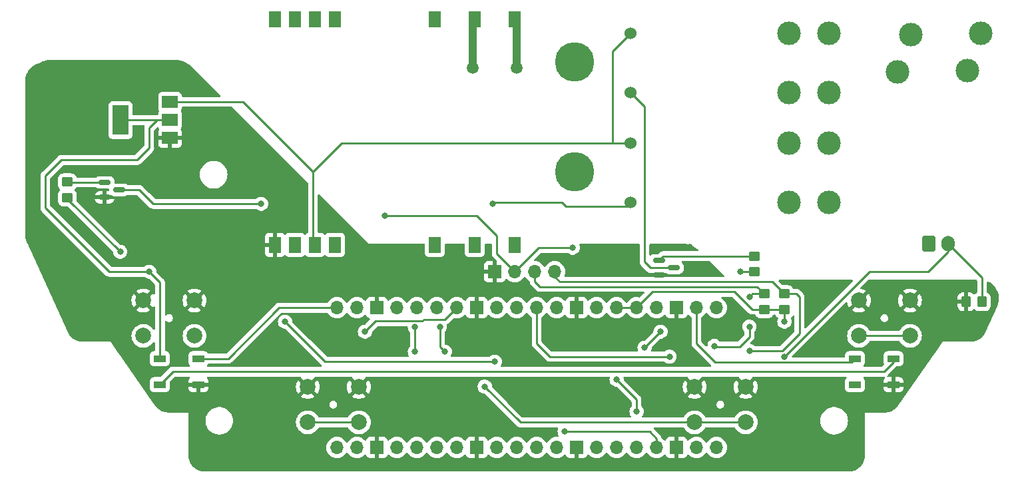
<source format=gbr>
%TF.GenerationSoftware,KiCad,Pcbnew,7.0.8-7.0.8~ubuntu20.04.1*%
%TF.CreationDate,2023-11-26T17:45:29+01:00*%
%TF.ProjectId,bouilloire_pcb,626f7569-6c6c-46f6-9972-655f7063622e,rev?*%
%TF.SameCoordinates,Original*%
%TF.FileFunction,Copper,L1,Top*%
%TF.FilePolarity,Positive*%
%FSLAX46Y46*%
G04 Gerber Fmt 4.6, Leading zero omitted, Abs format (unit mm)*
G04 Created by KiCad (PCBNEW 7.0.8-7.0.8~ubuntu20.04.1) date 2023-11-26 17:45:29*
%MOMM*%
%LPD*%
G01*
G04 APERTURE LIST*
G04 Aperture macros list*
%AMRoundRect*
0 Rectangle with rounded corners*
0 $1 Rounding radius*
0 $2 $3 $4 $5 $6 $7 $8 $9 X,Y pos of 4 corners*
0 Add a 4 corners polygon primitive as box body*
4,1,4,$2,$3,$4,$5,$6,$7,$8,$9,$2,$3,0*
0 Add four circle primitives for the rounded corners*
1,1,$1+$1,$2,$3*
1,1,$1+$1,$4,$5*
1,1,$1+$1,$6,$7*
1,1,$1+$1,$8,$9*
0 Add four rect primitives between the rounded corners*
20,1,$1+$1,$2,$3,$4,$5,0*
20,1,$1+$1,$4,$5,$6,$7,0*
20,1,$1+$1,$6,$7,$8,$9,0*
20,1,$1+$1,$8,$9,$2,$3,0*%
G04 Aperture macros list end*
%TA.AperFunction,ComponentPad*%
%ADD10R,1.700000X1.700000*%
%TD*%
%TA.AperFunction,ComponentPad*%
%ADD11O,1.700000X1.700000*%
%TD*%
%TA.AperFunction,SMDPad,CuDef*%
%ADD12RoundRect,0.250000X0.350000X0.450000X-0.350000X0.450000X-0.350000X-0.450000X0.350000X-0.450000X0*%
%TD*%
%TA.AperFunction,SMDPad,CuDef*%
%ADD13RoundRect,0.250000X0.450000X-0.350000X0.450000X0.350000X-0.450000X0.350000X-0.450000X-0.350000X0*%
%TD*%
%TA.AperFunction,ComponentPad*%
%ADD14C,2.000000*%
%TD*%
%TA.AperFunction,SMDPad,CuDef*%
%ADD15RoundRect,0.150000X-0.587500X-0.150000X0.587500X-0.150000X0.587500X0.150000X-0.587500X0.150000X0*%
%TD*%
%TA.AperFunction,ComponentPad*%
%ADD16C,3.000000*%
%TD*%
%TA.AperFunction,ComponentPad*%
%ADD17C,1.524000*%
%TD*%
%TA.AperFunction,SMDPad,CuDef*%
%ADD18R,1.500000X0.900000*%
%TD*%
%TA.AperFunction,ComponentPad*%
%ADD19C,5.000000*%
%TD*%
%TA.AperFunction,SMDPad,CuDef*%
%ADD20R,1.500000X2.030000*%
%TD*%
%TA.AperFunction,SMDPad,CuDef*%
%ADD21RoundRect,0.250000X-0.450000X0.350000X-0.450000X-0.350000X0.450000X-0.350000X0.450000X0.350000X0*%
%TD*%
%TA.AperFunction,ComponentPad*%
%ADD22RoundRect,0.250000X-0.600000X-0.750000X0.600000X-0.750000X0.600000X0.750000X-0.600000X0.750000X0*%
%TD*%
%TA.AperFunction,ComponentPad*%
%ADD23O,1.700000X2.000000*%
%TD*%
%TA.AperFunction,SMDPad,CuDef*%
%ADD24R,2.000000X1.500000*%
%TD*%
%TA.AperFunction,SMDPad,CuDef*%
%ADD25R,2.000000X3.800000*%
%TD*%
%TA.AperFunction,ViaPad*%
%ADD26C,0.800000*%
%TD*%
%TA.AperFunction,ViaPad*%
%ADD27C,1.500000*%
%TD*%
%TA.AperFunction,Conductor*%
%ADD28C,0.250000*%
%TD*%
%TA.AperFunction,Conductor*%
%ADD29C,1.000000*%
%TD*%
G04 APERTURE END LIST*
D10*
%TO.P,J1,1,Pin_1*%
%TO.N,GND*%
X59690000Y25400000D03*
D11*
%TO.P,J1,2,Pin_2*%
%TO.N,+5V*%
X62230000Y25400000D03*
%TO.P,J1,3,Pin_3*%
%TO.N,/SCL*%
X64770000Y25400000D03*
%TO.P,J1,4,Pin_4*%
%TO.N,/SDA*%
X67310000Y25400000D03*
%TD*%
D12*
%TO.P,R3,1*%
%TO.N,/TEMPERATURE_PIN*%
X121650000Y21590000D03*
%TO.P,R3,2*%
%TO.N,GND*%
X119650000Y21590000D03*
%TD*%
D13*
%TO.P,R2,1*%
%TO.N,/TRIG_RELAY_B*%
X92710000Y25400000D03*
%TO.P,R2,2*%
%TO.N,Net-(Q2-B)*%
X92710000Y27400000D03*
%TD*%
D14*
%TO.P,SW2,1,1*%
%TO.N,GND*%
X35910000Y10750000D03*
X42410000Y10750000D03*
%TO.P,SW2,2,2*%
%TO.N,/BTN_MINUS*%
X35910000Y6250000D03*
X42410000Y6250000D03*
%TD*%
D15*
%TO.P,Q2,1,E*%
%TO.N,GND*%
X80596500Y24958000D03*
%TO.P,Q2,2,B*%
%TO.N,Net-(Q2-B)*%
X80596500Y26858000D03*
%TO.P,Q2,3,C*%
%TO.N,Net-(Q2-C)*%
X82471500Y25908000D03*
%TD*%
D16*
%TO.P,K2,13*%
%TO.N,/RESISTOR_B*%
X97105000Y55725000D03*
X97105000Y48225000D03*
%TO.P,K2,14*%
%TO.N,LINE*%
X102145000Y55725000D03*
X102145000Y48225000D03*
D17*
%TO.P,K2,A1*%
%TO.N,+12V*%
X76945000Y55725000D03*
%TO.P,K2,A2*%
%TO.N,Net-(Q2-C)*%
X76945000Y48225000D03*
%TD*%
D18*
%TO.P,D2,1,VDD*%
%TO.N,+5V*%
X105500000Y14350000D03*
%TO.P,D2,2,DOUT*%
%TO.N,unconnected-(D2-DOUT-Pad2)*%
X105500000Y11050000D03*
%TO.P,D2,3,VSS*%
%TO.N,GND*%
X110400000Y11050000D03*
%TO.P,D2,4,DIN*%
%TO.N,Net-(D1-DOUT)*%
X110400000Y14350000D03*
%TD*%
D16*
%TO.P,K1,13*%
%TO.N,/RESISTOR_A*%
X97105000Y41755000D03*
X97105000Y34255000D03*
%TO.P,K1,14*%
%TO.N,NEUT*%
X102145000Y41755000D03*
X102145000Y34255000D03*
D17*
%TO.P,K1,A1*%
%TO.N,+12V*%
X76945000Y41755000D03*
%TO.P,K1,A2*%
%TO.N,Net-(Q1-C)*%
X76945000Y34255000D03*
%TD*%
D19*
%TO.P,J5,1,Pin_1*%
%TO.N,/RESISTOR_A*%
X69850000Y38100000D03*
%TD*%
%TO.P,J6,1,Pin_1*%
%TO.N,/RESISTOR_B*%
X69850000Y52070000D03*
%TD*%
D20*
%TO.P,PS1,1,AC/L*%
%TO.N,LINE*%
X62230000Y57530000D03*
%TO.P,PS1,3,AC/N*%
%TO.N,NEUT*%
X57150000Y57530000D03*
%TO.P,PS1,5*%
%TO.N,N/C*%
X52070000Y57530000D03*
%TO.P,PS1,10*%
X39370000Y57530000D03*
%TO.P,PS1,11*%
X36830000Y57530000D03*
%TO.P,PS1,12*%
X34290000Y57530000D03*
%TO.P,PS1,13*%
X31750000Y57530000D03*
%TO.P,PS1,14,-Vo*%
%TO.N,GND*%
X31750000Y28830000D03*
%TO.P,PS1,15*%
%TO.N,N/C*%
X34290000Y28830000D03*
%TO.P,PS1,16,+Vo*%
%TO.N,+12V*%
X36830000Y28830000D03*
%TO.P,PS1,17*%
%TO.N,N/C*%
X39370000Y28830000D03*
%TO.P,PS1,22*%
X52070000Y28830000D03*
%TO.P,PS1,24*%
X57150000Y28830000D03*
%TO.P,PS1,26*%
X62230000Y28830000D03*
%TD*%
D16*
%TO.P,J4,1,Pin_1*%
%TO.N,LINE*%
X112628731Y55573639D03*
X110891269Y50800000D03*
%TD*%
D21*
%TO.P,R5,1*%
%TO.N,/SCL*%
X93980000Y22590000D03*
%TO.P,R5,2*%
%TO.N,+3.3V*%
X93980000Y20590000D03*
%TD*%
%TO.P,R4,1*%
%TO.N,/SDA*%
X96520000Y22590000D03*
%TO.P,R4,2*%
%TO.N,+3.3V*%
X96520000Y20590000D03*
%TD*%
D14*
%TO.P,SW1,1,1*%
%TO.N,GND*%
X15000000Y21750000D03*
X21500000Y21750000D03*
%TO.P,SW1,2,2*%
%TO.N,/BTN_PROG*%
X15000000Y17250000D03*
X21500000Y17250000D03*
%TD*%
D22*
%TO.P,J2,1,Pin_1*%
%TO.N,+3.3V*%
X114848000Y28956000D03*
D23*
%TO.P,J2,2,Pin_2*%
%TO.N,/TEMPERATURE_PIN*%
X117348000Y28956000D03*
%TD*%
D14*
%TO.P,SW3,1,1*%
%TO.N,GND*%
X85100000Y10750000D03*
X91600000Y10750000D03*
%TO.P,SW3,2,2*%
%TO.N,/BTN_PLUS*%
X85100000Y6250000D03*
X91600000Y6250000D03*
%TD*%
D16*
%TO.P,J3,1,Pin_1*%
%TO.N,NEUT*%
X119781269Y50953180D03*
X121518731Y55726819D03*
%TD*%
D13*
%TO.P,R1,1*%
%TO.N,/TRIG_RELAY_A*%
X5334000Y34814000D03*
%TO.P,R1,2*%
%TO.N,Net-(Q1-B)*%
X5334000Y36814000D03*
%TD*%
D14*
%TO.P,SW4,1,1*%
%TO.N,GND*%
X106000000Y21750000D03*
X112500000Y21750000D03*
%TO.P,SW4,2,2*%
%TO.N,/BTN_ON_OFF*%
X106000000Y17250000D03*
X112500000Y17250000D03*
%TD*%
D18*
%TO.P,D1,1,VDD*%
%TO.N,+5V*%
X17108000Y14350000D03*
%TO.P,D1,2,DOUT*%
%TO.N,Net-(D1-DOUT)*%
X17108000Y11050000D03*
%TO.P,D1,3,VSS*%
%TO.N,GND*%
X22008000Y11050000D03*
%TO.P,D1,4,DIN*%
%TO.N,/LEDS*%
X22008000Y14350000D03*
%TD*%
D24*
%TO.P,U2,1,GND*%
%TO.N,GND*%
X18390000Y42404000D03*
%TO.P,U2,2,VO*%
%TO.N,+5V*%
X18390000Y44704000D03*
D25*
X12090000Y44704000D03*
D24*
%TO.P,U2,3,VI*%
%TO.N,+12V*%
X18390000Y47004000D03*
%TD*%
D15*
%TO.P,Q1,1,E*%
%TO.N,GND*%
X10063000Y34864000D03*
%TO.P,Q1,2,B*%
%TO.N,Net-(Q1-B)*%
X10063000Y36764000D03*
%TO.P,Q1,3,C*%
%TO.N,Net-(Q1-C)*%
X11938000Y35814000D03*
%TD*%
D11*
%TO.P,U1,1,GPIO0*%
%TO.N,unconnected-(U1-GPIO0-Pad1)*%
X87884000Y3048000D03*
%TO.P,U1,2,GPIO1*%
%TO.N,unconnected-(U1-GPIO1-Pad2)*%
X85344000Y3048000D03*
D10*
%TO.P,U1,3,GND*%
%TO.N,GND*%
X82804000Y3048000D03*
D11*
%TO.P,U1,4,GPIO2*%
%TO.N,/TRIG_RELAY_A*%
X80264000Y3048000D03*
%TO.P,U1,5,GPIO3*%
%TO.N,/TRIG_RELAY_B*%
X77724000Y3048000D03*
%TO.P,U1,6,GPIO4*%
%TO.N,/SDA*%
X75184000Y3048000D03*
%TO.P,U1,7,GPIO5*%
%TO.N,/SCL*%
X72644000Y3048000D03*
D10*
%TO.P,U1,8,GND*%
%TO.N,GND*%
X70104000Y3048000D03*
D11*
%TO.P,U1,9,GPIO6*%
%TO.N,unconnected-(U1-GPIO6-Pad9)*%
X67564000Y3048000D03*
%TO.P,U1,10,GPIO7*%
%TO.N,unconnected-(U1-GPIO7-Pad10)*%
X65024000Y3048000D03*
%TO.P,U1,11,GPIO8*%
%TO.N,unconnected-(U1-GPIO8-Pad11)*%
X62484000Y3048000D03*
%TO.P,U1,12,GPIO9*%
%TO.N,unconnected-(U1-GPIO9-Pad12)*%
X59944000Y3048000D03*
D10*
%TO.P,U1,13,GND*%
%TO.N,GND*%
X57404000Y3048000D03*
D11*
%TO.P,U1,14,GPIO10*%
%TO.N,unconnected-(U1-GPIO10-Pad14)*%
X54864000Y3048000D03*
%TO.P,U1,15,GPIO11*%
%TO.N,unconnected-(U1-GPIO11-Pad15)*%
X52324000Y3048000D03*
%TO.P,U1,16,GPIO12*%
%TO.N,unconnected-(U1-GPIO12-Pad16)*%
X49784000Y3048000D03*
%TO.P,U1,17,GPIO13*%
%TO.N,unconnected-(U1-GPIO13-Pad17)*%
X47244000Y3048000D03*
D10*
%TO.P,U1,18,GND*%
%TO.N,GND*%
X44704000Y3048000D03*
D11*
%TO.P,U1,19,GPIO14*%
%TO.N,unconnected-(U1-GPIO14-Pad19)*%
X42164000Y3048000D03*
%TO.P,U1,20,GPIO15*%
%TO.N,unconnected-(U1-GPIO15-Pad20)*%
X39624000Y3048000D03*
%TO.P,U1,21,GPIO16*%
%TO.N,/LEDS*%
X39624000Y20828000D03*
%TO.P,U1,22,GPIO17*%
%TO.N,unconnected-(U1-GPIO17-Pad22)*%
X42164000Y20828000D03*
D10*
%TO.P,U1,23,GND*%
%TO.N,GND*%
X44704000Y20828000D03*
D11*
%TO.P,U1,24,GPIO18*%
%TO.N,/BTN_ON_OFF*%
X47244000Y20828000D03*
%TO.P,U1,25,GPIO19*%
%TO.N,/BTN_MINUS*%
X49784000Y20828000D03*
%TO.P,U1,26,GPIO20*%
%TO.N,/BTN_PLUS*%
X52324000Y20828000D03*
%TO.P,U1,27,GPIO21*%
%TO.N,/BTN_PROG*%
X54864000Y20828000D03*
D10*
%TO.P,U1,28,GND*%
%TO.N,GND*%
X57404000Y20828000D03*
D11*
%TO.P,U1,29,GPIO22*%
%TO.N,unconnected-(U1-GPIO22-Pad29)*%
X59944000Y20828000D03*
%TO.P,U1,30,RUN*%
%TO.N,unconnected-(U1-RUN-Pad30)*%
X62484000Y20828000D03*
%TO.P,U1,31,GPIO26_ADC0*%
%TO.N,/TEMPERATURE_PIN*%
X65024000Y20828000D03*
%TO.P,U1,32,GPIO27_ADC1*%
%TO.N,unconnected-(U1-GPIO27_ADC1-Pad32)*%
X67564000Y20828000D03*
D10*
%TO.P,U1,33,AGND*%
%TO.N,GND*%
X70104000Y20828000D03*
D11*
%TO.P,U1,34,GPIO28_ADC2*%
%TO.N,unconnected-(U1-GPIO28_ADC2-Pad34)*%
X72644000Y20828000D03*
%TO.P,U1,35,ADC_VREF*%
%TO.N,+3.3V*%
X75184000Y20828000D03*
%TO.P,U1,36,3V3*%
X77724000Y20828000D03*
%TO.P,U1,37,3V3_EN*%
%TO.N,unconnected-(U1-3V3_EN-Pad37)*%
X80264000Y20828000D03*
D10*
%TO.P,U1,38,GND*%
%TO.N,GND*%
X82804000Y20828000D03*
D11*
%TO.P,U1,39,VSYS*%
%TO.N,+5V*%
X85344000Y20828000D03*
%TO.P,U1,40,VBUS*%
%TO.N,unconnected-(U1-VBUS-Pad40)*%
X87884000Y20828000D03*
%TD*%
D26*
%TO.N,GND*%
X84455000Y28575000D03*
X95250000Y18415000D03*
X100330000Y22860000D03*
X74295000Y7620000D03*
X31750000Y15240000D03*
X77470000Y25400000D03*
%TO.N,+5V*%
X69596000Y28448000D03*
X45720000Y32512000D03*
X15748000Y25400000D03*
%TO.N,/SCL*%
X92075000Y18415000D03*
X92075000Y22225000D03*
X87630000Y15965000D03*
%TO.N,/SDA*%
X92075000Y15330000D03*
%TO.N,+3.3V*%
X96520000Y19050000D03*
%TO.N,/TEMPERATURE_PIN*%
X96520000Y14605000D03*
X81915000Y14605000D03*
D27*
%TO.N,LINE*%
X62484000Y51308000D03*
D26*
%TO.N,Net-(Q1-C)*%
X29972000Y34036000D03*
X59436000Y34036000D03*
D27*
%TO.N,NEUT*%
X56896000Y51308000D03*
D26*
%TO.N,/TRIG_RELAY_A*%
X68580000Y5080000D03*
X12065000Y27940000D03*
X33020000Y19050000D03*
X59690000Y13970000D03*
%TO.N,/TRIG_RELAY_B*%
X90932000Y25400000D03*
X80772000Y17780000D03*
X77724000Y7620000D03*
X75184000Y11684000D03*
X78740000Y15748000D03*
%TO.N,/BTN_PROG*%
X43180000Y17780000D03*
%TO.N,/BTN_MINUS*%
X49530000Y18415000D03*
X49530000Y15240000D03*
%TO.N,/BTN_PLUS*%
X53340000Y15240000D03*
X58420000Y10795000D03*
X52705000Y18415000D03*
%TD*%
D28*
%TO.N,/TRIG_RELAY_B*%
X92710000Y25400000D02*
X90932000Y25400000D01*
%TO.N,Net-(Q2-C)*%
X82471500Y25908000D02*
X79502000Y25908000D01*
X79502000Y25908000D02*
X78740000Y26670000D01*
X78740000Y26670000D02*
X78740000Y46430000D01*
X78740000Y46430000D02*
X76945000Y48225000D01*
%TO.N,Net-(Q2-B)*%
X92710000Y27400000D02*
X81138500Y27400000D01*
X81138500Y27400000D02*
X80596500Y26858000D01*
%TO.N,+5V*%
X57404000Y32512000D02*
X45720000Y32512000D01*
X87720000Y13880000D02*
X85344000Y16256000D01*
X10668000Y25400000D02*
X15748000Y25400000D01*
X2540000Y37592000D02*
X2540000Y33528000D01*
X65278000Y28448000D02*
X67056000Y28448000D01*
X67056000Y28448000D02*
X69596000Y28448000D01*
X15748000Y41148000D02*
X14224000Y39624000D01*
X59944000Y27686000D02*
X59944000Y29972000D01*
X18390000Y44704000D02*
X16764000Y44704000D01*
X105030000Y13880000D02*
X87720000Y13880000D01*
X62230000Y25400000D02*
X59944000Y27686000D01*
X62230000Y25400000D02*
X65278000Y28448000D01*
X2540000Y33528000D02*
X10668000Y25400000D01*
X105500000Y14350000D02*
X105030000Y13880000D01*
X14224000Y39624000D02*
X4572000Y39624000D01*
X17108000Y24040000D02*
X17108000Y14350000D01*
X85344000Y16256000D02*
X85344000Y20828000D01*
X4572000Y39624000D02*
X2540000Y37592000D01*
X15748000Y43688000D02*
X15748000Y41148000D01*
X59944000Y29972000D02*
X57404000Y32512000D01*
X15748000Y25400000D02*
X17108000Y24040000D01*
X16764000Y44704000D02*
X15748000Y43688000D01*
X16764000Y44704000D02*
X12090000Y44704000D01*
%TO.N,/SCL*%
X87720000Y15875000D02*
X87630000Y15965000D01*
X92075000Y18415000D02*
X92075000Y17145000D01*
X65405000Y23495000D02*
X64770000Y24130000D01*
X90805000Y15875000D02*
X87720000Y15875000D01*
X93980000Y22590000D02*
X93075000Y23495000D01*
X92075000Y17145000D02*
X90805000Y15875000D01*
X93075000Y23495000D02*
X65405000Y23495000D01*
X93980000Y22590000D02*
X92440000Y22590000D01*
X92440000Y22590000D02*
X92075000Y22225000D01*
X64770000Y24130000D02*
X64770000Y25400000D01*
%TO.N,/SDA*%
X96520000Y22590000D02*
X94980000Y24130000D01*
X96520000Y22590000D02*
X98060000Y22590000D01*
X98425000Y17535305D02*
X96219695Y15330000D01*
X98060000Y22590000D02*
X98425000Y22225000D01*
X96219695Y15330000D02*
X92075000Y15330000D01*
X67310000Y24765000D02*
X67310000Y25400000D01*
X98425000Y22225000D02*
X98425000Y17535305D01*
X67945000Y24130000D02*
X67310000Y24765000D01*
X94980000Y24130000D02*
X67945000Y24130000D01*
%TO.N,+3.3V*%
X90170000Y22860000D02*
X79756000Y22860000D01*
X96520000Y19050000D02*
X96520000Y20590000D01*
X92440000Y20590000D02*
X90170000Y22860000D01*
X77724000Y20828000D02*
X75184000Y20828000D01*
X96520000Y20590000D02*
X93980000Y20590000D01*
X93980000Y20590000D02*
X92440000Y20590000D01*
X79756000Y22860000D02*
X77724000Y20828000D01*
%TO.N,/TEMPERATURE_PIN*%
X121650000Y21590000D02*
X121650000Y24654000D01*
X121650000Y24654000D02*
X117348000Y28956000D01*
X81915000Y14605000D02*
X66675000Y14605000D01*
X107315000Y25400000D02*
X114808000Y25400000D01*
X117348000Y27940000D02*
X117348000Y28956000D01*
X114808000Y25400000D02*
X117348000Y27940000D01*
X66675000Y14605000D02*
X65024000Y16256000D01*
X96520000Y14605000D02*
X107315000Y25400000D01*
X65024000Y16256000D02*
X65024000Y20828000D01*
D29*
%TO.N,LINE*%
X62484000Y57276000D02*
X62230000Y57530000D01*
X62484000Y51308000D02*
X62484000Y57276000D01*
D28*
%TO.N,+12V*%
X36830000Y29210000D02*
X36830000Y28830000D01*
X74676000Y53456000D02*
X74676000Y41755000D01*
X40231000Y41755000D02*
X36576000Y38100000D01*
X36576000Y38100000D02*
X36576000Y29464000D01*
X27672000Y47004000D02*
X36576000Y38100000D01*
X74676000Y41755000D02*
X40231000Y41755000D01*
X18390000Y47004000D02*
X27672000Y47004000D01*
X36576000Y29464000D02*
X36830000Y29210000D01*
X76945000Y55725000D02*
X74676000Y53456000D01*
X76945000Y41755000D02*
X74676000Y41755000D01*
%TO.N,Net-(Q1-C)*%
X76409572Y33719572D02*
X76945000Y34255000D01*
X14478000Y35814000D02*
X16256000Y34036000D01*
X11938000Y35814000D02*
X14478000Y35814000D01*
X59655000Y34255000D02*
X68216665Y34255000D01*
X16256000Y34036000D02*
X29972000Y34036000D01*
X68216665Y34255000D02*
X68752093Y33719572D01*
X59436000Y34036000D02*
X59655000Y34255000D01*
X68752093Y33719572D02*
X76409572Y33719572D01*
D29*
%TO.N,NEUT*%
X56896000Y57276000D02*
X57150000Y57530000D01*
X56896000Y51308000D02*
X56896000Y57276000D01*
D28*
%TO.N,Net-(Q1-B)*%
X5384000Y36764000D02*
X5334000Y36814000D01*
X10063000Y36764000D02*
X5384000Y36764000D01*
%TO.N,/TRIG_RELAY_A*%
X5334000Y34671000D02*
X12065000Y27940000D01*
X68580000Y5080000D02*
X79375000Y5080000D01*
X58420000Y13970000D02*
X59690000Y13970000D01*
X33020000Y19050000D02*
X38100000Y13970000D01*
X5334000Y34814000D02*
X5334000Y34671000D01*
X38100000Y13970000D02*
X58420000Y13970000D01*
X79375000Y5080000D02*
X80264000Y4191000D01*
X80264000Y4191000D02*
X80264000Y3048000D01*
%TO.N,/TRIG_RELAY_B*%
X77724000Y9144000D02*
X77724000Y7620000D01*
X75184000Y11684000D02*
X77724000Y9144000D01*
X80772000Y17780000D02*
X78740000Y15748000D01*
%TO.N,Net-(D1-DOUT)*%
X109220000Y12700000D02*
X110400000Y13880000D01*
X110400000Y13880000D02*
X110400000Y14350000D01*
X17108000Y11050000D02*
X18758000Y12700000D01*
X18758000Y12700000D02*
X109220000Y12700000D01*
%TO.N,/BTN_PROG*%
X43180000Y17780000D02*
X44540000Y19140000D01*
X50499695Y19140000D02*
X50663695Y19304000D01*
X50663695Y19304000D02*
X53340000Y19304000D01*
X53340000Y19304000D02*
X54864000Y20828000D01*
X44540000Y19140000D02*
X50499695Y19140000D01*
%TO.N,/BTN_MINUS*%
X49530000Y15240000D02*
X49530000Y18415000D01*
X35910000Y6250000D02*
X42410000Y6250000D01*
%TO.N,/BTN_PLUS*%
X85100000Y6250000D02*
X91600000Y6250000D01*
X53340000Y15240000D02*
X52705000Y15875000D01*
X85100000Y6250000D02*
X62965000Y6250000D01*
X52705000Y15875000D02*
X52705000Y18415000D01*
X62965000Y6250000D02*
X58420000Y10795000D01*
%TO.N,/BTN_ON_OFF*%
X106000000Y17250000D02*
X112500000Y17250000D01*
%TO.N,/LEDS*%
X25780000Y14350000D02*
X22008000Y14350000D01*
X39624000Y20828000D02*
X32258000Y20828000D01*
X32258000Y20828000D02*
X25780000Y14350000D01*
%TD*%
%TA.AperFunction,Conductor*%
%TO.N,GND*%
G36*
X19079094Y52323902D02*
G01*
X19409774Y52305332D01*
X19416689Y52304553D01*
X19741484Y52249367D01*
X19748268Y52247819D01*
X20064853Y52156612D01*
X20071420Y52154314D01*
X20375787Y52028242D01*
X20382056Y52025223D01*
X20670411Y51865855D01*
X20676302Y51862153D01*
X20884540Y51714400D01*
X20944981Y51671515D01*
X20950421Y51667177D01*
X21197391Y51446471D01*
X21199918Y51444081D01*
X24802819Y47841181D01*
X24836304Y47779858D01*
X24831320Y47710166D01*
X24789448Y47654233D01*
X24723984Y47629816D01*
X24715138Y47629500D01*
X20014499Y47629500D01*
X19947460Y47649185D01*
X19901705Y47701989D01*
X19890499Y47753500D01*
X19890499Y47801870D01*
X19890499Y47801873D01*
X19884091Y47861483D01*
X19833796Y47996331D01*
X19747546Y48111546D01*
X19632331Y48197796D01*
X19497483Y48248091D01*
X19437873Y48254500D01*
X17342128Y48254499D01*
X17293757Y48249299D01*
X17282516Y48248091D01*
X17147671Y48197797D01*
X17147664Y48197793D01*
X17032455Y48111547D01*
X17032452Y48111544D01*
X16946206Y47996335D01*
X16946202Y47996328D01*
X16895908Y47861482D01*
X16893726Y47841181D01*
X16889501Y47801876D01*
X16889500Y47801864D01*
X16889500Y46206129D01*
X16889501Y46206123D01*
X16895908Y46146516D01*
X16946202Y46011671D01*
X16946203Y46011669D01*
X17008606Y45928311D01*
X17033023Y45862847D01*
X17018172Y45794574D01*
X17008606Y45779689D01*
X16946203Y45696330D01*
X16946202Y45696328D01*
X16895908Y45561482D01*
X16889501Y45501883D01*
X16889501Y45501876D01*
X16889500Y45501864D01*
X16889500Y45453916D01*
X16869815Y45386877D01*
X16817011Y45341122D01*
X16769391Y45329977D01*
X16756402Y45329569D01*
X16754182Y45329500D01*
X13714499Y45329500D01*
X13647460Y45349185D01*
X13601705Y45401989D01*
X13590499Y45453500D01*
X13590499Y46651870D01*
X13590499Y46651873D01*
X13584091Y46711483D01*
X13533796Y46846331D01*
X13447546Y46961546D01*
X13332331Y47047796D01*
X13197483Y47098091D01*
X13137873Y47104500D01*
X11042128Y47104499D01*
X10993757Y47099299D01*
X10982516Y47098091D01*
X10847671Y47047797D01*
X10847664Y47047793D01*
X10732455Y46961547D01*
X10732452Y46961544D01*
X10646206Y46846335D01*
X10646202Y46846328D01*
X10595908Y46711482D01*
X10592566Y46680390D01*
X10589501Y46651876D01*
X10589500Y46651864D01*
X10589500Y42756129D01*
X10589501Y42756123D01*
X10595908Y42696516D01*
X10646202Y42561671D01*
X10646206Y42561664D01*
X10732452Y42446455D01*
X10732455Y42446452D01*
X10847664Y42360206D01*
X10847671Y42360202D01*
X10982517Y42309908D01*
X10982516Y42309908D01*
X11042116Y42303501D01*
X11042119Y42303500D01*
X11042127Y42303500D01*
X11042134Y42303500D01*
X11042135Y42303500D01*
X13137870Y42303500D01*
X13137876Y42303501D01*
X13197483Y42309908D01*
X13332328Y42360202D01*
X13332335Y42360206D01*
X13447544Y42446452D01*
X13447547Y42446455D01*
X13533793Y42561664D01*
X13533797Y42561671D01*
X13584091Y42696517D01*
X13587242Y42725826D01*
X13590500Y42756127D01*
X13590500Y43954500D01*
X13610185Y44021539D01*
X13662989Y44067294D01*
X13714500Y44078500D01*
X15042616Y44078500D01*
X15109655Y44058815D01*
X15155410Y44006011D01*
X15165354Y43936853D01*
X15162720Y43923661D01*
X15161804Y43920094D01*
X15161803Y43920092D01*
X15158215Y43906116D01*
X15156822Y43900691D01*
X15150518Y43882281D01*
X15142562Y43863898D01*
X15142560Y43863892D01*
X15135272Y43817874D01*
X15134087Y43812152D01*
X15122500Y43767021D01*
X15122500Y43746983D01*
X15120973Y43727587D01*
X15118452Y43711669D01*
X15117840Y43707804D01*
X15122225Y43661415D01*
X15122500Y43655577D01*
X15122500Y41458453D01*
X15102815Y41391414D01*
X15086181Y41370772D01*
X14001228Y40285819D01*
X13939905Y40252334D01*
X13913547Y40249500D01*
X4654743Y40249500D01*
X4639122Y40251224D01*
X4639096Y40250939D01*
X4631340Y40251671D01*
X4631333Y40251673D01*
X4562186Y40249500D01*
X4532650Y40249500D01*
X4526955Y40248780D01*
X4525772Y40248631D01*
X4519944Y40248172D01*
X4487147Y40247141D01*
X4473372Y40246709D01*
X4454144Y40241122D01*
X4435086Y40237174D01*
X4415208Y40234664D01*
X4415206Y40234663D01*
X4415204Y40234663D01*
X4371887Y40217512D01*
X4366358Y40215619D01*
X4321609Y40202618D01*
X4321606Y40202616D01*
X4304371Y40192423D01*
X4286894Y40183861D01*
X4268270Y40176487D01*
X4268269Y40176486D01*
X4268268Y40176486D01*
X4230545Y40149079D01*
X4225693Y40145892D01*
X4198777Y40129975D01*
X4185583Y40122172D01*
X4185574Y40122165D01*
X4171415Y40108006D01*
X4156621Y40095369D01*
X4140413Y40083594D01*
X4140411Y40083592D01*
X4110709Y40047688D01*
X4106786Y40043376D01*
X2575052Y38511643D01*
X2156212Y38092803D01*
X2143950Y38082980D01*
X2144134Y38082759D01*
X2138123Y38077786D01*
X2090773Y38027364D01*
X2080328Y38016919D01*
X2069883Y38006475D01*
X2065625Y38000986D01*
X2061847Y37996561D01*
X2032070Y37964853D01*
X2029936Y37962580D01*
X2029935Y37962577D01*
X2020288Y37945029D01*
X2009605Y37928765D01*
X1998540Y37914499D01*
X1997325Y37912933D01*
X1978818Y37870168D01*
X1976248Y37864922D01*
X1953803Y37824093D01*
X1953802Y37824092D01*
X1948822Y37804693D01*
X1942518Y37786281D01*
X1934562Y37767898D01*
X1934560Y37767892D01*
X1927272Y37721874D01*
X1926087Y37716152D01*
X1914500Y37671021D01*
X1914500Y37650983D01*
X1912973Y37631582D01*
X1909840Y37611804D01*
X1914225Y37565415D01*
X1914500Y37559577D01*
X1914500Y33610742D01*
X1912775Y33595122D01*
X1913061Y33595096D01*
X1912327Y33587334D01*
X1914500Y33518185D01*
X1914500Y33488648D01*
X1915369Y33481766D01*
X1915826Y33475949D01*
X1917290Y33429373D01*
X1922881Y33410129D01*
X1926825Y33391079D01*
X1929334Y33371211D01*
X1946488Y33327884D01*
X1948379Y33322358D01*
X1961379Y33277614D01*
X1961381Y33277610D01*
X1971579Y33260366D01*
X1980133Y33242905D01*
X1987510Y33224274D01*
X1987517Y33224262D01*
X2014902Y33186570D01*
X2018109Y33181687D01*
X2041829Y33141580D01*
X2055995Y33127414D01*
X2068627Y33112624D01*
X2080404Y33096414D01*
X2080407Y33096411D01*
X2116309Y33066710D01*
X2120631Y33062777D01*
X10167199Y25016208D01*
X10177020Y25003951D01*
X10177241Y25004134D01*
X10182213Y24998123D01*
X10232636Y24950772D01*
X10253519Y24929889D01*
X10253532Y24929877D01*
X10259017Y24925621D01*
X10263447Y24921837D01*
X10297418Y24889937D01*
X10297420Y24889936D01*
X10314976Y24880284D01*
X10331226Y24869610D01*
X10347061Y24857329D01*
X10347068Y24857324D01*
X10389838Y24838815D01*
X10395084Y24836245D01*
X10435906Y24813803D01*
X10455307Y24808822D01*
X10473710Y24802521D01*
X10492102Y24794562D01*
X10492105Y24794561D01*
X10538127Y24787271D01*
X10543846Y24786087D01*
X10588972Y24774501D01*
X10588980Y24774500D01*
X10588981Y24774500D01*
X10609016Y24774500D01*
X10628413Y24772973D01*
X10632493Y24772327D01*
X10648194Y24769840D01*
X10648195Y24769840D01*
X10648196Y24769840D01*
X10694584Y24774225D01*
X10700422Y24774500D01*
X15044252Y24774500D01*
X15111291Y24754815D01*
X15136400Y24733474D01*
X15142126Y24727114D01*
X15142130Y24727110D01*
X15295265Y24615851D01*
X15295270Y24615848D01*
X15468192Y24538857D01*
X15468197Y24538855D01*
X15620897Y24506398D01*
X15653354Y24499500D01*
X15712548Y24499500D01*
X15779587Y24479815D01*
X15800229Y24463181D01*
X16446181Y23817228D01*
X16479666Y23755905D01*
X16482500Y23729547D01*
X16482500Y22639862D01*
X16462815Y22572823D01*
X16410011Y22527068D01*
X16340853Y22517124D01*
X16277297Y22546149D01*
X16254692Y22572040D01*
X16223434Y22619882D01*
X15525929Y21922377D01*
X15523116Y21935915D01*
X15453558Y22070156D01*
X15350362Y22180652D01*
X15221181Y22259209D01*
X15169997Y22273550D01*
X15870056Y22973609D01*
X15823231Y23010055D01*
X15823228Y23010057D01*
X15604614Y23128364D01*
X15604603Y23128369D01*
X15369493Y23209083D01*
X15124293Y23250000D01*
X14875707Y23250000D01*
X14630506Y23209083D01*
X14395396Y23128369D01*
X14395385Y23128364D01*
X14176770Y23010056D01*
X14176768Y23010055D01*
X14129942Y22973609D01*
X14828431Y22275121D01*
X14711542Y22224349D01*
X14594261Y22128934D01*
X14507072Y22005415D01*
X14476645Y21919801D01*
X13776564Y22619882D01*
X13676266Y22466364D01*
X13576412Y22238717D01*
X13515387Y21997738D01*
X13515385Y21997729D01*
X13494859Y21750005D01*
X13494859Y21749994D01*
X13515385Y21502270D01*
X13515387Y21502261D01*
X13576412Y21261282D01*
X13676267Y21033632D01*
X13776564Y20880116D01*
X14474070Y21577622D01*
X14476884Y21564085D01*
X14546442Y21429844D01*
X14649638Y21319348D01*
X14778819Y21240791D01*
X14830002Y21226449D01*
X14129942Y20526390D01*
X14129942Y20526388D01*
X14176761Y20489949D01*
X14395390Y20371632D01*
X14395396Y20371630D01*
X14630506Y20290916D01*
X14875707Y20250000D01*
X15124293Y20250000D01*
X15369493Y20290916D01*
X15604603Y20371630D01*
X15604614Y20371635D01*
X15823229Y20489943D01*
X15870056Y20526389D01*
X15870057Y20526390D01*
X15171568Y21224878D01*
X15288458Y21275651D01*
X15405739Y21371066D01*
X15492928Y21494585D01*
X15523354Y21580197D01*
X16223434Y20880116D01*
X16254692Y20927959D01*
X16307839Y20973315D01*
X16377070Y20982738D01*
X16440406Y20953235D01*
X16477737Y20894175D01*
X16482500Y20860136D01*
X16482500Y18140778D01*
X16462815Y18073739D01*
X16410011Y18027984D01*
X16340853Y18018040D01*
X16277297Y18047065D01*
X16254691Y18072957D01*
X16188166Y18174782D01*
X16188165Y18174782D01*
X16188164Y18174785D01*
X16019744Y18357738D01*
X15823509Y18510474D01*
X15604810Y18628828D01*
X15369614Y18709571D01*
X15124335Y18750500D01*
X14875665Y18750500D01*
X14630386Y18709571D01*
X14395190Y18628828D01*
X14176491Y18510474D01*
X13980256Y18357738D01*
X13876605Y18245143D01*
X13811833Y18174782D01*
X13675826Y17966606D01*
X13575936Y17738881D01*
X13514892Y17497824D01*
X13514890Y17497812D01*
X13494357Y17250005D01*
X13494357Y17249994D01*
X13514890Y17002187D01*
X13514892Y17002175D01*
X13575936Y16761118D01*
X13675826Y16533393D01*
X13811833Y16325217D01*
X13980257Y16142261D01*
X14176493Y15989524D01*
X14395188Y15871172D01*
X14395197Y15871169D01*
X14630383Y15790429D01*
X14875665Y15749500D01*
X15124335Y15749500D01*
X15369616Y15790429D01*
X15604802Y15871169D01*
X15604811Y15871172D01*
X15823506Y15989524D01*
X15826455Y15991819D01*
X16019744Y16142262D01*
X16188164Y16325215D01*
X16188166Y16325217D01*
X16254691Y16427042D01*
X16307837Y16472399D01*
X16377069Y16481823D01*
X16440405Y16452321D01*
X16477736Y16393261D01*
X16482500Y16359221D01*
X16482500Y15424499D01*
X16462815Y15357460D01*
X16410011Y15311705D01*
X16358500Y15300499D01*
X16310128Y15300499D01*
X16261757Y15295299D01*
X16250516Y15294091D01*
X16115671Y15243797D01*
X16115664Y15243793D01*
X16000455Y15157547D01*
X16000452Y15157544D01*
X15914206Y15042335D01*
X15914202Y15042328D01*
X15863908Y14907482D01*
X15858032Y14852819D01*
X15857501Y14847876D01*
X15857500Y14847864D01*
X15857500Y13852129D01*
X15857501Y13852123D01*
X15863908Y13792516D01*
X15914202Y13657671D01*
X15914206Y13657664D01*
X16000452Y13542455D01*
X16000455Y13542452D01*
X16115664Y13456206D01*
X16115671Y13456202D01*
X16250517Y13405908D01*
X16250516Y13405908D01*
X16310116Y13399501D01*
X16310119Y13399500D01*
X16310127Y13399500D01*
X16310134Y13399500D01*
X16310135Y13399500D01*
X17905870Y13399500D01*
X17905876Y13399501D01*
X17965483Y13405908D01*
X18100328Y13456202D01*
X18100335Y13456206D01*
X18215544Y13542452D01*
X18215547Y13542455D01*
X18301793Y13657664D01*
X18301797Y13657671D01*
X18352091Y13792517D01*
X18355572Y13824898D01*
X18358500Y13852127D01*
X18358499Y14847872D01*
X18352091Y14907483D01*
X18301796Y15042331D01*
X18215546Y15157546D01*
X18100331Y15243796D01*
X17965483Y15294091D01*
X17905873Y15300500D01*
X17857499Y15300499D01*
X17790463Y15320182D01*
X17744707Y15372985D01*
X17733500Y15424499D01*
X17733500Y17249994D01*
X19994357Y17249994D01*
X20014890Y17002187D01*
X20014892Y17002175D01*
X20075936Y16761118D01*
X20175826Y16533393D01*
X20311833Y16325217D01*
X20480257Y16142261D01*
X20676493Y15989524D01*
X20895188Y15871172D01*
X20895197Y15871169D01*
X21130383Y15790429D01*
X21375665Y15749500D01*
X21624335Y15749500D01*
X21869616Y15790429D01*
X22104802Y15871169D01*
X22104811Y15871172D01*
X22323506Y15989524D01*
X22326455Y15991819D01*
X22519744Y16142262D01*
X22688164Y16325215D01*
X22688166Y16325217D01*
X22824173Y16533393D01*
X22924063Y16761118D01*
X22985107Y17002175D01*
X22985109Y17002187D01*
X23005643Y17249994D01*
X23005643Y17250005D01*
X22985109Y17497812D01*
X22985108Y17497815D01*
X22985108Y17497821D01*
X22924063Y17738881D01*
X22824173Y17966607D01*
X22688164Y18174785D01*
X22519744Y18357738D01*
X22323509Y18510474D01*
X22104810Y18628828D01*
X21869614Y18709571D01*
X21624335Y18750500D01*
X21375665Y18750500D01*
X21130386Y18709571D01*
X20895190Y18628828D01*
X20676491Y18510474D01*
X20480256Y18357738D01*
X20376605Y18245143D01*
X20311833Y18174782D01*
X20175826Y17966606D01*
X20075936Y17738881D01*
X20014892Y17497824D01*
X20014890Y17497812D01*
X19994357Y17250005D01*
X19994357Y17249994D01*
X17733500Y17249994D01*
X17733500Y19009899D01*
X17753185Y19076938D01*
X17805989Y19122693D01*
X17875147Y19132637D01*
X17924539Y19114215D01*
X18039950Y19040045D01*
X18039949Y19040045D01*
X18178036Y18999500D01*
X18178039Y18999500D01*
X18321963Y18999500D01*
X18460050Y19040045D01*
X18507204Y19070349D01*
X18581128Y19117857D01*
X18675377Y19226627D01*
X18735165Y19357543D01*
X18755647Y19500000D01*
X18735165Y19642457D01*
X18675377Y19773373D01*
X18581128Y19882143D01*
X18460053Y19959953D01*
X18321962Y20000499D01*
X18321962Y20000500D01*
X18321961Y20000500D01*
X18178039Y20000500D01*
X18178038Y20000500D01*
X18178036Y20000499D01*
X18039949Y19959954D01*
X18039948Y19959954D01*
X18021069Y19947821D01*
X17924538Y19885784D01*
X17857500Y19866100D01*
X17790461Y19885784D01*
X17744706Y19938588D01*
X17733500Y19990100D01*
X17733500Y21749994D01*
X19994859Y21749994D01*
X20015385Y21502270D01*
X20015387Y21502261D01*
X20076412Y21261282D01*
X20176267Y21033632D01*
X20276564Y20880116D01*
X20974070Y21577622D01*
X20976884Y21564085D01*
X21046442Y21429844D01*
X21149638Y21319348D01*
X21278819Y21240791D01*
X21330002Y21226449D01*
X20629942Y20526390D01*
X20629942Y20526388D01*
X20676761Y20489949D01*
X20895390Y20371632D01*
X20895396Y20371630D01*
X21130506Y20290916D01*
X21375707Y20250000D01*
X21624293Y20250000D01*
X21869493Y20290916D01*
X22104603Y20371630D01*
X22104614Y20371635D01*
X22323229Y20489943D01*
X22370056Y20526389D01*
X22370057Y20526390D01*
X21671568Y21224878D01*
X21788458Y21275651D01*
X21905739Y21371066D01*
X21992928Y21494585D01*
X22023354Y21580197D01*
X22723434Y20880116D01*
X22823731Y21033630D01*
X22923587Y21261282D01*
X22984612Y21502261D01*
X22984614Y21502270D01*
X23005141Y21749994D01*
X23005141Y21750005D01*
X22984614Y21997729D01*
X22984612Y21997738D01*
X22923587Y22238717D01*
X22823731Y22466369D01*
X22723434Y22619882D01*
X22025929Y21922377D01*
X22023116Y21935915D01*
X21953558Y22070156D01*
X21850362Y22180652D01*
X21721181Y22259209D01*
X21669997Y22273550D01*
X22370056Y22973609D01*
X22323231Y23010055D01*
X22323228Y23010057D01*
X22104614Y23128364D01*
X22104603Y23128369D01*
X21869493Y23209083D01*
X21624293Y23250000D01*
X21375707Y23250000D01*
X21130506Y23209083D01*
X20895396Y23128369D01*
X20895385Y23128364D01*
X20676770Y23010056D01*
X20676768Y23010055D01*
X20629942Y22973609D01*
X21328431Y22275121D01*
X21211542Y22224349D01*
X21094261Y22128934D01*
X21007072Y22005415D01*
X20976645Y21919801D01*
X20276564Y22619882D01*
X20176266Y22466364D01*
X20076412Y22238717D01*
X20015387Y21997738D01*
X20015385Y21997729D01*
X19994859Y21750005D01*
X19994859Y21749994D01*
X17733500Y21749994D01*
X17733500Y23957262D01*
X17735223Y23972879D01*
X17734938Y23972907D01*
X17735672Y23980668D01*
X17733500Y24049797D01*
X17733500Y24079349D01*
X17732942Y24083766D01*
X17732629Y24086236D01*
X17732172Y24092056D01*
X17731278Y24120500D01*
X17730709Y24138628D01*
X17725119Y24157862D01*
X17721174Y24176913D01*
X17718664Y24196792D01*
X17701498Y24240145D01*
X17699621Y24245628D01*
X17686617Y24290390D01*
X17676422Y24307627D01*
X17667864Y24325095D01*
X17660486Y24343732D01*
X17633080Y24381452D01*
X17629903Y24386288D01*
X17606170Y24426421D01*
X17592000Y24440590D01*
X17579365Y24455385D01*
X17573701Y24463181D01*
X17567594Y24471587D01*
X17531682Y24501294D01*
X17527381Y24505208D01*
X16686958Y25345631D01*
X16653475Y25406952D01*
X16651323Y25420325D01*
X16633674Y25588256D01*
X16575179Y25768284D01*
X16480533Y25932216D01*
X16353871Y26072888D01*
X16200730Y26184151D01*
X16027803Y26261144D01*
X15842646Y26300500D01*
X15653354Y26300500D01*
X15516462Y26271403D01*
X15468197Y26261144D01*
X15468192Y26261142D01*
X15295270Y26184151D01*
X15295265Y26184148D01*
X15142130Y26072889D01*
X15142126Y26072885D01*
X15136400Y26066526D01*
X15076913Y26029879D01*
X15044252Y26025500D01*
X10978452Y26025500D01*
X10911413Y26045185D01*
X10890771Y26061819D01*
X3201819Y33750771D01*
X3168334Y33812094D01*
X3165500Y33838452D01*
X3165500Y34413998D01*
X4133500Y34413998D01*
X4133501Y34413980D01*
X4144000Y34311203D01*
X4144001Y34311200D01*
X4199185Y34144668D01*
X4199187Y34144663D01*
X4291289Y33995342D01*
X4415342Y33871289D01*
X4564663Y33779187D01*
X4564668Y33779185D01*
X4648670Y33751349D01*
X4731203Y33724001D01*
X4731204Y33724000D01*
X4833983Y33713500D01*
X4833991Y33713500D01*
X5355547Y33713500D01*
X5422586Y33693815D01*
X5443228Y33677181D01*
X11126039Y27994368D01*
X11159524Y27933045D01*
X11161678Y27919650D01*
X11179326Y27751744D01*
X11179326Y27751741D01*
X11179327Y27751740D01*
X11237818Y27571722D01*
X11237821Y27571715D01*
X11332466Y27407785D01*
X11459129Y27267111D01*
X11612265Y27155851D01*
X11612270Y27155848D01*
X11785192Y27078857D01*
X11785197Y27078855D01*
X11937897Y27046398D01*
X11970354Y27039500D01*
X11970355Y27039500D01*
X12159645Y27039500D01*
X12159646Y27039500D01*
X12199001Y27047865D01*
X12344802Y27078855D01*
X12344807Y27078857D01*
X12517729Y27155848D01*
X12517734Y27155851D01*
X12670870Y27267111D01*
X12687350Y27285414D01*
X12797533Y27407784D01*
X12892179Y27571716D01*
X12950674Y27751744D01*
X12970460Y27940000D01*
X12950674Y28128256D01*
X12892179Y28308284D01*
X12797533Y28472216D01*
X12700484Y28580000D01*
X30500000Y28580000D01*
X30500000Y27767155D01*
X30506401Y27707627D01*
X30506403Y27707620D01*
X30556645Y27572913D01*
X30556649Y27572906D01*
X30642809Y27457812D01*
X30642812Y27457809D01*
X30757906Y27371649D01*
X30757913Y27371645D01*
X30892620Y27321403D01*
X30892627Y27321401D01*
X30952155Y27315000D01*
X31500000Y27315000D01*
X31500000Y28580000D01*
X30500000Y28580000D01*
X12700484Y28580000D01*
X12670871Y28612888D01*
X12517730Y28724151D01*
X12344803Y28801144D01*
X12159646Y28840500D01*
X12159645Y28840500D01*
X12100453Y28840500D01*
X12033414Y28860185D01*
X12012772Y28876819D01*
X11809591Y29080000D01*
X30500000Y29080000D01*
X31500000Y29080000D01*
X31500000Y30345000D01*
X30952172Y30345000D01*
X30952155Y30344999D01*
X30892627Y30338598D01*
X30892620Y30338596D01*
X30757913Y30288354D01*
X30757906Y30288350D01*
X30642812Y30202190D01*
X30642809Y30202187D01*
X30556649Y30087093D01*
X30556645Y30087086D01*
X30506403Y29952379D01*
X30506401Y29952372D01*
X30500000Y29892844D01*
X30500000Y29080000D01*
X11809591Y29080000D01*
X10667201Y30222390D01*
X6570604Y34318985D01*
X6537121Y34380306D01*
X6534624Y34410834D01*
X6534500Y34410834D01*
X6534499Y34412354D01*
X6534448Y34412990D01*
X6534496Y34413956D01*
X6534500Y34413991D01*
X6534500Y34613998D01*
X8828204Y34613998D01*
X8828399Y34611513D01*
X8874218Y34453801D01*
X8957814Y34312447D01*
X8957821Y34312438D01*
X9073938Y34196321D01*
X9073947Y34196314D01*
X9215303Y34112717D01*
X9215306Y34112716D01*
X9373004Y34066900D01*
X9373010Y34066899D01*
X9409856Y34064000D01*
X9813000Y34064000D01*
X9813000Y34614000D01*
X10313000Y34614000D01*
X10313000Y34064000D01*
X10716144Y34064000D01*
X10752989Y34066899D01*
X10752995Y34066900D01*
X10910693Y34112716D01*
X10910696Y34112717D01*
X11052052Y34196314D01*
X11052061Y34196321D01*
X11168178Y34312438D01*
X11168185Y34312447D01*
X11251781Y34453801D01*
X11297600Y34611513D01*
X11297795Y34613998D01*
X11297795Y34614000D01*
X10313000Y34614000D01*
X9813000Y34614000D01*
X8828205Y34614000D01*
X8828204Y34613998D01*
X6534500Y34613998D01*
X6534499Y35114001D01*
X8828204Y35114001D01*
X8828205Y35114000D01*
X9813000Y35114000D01*
X9813000Y35664000D01*
X9409856Y35664000D01*
X9373010Y35661100D01*
X9373004Y35661099D01*
X9215306Y35615283D01*
X9215303Y35615282D01*
X9073947Y35531685D01*
X9073938Y35531678D01*
X8957821Y35415561D01*
X8957814Y35415552D01*
X8874218Y35274198D01*
X8828399Y35116486D01*
X8828204Y35114001D01*
X6534499Y35114001D01*
X6534499Y35214008D01*
X6523999Y35316797D01*
X6468814Y35483334D01*
X6376712Y35632656D01*
X6283049Y35726319D01*
X6249564Y35787642D01*
X6254548Y35857334D01*
X6283049Y35901681D01*
X6376710Y35995342D01*
X6376712Y35995344D01*
X6428680Y36079597D01*
X6480627Y36126321D01*
X6534218Y36138500D01*
X8979691Y36138500D01*
X9046730Y36118815D01*
X9067372Y36102181D01*
X9073629Y36095923D01*
X9073637Y36095917D01*
X9215103Y36012255D01*
X9215106Y36012254D01*
X9372926Y35966402D01*
X9372932Y35966401D01*
X9409804Y35963500D01*
X9409806Y35963500D01*
X10576000Y35963500D01*
X10643039Y35943815D01*
X10688794Y35891011D01*
X10700000Y35839500D01*
X10700000Y35788000D01*
X10680315Y35720961D01*
X10627511Y35675206D01*
X10576000Y35664000D01*
X10313000Y35664000D01*
X10313000Y35114000D01*
X10968685Y35114000D01*
X11031806Y35096732D01*
X11090103Y35062255D01*
X11090106Y35062254D01*
X11247926Y35016402D01*
X11247932Y35016401D01*
X11284804Y35013500D01*
X11284806Y35013500D01*
X12591196Y35013500D01*
X12628067Y35016401D01*
X12628073Y35016402D01*
X12785893Y35062254D01*
X12785896Y35062255D01*
X12927362Y35145917D01*
X12927370Y35145923D01*
X12933628Y35152181D01*
X12994951Y35185666D01*
X13021309Y35188500D01*
X14167548Y35188500D01*
X14234587Y35168815D01*
X14255229Y35152181D01*
X15755197Y33652211D01*
X15765021Y33639952D01*
X15765241Y33640134D01*
X15770213Y33634123D01*
X15820651Y33586758D01*
X15841528Y33565881D01*
X15841542Y33565869D01*
X15847013Y33561624D01*
X15851446Y33557838D01*
X15885410Y33525943D01*
X15885422Y33525935D01*
X15902978Y33516282D01*
X15919226Y33505609D01*
X15935058Y33493329D01*
X15935068Y33493324D01*
X15977839Y33474815D01*
X15983086Y33472244D01*
X16023907Y33449803D01*
X16023911Y33449801D01*
X16043316Y33444818D01*
X16061710Y33438521D01*
X16080107Y33430561D01*
X16080104Y33430561D01*
X16126129Y33423272D01*
X16131850Y33422087D01*
X16176981Y33410500D01*
X16197016Y33410500D01*
X16216413Y33408973D01*
X16220983Y33408249D01*
X16236194Y33405840D01*
X16236195Y33405840D01*
X16236196Y33405840D01*
X16282584Y33410225D01*
X16288422Y33410500D01*
X29268252Y33410500D01*
X29335291Y33390815D01*
X29360400Y33369474D01*
X29366126Y33363114D01*
X29366130Y33363110D01*
X29519265Y33251851D01*
X29519270Y33251848D01*
X29692192Y33174857D01*
X29692197Y33174855D01*
X29844897Y33142398D01*
X29877354Y33135500D01*
X29877355Y33135500D01*
X30066645Y33135500D01*
X30066646Y33135500D01*
X30106001Y33143865D01*
X30251802Y33174855D01*
X30251807Y33174857D01*
X30424729Y33251848D01*
X30424734Y33251851D01*
X30577870Y33363111D01*
X30602815Y33390815D01*
X30704533Y33503784D01*
X30799179Y33667716D01*
X30857674Y33847744D01*
X30877460Y34036000D01*
X30857674Y34224256D01*
X30799179Y34404284D01*
X30704533Y34568216D01*
X30577871Y34708888D01*
X30424730Y34820151D01*
X30251803Y34897144D01*
X30066646Y34936500D01*
X29877354Y34936500D01*
X29776825Y34915132D01*
X29692197Y34897144D01*
X29692192Y34897142D01*
X29519270Y34820151D01*
X29519265Y34820148D01*
X29366130Y34708889D01*
X29366126Y34708885D01*
X29360400Y34702526D01*
X29300913Y34665879D01*
X29268252Y34661500D01*
X16566452Y34661500D01*
X16499413Y34681185D01*
X16478771Y34697819D01*
X15730696Y35445894D01*
X14978801Y36197788D01*
X14968986Y36210042D01*
X14968764Y36209859D01*
X14963792Y36215866D01*
X14963786Y36215877D01*
X14925781Y36251566D01*
X14913364Y36263227D01*
X14902918Y36273671D01*
X14892471Y36284120D01*
X14886978Y36288379D01*
X14882561Y36292152D01*
X14848582Y36324062D01*
X14831020Y36333715D01*
X14814770Y36344389D01*
X14798936Y36356673D01*
X14756167Y36375180D01*
X14750924Y36377749D01*
X14737835Y36384945D01*
X14710092Y36400197D01*
X14690691Y36405177D01*
X14672288Y36411478D01*
X14653896Y36419438D01*
X14607849Y36426730D01*
X14602159Y36427909D01*
X14557019Y36439500D01*
X14557016Y36439500D01*
X14536984Y36439500D01*
X14517586Y36441026D01*
X14497804Y36444160D01*
X14452097Y36439839D01*
X14451416Y36439775D01*
X14445578Y36439500D01*
X13021309Y36439500D01*
X12954270Y36459185D01*
X12933628Y36475819D01*
X12927370Y36482076D01*
X12927365Y36482081D01*
X12785898Y36565744D01*
X12669691Y36599505D01*
X12628073Y36611597D01*
X12628071Y36611597D01*
X12628069Y36611598D01*
X12609631Y36613049D01*
X12591196Y36614500D01*
X12591194Y36614500D01*
X11425000Y36614500D01*
X11357961Y36634185D01*
X11312206Y36686989D01*
X11301000Y36738500D01*
X11301000Y36979696D01*
X11298098Y37016567D01*
X11298097Y37016573D01*
X11252245Y37174393D01*
X11252244Y37174398D01*
X11168581Y37315865D01*
X11052365Y37432081D01*
X10910898Y37515744D01*
X10794691Y37549505D01*
X10753073Y37561597D01*
X10753071Y37561597D01*
X10753069Y37561598D01*
X10734631Y37563049D01*
X10716196Y37564500D01*
X10716194Y37564500D01*
X9409806Y37564500D01*
X9409804Y37564500D01*
X9385222Y37562565D01*
X9372931Y37561598D01*
X9372929Y37561597D01*
X9372926Y37561597D01*
X9256724Y37527836D01*
X9215102Y37515744D01*
X9073635Y37432081D01*
X9073633Y37432079D01*
X9073629Y37432076D01*
X9067372Y37425819D01*
X9006049Y37392334D01*
X8979691Y37389500D01*
X6589449Y37389500D01*
X6522410Y37409185D01*
X6476655Y37461989D01*
X6471744Y37474493D01*
X6470757Y37477468D01*
X6468814Y37483334D01*
X6376712Y37632656D01*
X6259373Y37749995D01*
X22194592Y37749995D01*
X22214196Y37488379D01*
X22214197Y37488374D01*
X22272576Y37232597D01*
X22272582Y37232578D01*
X22368432Y36988356D01*
X22499614Y36761143D01*
X22663198Y36556014D01*
X22855520Y36377567D01*
X23072302Y36229768D01*
X23072303Y36229767D01*
X23308674Y36115938D01*
X23308672Y36115938D01*
X23559376Y36038606D01*
X23559381Y36038605D01*
X23559385Y36038604D01*
X23657247Y36023853D01*
X23818812Y35999500D01*
X23818818Y35999500D01*
X24081187Y35999500D01*
X24215823Y36019794D01*
X24340615Y36038604D01*
X24340619Y36038605D01*
X24340623Y36038606D01*
X24591326Y36115938D01*
X24827696Y36229767D01*
X24827697Y36229768D01*
X24827700Y36229770D01*
X24827704Y36229772D01*
X25044479Y36377567D01*
X25052431Y36384945D01*
X25236801Y36556014D01*
X25299140Y36634185D01*
X25400386Y36761143D01*
X25531568Y36988357D01*
X25627420Y37232584D01*
X25685802Y37488370D01*
X25685868Y37489251D01*
X25705408Y37749995D01*
X25705408Y37750004D01*
X25685803Y38011620D01*
X25685802Y38011625D01*
X25685802Y38011630D01*
X25627420Y38267416D01*
X25531568Y38511643D01*
X25400386Y38738857D01*
X25236805Y38943981D01*
X25044479Y39122433D01*
X24827704Y39270228D01*
X24591323Y39384063D01*
X24340615Y39461396D01*
X24081182Y39500500D01*
X23818818Y39500500D01*
X23559385Y39461396D01*
X23308677Y39384063D01*
X23308673Y39384061D01*
X23072303Y39270232D01*
X23072302Y39270231D01*
X23072296Y39270228D01*
X22855521Y39122433D01*
X22855520Y39122432D01*
X22663198Y38943985D01*
X22663195Y38943981D01*
X22499614Y38738857D01*
X22368432Y38511643D01*
X22272582Y38267421D01*
X22272576Y38267402D01*
X22214197Y38011625D01*
X22214196Y38011620D01*
X22194592Y37750004D01*
X22194592Y37749995D01*
X6259373Y37749995D01*
X6252656Y37756712D01*
X6103334Y37848814D01*
X5936797Y37903999D01*
X5834009Y37914500D01*
X4833992Y37914499D01*
X4833984Y37914498D01*
X4833980Y37914498D01*
X4731203Y37903999D01*
X4564666Y37848814D01*
X4415344Y37756712D01*
X4291288Y37632656D01*
X4249814Y37565415D01*
X4202295Y37488374D01*
X4199186Y37483334D01*
X4144001Y37316797D01*
X4144001Y37316795D01*
X4144000Y37316795D01*
X4133500Y37214016D01*
X4133500Y36413998D01*
X4133501Y36413980D01*
X4144000Y36311203D01*
X4144001Y36311200D01*
X4199185Y36144668D01*
X4199187Y36144663D01*
X4291289Y35995342D01*
X4384951Y35901681D01*
X4418436Y35840358D01*
X4413452Y35770666D01*
X4384951Y35726319D01*
X4291288Y35632656D01*
X4199186Y35483334D01*
X4144001Y35316797D01*
X4144001Y35316795D01*
X4144000Y35316795D01*
X4133500Y35214016D01*
X4133500Y34413998D01*
X3165500Y34413998D01*
X3165500Y37281547D01*
X3185185Y37348586D01*
X3201819Y37369228D01*
X4794772Y38962181D01*
X4856095Y38995666D01*
X4882453Y38998500D01*
X14141257Y38998500D01*
X14156877Y38996775D01*
X14156904Y38997061D01*
X14164665Y38996327D01*
X14164666Y38996327D01*
X14164667Y38996327D01*
X14233814Y38998500D01*
X14263350Y38998500D01*
X14263356Y38998500D01*
X14263360Y38998501D01*
X14270231Y38999368D01*
X14276050Y38999826D01*
X14322624Y39001290D01*
X14325431Y39002105D01*
X14341867Y39006880D01*
X14360911Y39010824D01*
X14380792Y39013336D01*
X14424120Y39030490D01*
X14429647Y39032382D01*
X14474388Y39045381D01*
X14474390Y39045382D01*
X14491637Y39055581D01*
X14509100Y39064136D01*
X14527732Y39071514D01*
X14565424Y39098898D01*
X14570307Y39102106D01*
X14610416Y39125827D01*
X14610424Y39125833D01*
X14624580Y39139990D01*
X14639376Y39152628D01*
X14655586Y39164405D01*
X14655587Y39164406D01*
X14685288Y39200309D01*
X14689210Y39204620D01*
X16131788Y40647197D01*
X16144051Y40657022D01*
X16143869Y40657243D01*
X16149878Y40662214D01*
X16174295Y40688217D01*
X16197226Y40712635D01*
X16218120Y40733529D01*
X16222373Y40739011D01*
X16226161Y40743447D01*
X16258059Y40777415D01*
X16258062Y40777418D01*
X16267714Y40794976D01*
X16278396Y40811237D01*
X16290672Y40827063D01*
X16290673Y40827064D01*
X16309182Y40869838D01*
X16311738Y40875056D01*
X16334197Y40915908D01*
X16339180Y40935316D01*
X16345481Y40953719D01*
X16353436Y40972102D01*
X16353437Y40972104D01*
X16360725Y41018119D01*
X16361910Y41023843D01*
X16373499Y41068979D01*
X16373500Y41068981D01*
X16373500Y41089016D01*
X16375027Y41108415D01*
X16375078Y41108738D01*
X16378160Y41128196D01*
X16373775Y41174583D01*
X16373500Y41180421D01*
X16373500Y42154000D01*
X16890000Y42154000D01*
X16890000Y41606155D01*
X16896401Y41546627D01*
X16896403Y41546620D01*
X16946645Y41411913D01*
X16946649Y41411906D01*
X17032809Y41296812D01*
X17032812Y41296809D01*
X17147906Y41210649D01*
X17147913Y41210645D01*
X17282620Y41160403D01*
X17282627Y41160401D01*
X17342155Y41154000D01*
X18140000Y41154000D01*
X18140000Y42154000D01*
X18640000Y42154000D01*
X18640000Y41154000D01*
X19437844Y41154000D01*
X19497372Y41160401D01*
X19497379Y41160403D01*
X19632086Y41210645D01*
X19632093Y41210649D01*
X19747187Y41296809D01*
X19747190Y41296812D01*
X19833350Y41411906D01*
X19833354Y41411913D01*
X19883596Y41546620D01*
X19883598Y41546627D01*
X19889999Y41606155D01*
X19890000Y41606172D01*
X19890000Y42154000D01*
X18640000Y42154000D01*
X18140000Y42154000D01*
X16890000Y42154000D01*
X16373500Y42154000D01*
X16373500Y43377547D01*
X16393185Y43444586D01*
X16409819Y43465228D01*
X16557599Y43613008D01*
X16731003Y43786413D01*
X16792326Y43819898D01*
X16862017Y43814914D01*
X16917951Y43773043D01*
X16934865Y43742067D01*
X16946201Y43711673D01*
X16946204Y43711669D01*
X17008918Y43627894D01*
X17033335Y43562430D01*
X17018484Y43494157D01*
X17008918Y43479272D01*
X16946646Y43396088D01*
X16946645Y43396086D01*
X16896403Y43261379D01*
X16896401Y43261372D01*
X16890000Y43201844D01*
X16890000Y42654000D01*
X19890000Y42654000D01*
X19890000Y43201827D01*
X19889999Y43201844D01*
X19883598Y43261372D01*
X19883596Y43261379D01*
X19833354Y43396086D01*
X19833352Y43396089D01*
X19771082Y43479271D01*
X19746664Y43544735D01*
X19761515Y43613008D01*
X19771077Y43627887D01*
X19833796Y43711669D01*
X19833798Y43711673D01*
X19884091Y43846517D01*
X19885959Y43863892D01*
X19890500Y43906127D01*
X19890499Y45501872D01*
X19884091Y45561483D01*
X19833796Y45696331D01*
X19771393Y45779689D01*
X19746977Y45845153D01*
X19761828Y45913426D01*
X19771394Y45928311D01*
X19833796Y46011669D01*
X19833797Y46011671D01*
X19884091Y46146517D01*
X19890500Y46206127D01*
X19890500Y46254500D01*
X19910185Y46321539D01*
X19962989Y46367294D01*
X20014500Y46378500D01*
X26214138Y46378500D01*
X26281177Y46358815D01*
X26301819Y46342181D01*
X35914181Y36729819D01*
X35947666Y36668496D01*
X35950500Y36642138D01*
X35950500Y30416974D01*
X35930815Y30349935D01*
X35878011Y30304180D01*
X35869845Y30300796D01*
X35837672Y30288797D01*
X35837669Y30288796D01*
X35837664Y30288793D01*
X35783210Y30248028D01*
X35722454Y30202546D01*
X35659265Y30118136D01*
X35603333Y30076267D01*
X35533641Y30071283D01*
X35472318Y30104768D01*
X35460739Y30118130D01*
X35397546Y30202546D01*
X35282331Y30288796D01*
X35147483Y30339091D01*
X35087873Y30345500D01*
X33492128Y30345499D01*
X33443757Y30340299D01*
X33432516Y30339091D01*
X33297671Y30288797D01*
X33297664Y30288793D01*
X33208962Y30222390D01*
X33182454Y30202546D01*
X33161715Y30174842D01*
X33118953Y30117720D01*
X33063019Y30075850D01*
X32993328Y30070866D01*
X32932005Y30104352D01*
X32920420Y30117722D01*
X32857188Y30202189D01*
X32857187Y30202190D01*
X32742093Y30288350D01*
X32742086Y30288354D01*
X32607379Y30338596D01*
X32607372Y30338598D01*
X32547844Y30344999D01*
X32547828Y30345000D01*
X32000000Y30345000D01*
X32000000Y27315000D01*
X32547844Y27315000D01*
X32607372Y27321401D01*
X32607379Y27321403D01*
X32742086Y27371645D01*
X32742093Y27371649D01*
X32857186Y27457808D01*
X32920420Y27542278D01*
X32976354Y27584149D01*
X33046046Y27589133D01*
X33107369Y27555648D01*
X33118953Y27542279D01*
X33182455Y27457452D01*
X33297664Y27371206D01*
X33297671Y27371202D01*
X33432517Y27320908D01*
X33432516Y27320908D01*
X33492116Y27314501D01*
X33492119Y27314500D01*
X33492127Y27314500D01*
X33492134Y27314500D01*
X33492135Y27314500D01*
X35087870Y27314500D01*
X35087876Y27314501D01*
X35147483Y27320908D01*
X35282328Y27371202D01*
X35282335Y27371206D01*
X35397544Y27457452D01*
X35397547Y27457455D01*
X35460734Y27541861D01*
X35516668Y27583732D01*
X35586359Y27588716D01*
X35647682Y27555230D01*
X35659266Y27541861D01*
X35722452Y27457455D01*
X35722455Y27457452D01*
X35837664Y27371206D01*
X35837671Y27371202D01*
X35972517Y27320908D01*
X35972516Y27320908D01*
X36032116Y27314501D01*
X36032119Y27314500D01*
X36032127Y27314500D01*
X36032134Y27314500D01*
X36032135Y27314500D01*
X37627870Y27314500D01*
X37627876Y27314501D01*
X37687483Y27320908D01*
X37822328Y27371202D01*
X37822335Y27371206D01*
X37937544Y27457452D01*
X37937547Y27457455D01*
X38000734Y27541861D01*
X38056668Y27583732D01*
X38126359Y27588716D01*
X38187682Y27555230D01*
X38199266Y27541861D01*
X38262452Y27457455D01*
X38262455Y27457452D01*
X38377664Y27371206D01*
X38377671Y27371202D01*
X38512517Y27320908D01*
X38512516Y27320908D01*
X38572116Y27314501D01*
X38572119Y27314500D01*
X38572127Y27314500D01*
X38572134Y27314500D01*
X38572135Y27314500D01*
X40167870Y27314500D01*
X40167876Y27314501D01*
X40227483Y27320908D01*
X40362328Y27371202D01*
X40362335Y27371206D01*
X40477544Y27457452D01*
X40477547Y27457455D01*
X40563793Y27572664D01*
X40563797Y27572671D01*
X40614091Y27707517D01*
X40615611Y27721657D01*
X40620500Y27767127D01*
X40620499Y29892872D01*
X40614091Y29952483D01*
X40563796Y30087331D01*
X40477546Y30202546D01*
X40362331Y30288796D01*
X40227483Y30339091D01*
X40167873Y30345500D01*
X38572128Y30345499D01*
X38523757Y30340299D01*
X38512516Y30339091D01*
X38377671Y30288797D01*
X38377664Y30288793D01*
X38323210Y30248028D01*
X38262454Y30202546D01*
X38199265Y30118136D01*
X38143333Y30076267D01*
X38073641Y30071283D01*
X38012318Y30104768D01*
X38000739Y30118130D01*
X37937546Y30202546D01*
X37822331Y30288796D01*
X37687483Y30339091D01*
X37627873Y30345500D01*
X37325499Y30345499D01*
X37258461Y30365183D01*
X37212706Y30417987D01*
X37201500Y30469499D01*
X37201500Y35143138D01*
X37221185Y35210177D01*
X37273989Y35255932D01*
X37343147Y35265876D01*
X37406703Y35236851D01*
X37413181Y35230819D01*
X43688000Y28956000D01*
X50695500Y28956000D01*
X50762539Y28936315D01*
X50808294Y28883511D01*
X50819500Y28832000D01*
X50819500Y27767129D01*
X50819501Y27767123D01*
X50825908Y27707516D01*
X50876202Y27572671D01*
X50876206Y27572664D01*
X50962452Y27457455D01*
X50962455Y27457452D01*
X51077664Y27371206D01*
X51077671Y27371202D01*
X51212517Y27320908D01*
X51212516Y27320908D01*
X51272116Y27314501D01*
X51272119Y27314500D01*
X51272127Y27314500D01*
X51272134Y27314500D01*
X51272135Y27314500D01*
X52867870Y27314500D01*
X52867876Y27314501D01*
X52927483Y27320908D01*
X53062328Y27371202D01*
X53062335Y27371206D01*
X53177544Y27457452D01*
X53177547Y27457455D01*
X53263793Y27572664D01*
X53263797Y27572671D01*
X53314091Y27707517D01*
X53315611Y27721657D01*
X53320500Y27767127D01*
X53320499Y28832001D01*
X53340183Y28899039D01*
X53392987Y28944794D01*
X53444499Y28956000D01*
X55775500Y28956000D01*
X55842539Y28936315D01*
X55888294Y28883511D01*
X55899500Y28832000D01*
X55899500Y27767129D01*
X55899501Y27767123D01*
X55905908Y27707516D01*
X55956202Y27572671D01*
X55956206Y27572664D01*
X56042452Y27457455D01*
X56042455Y27457452D01*
X56157664Y27371206D01*
X56157671Y27371202D01*
X56292517Y27320908D01*
X56292516Y27320908D01*
X56352116Y27314501D01*
X56352119Y27314500D01*
X56352127Y27314500D01*
X56352134Y27314500D01*
X56352135Y27314500D01*
X57947870Y27314500D01*
X57947876Y27314501D01*
X58007483Y27320908D01*
X58142328Y27371202D01*
X58142335Y27371206D01*
X58257544Y27457452D01*
X58257547Y27457455D01*
X58343793Y27572664D01*
X58343797Y27572671D01*
X58394091Y27707517D01*
X58395611Y27721657D01*
X58400500Y27767127D01*
X58400499Y28832001D01*
X58420183Y28899039D01*
X58472987Y28944794D01*
X58524499Y28956000D01*
X59194500Y28956000D01*
X59261539Y28936315D01*
X59307294Y28883511D01*
X59318500Y28832000D01*
X59318500Y27768742D01*
X59316775Y27753122D01*
X59317061Y27753096D01*
X59316327Y27745334D01*
X59318500Y27676185D01*
X59318500Y27646648D01*
X59319369Y27639766D01*
X59319826Y27633949D01*
X59321290Y27587373D01*
X59326881Y27568129D01*
X59330825Y27549079D01*
X59333334Y27529211D01*
X59350488Y27485884D01*
X59352379Y27480358D01*
X59365379Y27435614D01*
X59365381Y27435610D01*
X59375579Y27418366D01*
X59384133Y27400905D01*
X59391510Y27382274D01*
X59391517Y27382262D01*
X59418902Y27344570D01*
X59422109Y27339687D01*
X59445829Y27299580D01*
X59459995Y27285414D01*
X59472627Y27270624D01*
X59484404Y27254414D01*
X59484407Y27254411D01*
X59520309Y27224710D01*
X59524631Y27220777D01*
X59903681Y26841728D01*
X59937166Y26780405D01*
X59940000Y26754047D01*
X59940000Y25835501D01*
X59832315Y25884680D01*
X59725763Y25900000D01*
X59654237Y25900000D01*
X59547685Y25884680D01*
X59440000Y25835501D01*
X59440000Y26750000D01*
X58792172Y26750000D01*
X58792155Y26749999D01*
X58732627Y26743598D01*
X58732620Y26743596D01*
X58597913Y26693354D01*
X58597906Y26693350D01*
X58482812Y26607190D01*
X58482809Y26607187D01*
X58396649Y26492093D01*
X58396645Y26492086D01*
X58346403Y26357379D01*
X58346401Y26357372D01*
X58340000Y26297844D01*
X58340000Y25650000D01*
X59256314Y25650000D01*
X59230507Y25609844D01*
X59190000Y25471889D01*
X59190000Y25328111D01*
X59230507Y25190156D01*
X59256314Y25150000D01*
X58340000Y25150000D01*
X58340000Y24502155D01*
X58346401Y24442627D01*
X58346403Y24442620D01*
X58396645Y24307913D01*
X58396649Y24307906D01*
X58482809Y24192812D01*
X58482812Y24192809D01*
X58597906Y24106649D01*
X58597913Y24106645D01*
X58732620Y24056403D01*
X58732627Y24056401D01*
X58792155Y24050000D01*
X59440000Y24050000D01*
X59440000Y24964498D01*
X59547685Y24915320D01*
X59654237Y24900000D01*
X59725763Y24900000D01*
X59832315Y24915320D01*
X59940000Y24964498D01*
X59940000Y24050000D01*
X60587844Y24050000D01*
X60647372Y24056401D01*
X60647379Y24056403D01*
X60782086Y24106645D01*
X60782093Y24106649D01*
X60897187Y24192809D01*
X60897190Y24192812D01*
X60983350Y24307906D01*
X60983354Y24307913D01*
X61032422Y24439470D01*
X61074293Y24495404D01*
X61139758Y24519821D01*
X61208031Y24504969D01*
X61236285Y24483819D01*
X61358603Y24361501D01*
X61552165Y24225967D01*
X61552169Y24225965D01*
X61766335Y24126098D01*
X61766344Y24126094D01*
X61994586Y24064938D01*
X61994596Y24064936D01*
X62229999Y24044341D01*
X62230000Y24044341D01*
X62230001Y24044341D01*
X62465403Y24064936D01*
X62465413Y24064938D01*
X62693655Y24126094D01*
X62693659Y24126096D01*
X62693663Y24126097D01*
X62907830Y24225965D01*
X62907834Y24225967D01*
X63062521Y24334281D01*
X63101401Y24361505D01*
X63268495Y24528599D01*
X63398425Y24714158D01*
X63453002Y24757782D01*
X63522501Y24764975D01*
X63584855Y24733453D01*
X63601575Y24714158D01*
X63731505Y24528599D01*
X63731506Y24528597D01*
X63898597Y24361506D01*
X63898606Y24361499D01*
X64091413Y24226493D01*
X64135038Y24171916D01*
X64144227Y24128833D01*
X64144500Y24120194D01*
X64144500Y24090648D01*
X64145369Y24083766D01*
X64145826Y24077949D01*
X64147290Y24031373D01*
X64152881Y24012129D01*
X64156825Y23993079D01*
X64159334Y23973211D01*
X64176488Y23929884D01*
X64178379Y23924358D01*
X64191379Y23879614D01*
X64191381Y23879610D01*
X64201579Y23862366D01*
X64210133Y23844905D01*
X64217510Y23826274D01*
X64217517Y23826262D01*
X64244902Y23788570D01*
X64248109Y23783687D01*
X64271829Y23743580D01*
X64285995Y23729414D01*
X64298627Y23714624D01*
X64310404Y23698414D01*
X64310407Y23698411D01*
X64346309Y23668710D01*
X64350631Y23664777D01*
X64904197Y23111211D01*
X64914021Y23098952D01*
X64914241Y23099134D01*
X64919213Y23093123D01*
X64969651Y23045758D01*
X64990528Y23024881D01*
X64990542Y23024869D01*
X64996013Y23020624D01*
X65000446Y23016838D01*
X65034410Y22984943D01*
X65034422Y22984935D01*
X65051978Y22975282D01*
X65068226Y22964609D01*
X65084058Y22952329D01*
X65084068Y22952324D01*
X65126839Y22933815D01*
X65132086Y22931244D01*
X65172907Y22908803D01*
X65172911Y22908801D01*
X65192316Y22903818D01*
X65210710Y22897521D01*
X65229107Y22889561D01*
X65229104Y22889561D01*
X65275129Y22882272D01*
X65280850Y22881087D01*
X65325981Y22869500D01*
X65346016Y22869500D01*
X65365413Y22867973D01*
X65369983Y22867249D01*
X65385194Y22864840D01*
X65385195Y22864840D01*
X65385196Y22864840D01*
X65431584Y22869225D01*
X65437422Y22869500D01*
X78581548Y22869500D01*
X78648587Y22849815D01*
X78694342Y22797011D01*
X78704286Y22727853D01*
X78675261Y22664297D01*
X78669229Y22657819D01*
X78179647Y22168237D01*
X78118324Y22134752D01*
X78059873Y22136142D01*
X77959408Y22163063D01*
X77763234Y22180226D01*
X77724001Y22183659D01*
X77723999Y22183659D01*
X77676918Y22179539D01*
X77488592Y22163063D01*
X77260337Y22101903D01*
X77048481Y22003112D01*
X77046171Y22002035D01*
X77046169Y22002034D01*
X76852597Y21866494D01*
X76685506Y21699403D01*
X76555575Y21513841D01*
X76500998Y21470216D01*
X76431500Y21463022D01*
X76369145Y21494545D01*
X76352425Y21513841D01*
X76268755Y21633334D01*
X76222495Y21699401D01*
X76055401Y21866495D01*
X75861830Y22002035D01*
X75647663Y22101903D01*
X75419408Y22163063D01*
X75223234Y22180226D01*
X75184001Y22183659D01*
X75183999Y22183659D01*
X75136918Y22179539D01*
X74948592Y22163063D01*
X74720337Y22101903D01*
X74508481Y22003112D01*
X74506171Y22002035D01*
X74506169Y22002034D01*
X74312597Y21866494D01*
X74145506Y21699403D01*
X74109015Y21647288D01*
X74015573Y21513838D01*
X73960999Y21470215D01*
X73891500Y21463021D01*
X73829145Y21494543D01*
X73812428Y21513836D01*
X73682495Y21699401D01*
X73515401Y21866495D01*
X73321830Y22002035D01*
X73107663Y22101903D01*
X72879408Y22163063D01*
X72683234Y22180226D01*
X72644001Y22183659D01*
X72643999Y22183659D01*
X72596918Y22179539D01*
X72408592Y22163063D01*
X72180337Y22101903D01*
X71968481Y22003112D01*
X71966171Y22002035D01*
X71966169Y22002034D01*
X71772597Y21866494D01*
X71650284Y21744181D01*
X71588961Y21710696D01*
X71519269Y21715680D01*
X71463336Y21757552D01*
X71446421Y21788530D01*
X71397355Y21920084D01*
X71397350Y21920093D01*
X71311190Y22035187D01*
X71311187Y22035190D01*
X71196093Y22121350D01*
X71196086Y22121354D01*
X71061379Y22171596D01*
X71061372Y22171598D01*
X71001844Y22177999D01*
X71001828Y22178000D01*
X70354000Y22178000D01*
X70354000Y21274494D01*
X70249161Y21322373D01*
X70140473Y21338000D01*
X70067527Y21338000D01*
X69958839Y21322373D01*
X69854000Y21274494D01*
X69854000Y22178000D01*
X69206172Y22178000D01*
X69206155Y22177999D01*
X69146627Y22171598D01*
X69146620Y22171596D01*
X69011913Y22121354D01*
X69011906Y22121350D01*
X68896812Y22035190D01*
X68896809Y22035187D01*
X68810649Y21920093D01*
X68810645Y21920086D01*
X68761578Y21788529D01*
X68719707Y21732595D01*
X68654243Y21708178D01*
X68585970Y21723030D01*
X68557715Y21744181D01*
X68513366Y21788530D01*
X68435401Y21866495D01*
X68241830Y22002035D01*
X68027663Y22101903D01*
X67799408Y22163063D01*
X67603234Y22180226D01*
X67564001Y22183659D01*
X67563999Y22183659D01*
X67516918Y22179539D01*
X67328592Y22163063D01*
X67100337Y22101903D01*
X66888481Y22003112D01*
X66886171Y22002035D01*
X66886169Y22002034D01*
X66692597Y21866494D01*
X66525506Y21699403D01*
X66489015Y21647288D01*
X66395573Y21513838D01*
X66340999Y21470215D01*
X66271500Y21463021D01*
X66209145Y21494543D01*
X66192428Y21513836D01*
X66062495Y21699401D01*
X65895401Y21866495D01*
X65701830Y22002035D01*
X65487663Y22101903D01*
X65259408Y22163063D01*
X65063234Y22180226D01*
X65024001Y22183659D01*
X65023999Y22183659D01*
X64976918Y22179539D01*
X64788592Y22163063D01*
X64560337Y22101903D01*
X64348481Y22003112D01*
X64346171Y22002035D01*
X64346169Y22002034D01*
X64152597Y21866494D01*
X63985506Y21699403D01*
X63949015Y21647288D01*
X63855573Y21513838D01*
X63800999Y21470215D01*
X63731500Y21463021D01*
X63669145Y21494543D01*
X63652428Y21513836D01*
X63522495Y21699401D01*
X63355401Y21866495D01*
X63161830Y22002035D01*
X62947663Y22101903D01*
X62719408Y22163063D01*
X62523234Y22180226D01*
X62484001Y22183659D01*
X62483999Y22183659D01*
X62436918Y22179539D01*
X62248592Y22163063D01*
X62020337Y22101903D01*
X61808481Y22003112D01*
X61806171Y22002035D01*
X61806169Y22002034D01*
X61612597Y21866494D01*
X61445506Y21699403D01*
X61409015Y21647288D01*
X61315573Y21513838D01*
X61260999Y21470215D01*
X61191500Y21463021D01*
X61129145Y21494543D01*
X61112428Y21513836D01*
X60982495Y21699401D01*
X60815401Y21866495D01*
X60621830Y22002035D01*
X60407663Y22101903D01*
X60179408Y22163063D01*
X59983234Y22180226D01*
X59944001Y22183659D01*
X59943999Y22183659D01*
X59896918Y22179539D01*
X59708592Y22163063D01*
X59480337Y22101903D01*
X59268481Y22003112D01*
X59266171Y22002035D01*
X59266169Y22002034D01*
X59072597Y21866494D01*
X58950284Y21744181D01*
X58888961Y21710696D01*
X58819269Y21715680D01*
X58763336Y21757552D01*
X58746421Y21788530D01*
X58697355Y21920084D01*
X58697350Y21920093D01*
X58611190Y22035187D01*
X58611187Y22035190D01*
X58496093Y22121350D01*
X58496086Y22121354D01*
X58361379Y22171596D01*
X58361372Y22171598D01*
X58301844Y22177999D01*
X58301828Y22178000D01*
X57654000Y22178000D01*
X57654000Y21274494D01*
X57549161Y21322373D01*
X57440473Y21338000D01*
X57367527Y21338000D01*
X57258839Y21322373D01*
X57154000Y21274494D01*
X57154000Y22178000D01*
X56506172Y22178000D01*
X56506155Y22177999D01*
X56446627Y22171598D01*
X56446620Y22171596D01*
X56311913Y22121354D01*
X56311906Y22121350D01*
X56196812Y22035190D01*
X56196809Y22035187D01*
X56110649Y21920093D01*
X56110645Y21920086D01*
X56061578Y21788529D01*
X56019707Y21732595D01*
X55954243Y21708178D01*
X55885970Y21723030D01*
X55857715Y21744181D01*
X55813366Y21788530D01*
X55735401Y21866495D01*
X55541830Y22002035D01*
X55327663Y22101903D01*
X55099408Y22163063D01*
X54903234Y22180226D01*
X54864001Y22183659D01*
X54863999Y22183659D01*
X54816918Y22179539D01*
X54628592Y22163063D01*
X54400337Y22101903D01*
X54188481Y22003112D01*
X54186171Y22002035D01*
X54186169Y22002034D01*
X53992597Y21866494D01*
X53825506Y21699403D01*
X53789015Y21647288D01*
X53695573Y21513838D01*
X53640999Y21470215D01*
X53571500Y21463021D01*
X53509145Y21494543D01*
X53492428Y21513836D01*
X53362495Y21699401D01*
X53195401Y21866495D01*
X53001830Y22002035D01*
X52787663Y22101903D01*
X52559408Y22163063D01*
X52363234Y22180226D01*
X52324001Y22183659D01*
X52323999Y22183659D01*
X52276918Y22179539D01*
X52088592Y22163063D01*
X51860337Y22101903D01*
X51648481Y22003112D01*
X51646171Y22002035D01*
X51646169Y22002034D01*
X51452597Y21866494D01*
X51285506Y21699403D01*
X51249015Y21647288D01*
X51155573Y21513838D01*
X51100999Y21470215D01*
X51031500Y21463021D01*
X50969145Y21494543D01*
X50952428Y21513836D01*
X50822495Y21699401D01*
X50655401Y21866495D01*
X50461830Y22002035D01*
X50247663Y22101903D01*
X50019408Y22163063D01*
X49823234Y22180226D01*
X49784001Y22183659D01*
X49783999Y22183659D01*
X49736918Y22179539D01*
X49548592Y22163063D01*
X49320337Y22101903D01*
X49108481Y22003112D01*
X49106171Y22002035D01*
X49106169Y22002034D01*
X48912597Y21866494D01*
X48745506Y21699403D01*
X48709015Y21647288D01*
X48615573Y21513838D01*
X48560999Y21470215D01*
X48491500Y21463021D01*
X48429145Y21494543D01*
X48412428Y21513836D01*
X48282495Y21699401D01*
X48115401Y21866495D01*
X47921830Y22002035D01*
X47707663Y22101903D01*
X47479408Y22163063D01*
X47283234Y22180226D01*
X47244001Y22183659D01*
X47243999Y22183659D01*
X47196918Y22179539D01*
X47008592Y22163063D01*
X46780337Y22101903D01*
X46568481Y22003112D01*
X46566171Y22002035D01*
X46566169Y22002034D01*
X46372597Y21866494D01*
X46250284Y21744181D01*
X46188961Y21710696D01*
X46119269Y21715680D01*
X46063336Y21757552D01*
X46046421Y21788530D01*
X45997355Y21920084D01*
X45997350Y21920093D01*
X45911190Y22035187D01*
X45911187Y22035190D01*
X45796093Y22121350D01*
X45796086Y22121354D01*
X45661379Y22171596D01*
X45661372Y22171598D01*
X45601844Y22177999D01*
X45601828Y22178000D01*
X44954000Y22178000D01*
X44954000Y21274494D01*
X44849161Y21322373D01*
X44740473Y21338000D01*
X44667527Y21338000D01*
X44558839Y21322373D01*
X44454000Y21274494D01*
X44454000Y22178000D01*
X43806172Y22178000D01*
X43806155Y22177999D01*
X43746627Y22171598D01*
X43746620Y22171596D01*
X43611913Y22121354D01*
X43611906Y22121350D01*
X43496812Y22035190D01*
X43496809Y22035187D01*
X43410649Y21920093D01*
X43410645Y21920086D01*
X43361578Y21788529D01*
X43319707Y21732595D01*
X43254243Y21708178D01*
X43185970Y21723030D01*
X43157715Y21744181D01*
X43113366Y21788530D01*
X43035401Y21866495D01*
X42841830Y22002035D01*
X42627663Y22101903D01*
X42399408Y22163063D01*
X42203234Y22180226D01*
X42164001Y22183659D01*
X42163999Y22183659D01*
X42116918Y22179539D01*
X41928592Y22163063D01*
X41700337Y22101903D01*
X41488481Y22003112D01*
X41486171Y22002035D01*
X41486169Y22002034D01*
X41292597Y21866494D01*
X41125506Y21699403D01*
X41089015Y21647288D01*
X40995573Y21513838D01*
X40940999Y21470215D01*
X40871500Y21463021D01*
X40809145Y21494543D01*
X40792428Y21513836D01*
X40662495Y21699401D01*
X40495401Y21866495D01*
X40301830Y22002035D01*
X40087663Y22101903D01*
X39859408Y22163063D01*
X39663234Y22180226D01*
X39624001Y22183659D01*
X39623999Y22183659D01*
X39576918Y22179539D01*
X39388592Y22163063D01*
X39160337Y22101903D01*
X38948481Y22003112D01*
X38946171Y22002035D01*
X38946169Y22002034D01*
X38752597Y21866494D01*
X38585505Y21699402D01*
X38450348Y21506377D01*
X38395771Y21462752D01*
X38348773Y21453500D01*
X32340737Y21453500D01*
X32325120Y21455223D01*
X32325093Y21454938D01*
X32317332Y21455671D01*
X32317332Y21455672D01*
X32317331Y21455671D01*
X32317331Y21455672D01*
X32248203Y21453500D01*
X32218650Y21453500D01*
X32211759Y21452629D01*
X32205949Y21452172D01*
X32159372Y21450709D01*
X32140137Y21445120D01*
X32121087Y21441174D01*
X32101208Y21438664D01*
X32057859Y21421501D01*
X32052351Y21419616D01*
X32014632Y21408657D01*
X32007610Y21406617D01*
X32007608Y21406616D01*
X31990369Y21396421D01*
X31972893Y21387860D01*
X31954268Y21380486D01*
X31954267Y21380486D01*
X31949182Y21376791D01*
X31916550Y21353083D01*
X31911705Y21349900D01*
X31871579Y21326170D01*
X31871573Y21326165D01*
X31857413Y21312005D01*
X31842620Y21299370D01*
X31826412Y21287593D01*
X31796713Y21251693D01*
X31792790Y21247381D01*
X28658590Y18113181D01*
X25557228Y15011819D01*
X25495905Y14978334D01*
X25469547Y14975500D01*
X23311861Y14975500D01*
X23244822Y14995185D01*
X23207362Y15035418D01*
X23207112Y15035231D01*
X23205364Y15037565D01*
X23203027Y15040076D01*
X23201798Y15042323D01*
X23201796Y15042331D01*
X23115546Y15157546D01*
X23000331Y15243796D01*
X22865483Y15294091D01*
X22805873Y15300500D01*
X21210128Y15300499D01*
X21161757Y15295299D01*
X21150516Y15294091D01*
X21015671Y15243797D01*
X21015664Y15243793D01*
X20900455Y15157547D01*
X20900452Y15157544D01*
X20814206Y15042335D01*
X20814202Y15042328D01*
X20763908Y14907482D01*
X20758032Y14852819D01*
X20757501Y14847876D01*
X20757500Y14847864D01*
X20757500Y13852129D01*
X20757501Y13852123D01*
X20763908Y13792516D01*
X20814202Y13657671D01*
X20814206Y13657664D01*
X20900452Y13542455D01*
X20905727Y13537181D01*
X20939212Y13475858D01*
X20934228Y13406166D01*
X20892356Y13350233D01*
X20826892Y13325816D01*
X20818046Y13325500D01*
X18840737Y13325500D01*
X18825120Y13327223D01*
X18825093Y13326938D01*
X18817332Y13327671D01*
X18817332Y13327672D01*
X18817331Y13327671D01*
X18817331Y13327672D01*
X18748203Y13325500D01*
X18718650Y13325500D01*
X18711759Y13324629D01*
X18705949Y13324172D01*
X18659372Y13322709D01*
X18640137Y13317120D01*
X18621087Y13313174D01*
X18601208Y13310664D01*
X18557859Y13293501D01*
X18552351Y13291616D01*
X18507610Y13278617D01*
X18507608Y13278616D01*
X18490369Y13268421D01*
X18472893Y13259860D01*
X18454268Y13252486D01*
X18454267Y13252486D01*
X18440488Y13242474D01*
X18416550Y13225083D01*
X18411705Y13221900D01*
X18371579Y13198170D01*
X18371573Y13198165D01*
X18357413Y13184005D01*
X18342620Y13171370D01*
X18326412Y13159593D01*
X18296713Y13123693D01*
X18292790Y13119381D01*
X17454041Y12280632D01*
X17210227Y12036818D01*
X17148904Y12003333D01*
X17122546Y12000499D01*
X16310128Y12000499D01*
X16261757Y11995299D01*
X16250516Y11994091D01*
X16115671Y11943797D01*
X16115664Y11943793D01*
X16000455Y11857547D01*
X16000452Y11857544D01*
X15914206Y11742335D01*
X15914202Y11742328D01*
X15863908Y11607482D01*
X15857501Y11547883D01*
X15857501Y11547876D01*
X15857500Y11547864D01*
X15857500Y10552129D01*
X15857501Y10552123D01*
X15863908Y10492516D01*
X15914202Y10357671D01*
X15914206Y10357664D01*
X16000452Y10242455D01*
X16000455Y10242452D01*
X16115664Y10156206D01*
X16115671Y10156202D01*
X16250517Y10105908D01*
X16250516Y10105908D01*
X16310116Y10099501D01*
X16310119Y10099500D01*
X16310127Y10099500D01*
X16310134Y10099500D01*
X16310135Y10099500D01*
X17905870Y10099500D01*
X17905876Y10099501D01*
X17965483Y10105908D01*
X18100328Y10156202D01*
X18100335Y10156206D01*
X18215544Y10242452D01*
X18215547Y10242455D01*
X18301793Y10357664D01*
X18301797Y10357671D01*
X18352091Y10492517D01*
X18352313Y10494585D01*
X18358500Y10552127D01*
X18358500Y10800000D01*
X20758000Y10800000D01*
X20758000Y10552155D01*
X20764401Y10492627D01*
X20764403Y10492620D01*
X20814645Y10357913D01*
X20814649Y10357906D01*
X20900809Y10242812D01*
X20900812Y10242809D01*
X21015906Y10156649D01*
X21015913Y10156645D01*
X21150620Y10106403D01*
X21150627Y10106401D01*
X21210155Y10100000D01*
X21758000Y10100000D01*
X21758000Y10800000D01*
X22258000Y10800000D01*
X22258000Y10100000D01*
X22805844Y10100000D01*
X22865372Y10106401D01*
X22865379Y10106403D01*
X23000086Y10156645D01*
X23000093Y10156649D01*
X23115187Y10242809D01*
X23115190Y10242812D01*
X23201350Y10357906D01*
X23201354Y10357913D01*
X23251596Y10492620D01*
X23251598Y10492627D01*
X23257999Y10552155D01*
X23258000Y10552172D01*
X23258000Y10800000D01*
X22258000Y10800000D01*
X21758000Y10800000D01*
X20758000Y10800000D01*
X18358500Y10800000D01*
X18358499Y11364546D01*
X18378183Y11431585D01*
X18394818Y11452227D01*
X18980772Y12038181D01*
X19042095Y12071666D01*
X19068453Y12074500D01*
X20818760Y12074500D01*
X20885799Y12054815D01*
X20931554Y12002011D01*
X20941498Y11932853D01*
X20912473Y11869297D01*
X20906441Y11862819D01*
X20900809Y11857187D01*
X20814649Y11742093D01*
X20814645Y11742086D01*
X20764403Y11607379D01*
X20764401Y11607372D01*
X20758000Y11547844D01*
X20758000Y11300000D01*
X23258000Y11300000D01*
X23258000Y11547827D01*
X23257999Y11547844D01*
X23251598Y11607372D01*
X23251596Y11607379D01*
X23201354Y11742086D01*
X23201350Y11742093D01*
X23115190Y11857187D01*
X23109559Y11862819D01*
X23076074Y11924142D01*
X23081058Y11993834D01*
X23122930Y12049767D01*
X23188394Y12074184D01*
X23197240Y12074500D01*
X34914269Y12074500D01*
X34981308Y12054815D01*
X35027063Y12002011D01*
X35030593Y11982959D01*
X35738431Y11275121D01*
X35621542Y11224349D01*
X35504261Y11128934D01*
X35417072Y11005415D01*
X35386645Y10919801D01*
X34686564Y11619882D01*
X34586266Y11466364D01*
X34486412Y11238717D01*
X34425387Y10997738D01*
X34425385Y10997729D01*
X34404859Y10750005D01*
X34404859Y10749994D01*
X34425385Y10502270D01*
X34425387Y10502261D01*
X34486412Y10261282D01*
X34586267Y10033632D01*
X34686564Y9880116D01*
X35384070Y10577622D01*
X35386884Y10564085D01*
X35456442Y10429844D01*
X35559638Y10319348D01*
X35688819Y10240791D01*
X35740002Y10226449D01*
X35039942Y9526390D01*
X35039942Y9526388D01*
X35086761Y9489949D01*
X35305390Y9371632D01*
X35305396Y9371630D01*
X35540506Y9290916D01*
X35785707Y9250000D01*
X36034293Y9250000D01*
X36279493Y9290916D01*
X36514603Y9371630D01*
X36514614Y9371635D01*
X36733229Y9489943D01*
X36780056Y9526389D01*
X36780057Y9526390D01*
X36081568Y10224878D01*
X36198458Y10275651D01*
X36315739Y10371066D01*
X36402928Y10494585D01*
X36433354Y10580197D01*
X37133434Y9880116D01*
X37233731Y10033630D01*
X37333587Y10261282D01*
X37394612Y10502261D01*
X37394614Y10502270D01*
X37415141Y10749994D01*
X37415141Y10750005D01*
X37394614Y10997729D01*
X37394612Y10997738D01*
X37333587Y11238717D01*
X37233731Y11466369D01*
X37133434Y11619882D01*
X36435929Y10922377D01*
X36433116Y10935915D01*
X36363558Y11070156D01*
X36260362Y11180652D01*
X36131181Y11259209D01*
X36079997Y11273550D01*
X36791593Y11985146D01*
X36797460Y12010945D01*
X36847327Y12059885D01*
X36905730Y12074500D01*
X41414269Y12074500D01*
X41481308Y12054815D01*
X41527063Y12002011D01*
X41530593Y11982959D01*
X42238431Y11275121D01*
X42121542Y11224349D01*
X42004261Y11128934D01*
X41917072Y11005415D01*
X41886645Y10919801D01*
X41186564Y11619882D01*
X41086266Y11466364D01*
X40986412Y11238717D01*
X40925387Y10997738D01*
X40925385Y10997729D01*
X40904859Y10750005D01*
X40904859Y10749994D01*
X40925385Y10502270D01*
X40925387Y10502261D01*
X40986412Y10261282D01*
X41086267Y10033632D01*
X41186564Y9880116D01*
X41884070Y10577622D01*
X41886884Y10564085D01*
X41956442Y10429844D01*
X42059638Y10319348D01*
X42188819Y10240791D01*
X42240002Y10226449D01*
X41539942Y9526390D01*
X41539942Y9526388D01*
X41586761Y9489949D01*
X41805390Y9371632D01*
X41805396Y9371630D01*
X42040506Y9290916D01*
X42285707Y9250000D01*
X42534293Y9250000D01*
X42779493Y9290916D01*
X43014603Y9371630D01*
X43014614Y9371635D01*
X43233229Y9489943D01*
X43280056Y9526389D01*
X43280057Y9526390D01*
X42581568Y10224878D01*
X42698458Y10275651D01*
X42815739Y10371066D01*
X42902928Y10494585D01*
X42933354Y10580197D01*
X43633434Y9880116D01*
X43733731Y10033630D01*
X43833587Y10261282D01*
X43894612Y10502261D01*
X43894614Y10502270D01*
X43915141Y10749994D01*
X43915141Y10750005D01*
X43894614Y10997729D01*
X43894612Y10997738D01*
X43833587Y11238717D01*
X43733731Y11466369D01*
X43633434Y11619882D01*
X42935929Y10922376D01*
X42933116Y10935915D01*
X42863558Y11070156D01*
X42760362Y11180652D01*
X42631181Y11259209D01*
X42579997Y11273550D01*
X43291593Y11985146D01*
X43297460Y12010945D01*
X43347327Y12059885D01*
X43405730Y12074500D01*
X74193368Y12074500D01*
X74260407Y12054815D01*
X74306162Y12002011D01*
X74316106Y11932853D01*
X74311300Y11912186D01*
X74303423Y11887944D01*
X74298326Y11872257D01*
X74296742Y11857187D01*
X74278540Y11684000D01*
X74298326Y11495744D01*
X74298326Y11495741D01*
X74298327Y11495740D01*
X74356818Y11315722D01*
X74356821Y11315715D01*
X74451466Y11151785D01*
X74578129Y11011111D01*
X74731265Y10899851D01*
X74731270Y10899848D01*
X74904192Y10822857D01*
X74904197Y10822855D01*
X75035250Y10795000D01*
X75089354Y10783500D01*
X75148548Y10783500D01*
X75215587Y10763815D01*
X75236229Y10747181D01*
X77062181Y8921228D01*
X77095666Y8859905D01*
X77098500Y8833547D01*
X77098500Y8318687D01*
X77078815Y8251648D01*
X77066650Y8235715D01*
X77034943Y8200500D01*
X76991467Y8152216D01*
X76982609Y8136874D01*
X76896821Y7988284D01*
X76896818Y7988277D01*
X76858813Y7871309D01*
X76838326Y7808256D01*
X76818540Y7620000D01*
X76838326Y7431744D01*
X76838326Y7431741D01*
X76838327Y7431740D01*
X76896818Y7251722D01*
X76896821Y7251715D01*
X76991466Y7087785D01*
X76996250Y7082472D01*
X77026480Y7019481D01*
X77017855Y6950145D01*
X76973113Y6896480D01*
X76906461Y6875522D01*
X76904100Y6875500D01*
X63275452Y6875500D01*
X63208413Y6895185D01*
X63187771Y6911819D01*
X61326217Y8773373D01*
X59358958Y10740631D01*
X59325475Y10801952D01*
X59323323Y10815325D01*
X59305674Y10983256D01*
X59247179Y11163284D01*
X59152533Y11327216D01*
X59025871Y11467888D01*
X58872730Y11579151D01*
X58699803Y11656144D01*
X58514646Y11695500D01*
X58325354Y11695500D01*
X58182403Y11665115D01*
X58140197Y11656144D01*
X58140192Y11656142D01*
X57967270Y11579151D01*
X57967265Y11579148D01*
X57852464Y11495740D01*
X57814129Y11467888D01*
X57687467Y11327216D01*
X57648203Y11259209D01*
X57592821Y11163284D01*
X57592818Y11163277D01*
X57539029Y10997729D01*
X57534326Y10983256D01*
X57514540Y10795000D01*
X57534326Y10606744D01*
X57534326Y10606741D01*
X57534327Y10606740D01*
X57592818Y10426722D01*
X57592821Y10426715D01*
X57687466Y10262785D01*
X57814129Y10122111D01*
X57967265Y10010851D01*
X57967270Y10010848D01*
X58140192Y9933857D01*
X58140197Y9933855D01*
X58292897Y9901398D01*
X58325354Y9894500D01*
X58384548Y9894500D01*
X58451587Y9874815D01*
X58472229Y9858181D01*
X62464197Y5866211D01*
X62474021Y5853952D01*
X62474241Y5854134D01*
X62479213Y5848123D01*
X62529651Y5800758D01*
X62550528Y5779881D01*
X62550542Y5779869D01*
X62556013Y5775624D01*
X62560446Y5771838D01*
X62594410Y5739943D01*
X62594422Y5739935D01*
X62611978Y5730282D01*
X62628226Y5719609D01*
X62644058Y5707329D01*
X62644068Y5707324D01*
X62686839Y5688815D01*
X62692086Y5686244D01*
X62732907Y5663803D01*
X62732911Y5663801D01*
X62752316Y5658818D01*
X62770710Y5652521D01*
X62789107Y5644561D01*
X62789104Y5644561D01*
X62835129Y5637272D01*
X62840850Y5636087D01*
X62885981Y5624500D01*
X62906016Y5624500D01*
X62925413Y5622973D01*
X62927309Y5622673D01*
X62945194Y5619840D01*
X62945195Y5619840D01*
X62945196Y5619840D01*
X62991584Y5624225D01*
X62997422Y5624500D01*
X67640334Y5624500D01*
X67707373Y5604815D01*
X67753128Y5552011D01*
X67763072Y5482853D01*
X67753613Y5450063D01*
X67752820Y5448282D01*
X67712834Y5325217D01*
X67694326Y5268256D01*
X67674540Y5080000D01*
X67694326Y4891744D01*
X67694326Y4891741D01*
X67694327Y4891740D01*
X67752818Y4711722D01*
X67752820Y4711718D01*
X67831084Y4576159D01*
X67847555Y4508259D01*
X67824703Y4442232D01*
X67769781Y4399042D01*
X67712890Y4390632D01*
X67580724Y4402195D01*
X67564001Y4403659D01*
X67563999Y4403659D01*
X67516918Y4399539D01*
X67328592Y4383063D01*
X67100337Y4321903D01*
X66888481Y4223112D01*
X66886171Y4222035D01*
X66886169Y4222034D01*
X66692597Y4086494D01*
X66525506Y3919403D01*
X66525505Y3919401D01*
X66395573Y3733838D01*
X66340999Y3690215D01*
X66271500Y3683021D01*
X66209145Y3714543D01*
X66192428Y3733836D01*
X66062495Y3919401D01*
X65895401Y4086495D01*
X65701830Y4222035D01*
X65487663Y4321903D01*
X65259408Y4383063D01*
X65063234Y4400226D01*
X65024001Y4403659D01*
X65023999Y4403659D01*
X64976918Y4399539D01*
X64788592Y4383063D01*
X64560337Y4321903D01*
X64348481Y4223112D01*
X64346171Y4222035D01*
X64346169Y4222034D01*
X64152597Y4086494D01*
X63985506Y3919403D01*
X63985505Y3919401D01*
X63855573Y3733838D01*
X63800999Y3690215D01*
X63731500Y3683021D01*
X63669145Y3714543D01*
X63652428Y3733836D01*
X63522495Y3919401D01*
X63355401Y4086495D01*
X63161830Y4222035D01*
X62947663Y4321903D01*
X62719408Y4383063D01*
X62523234Y4400226D01*
X62484001Y4403659D01*
X62483999Y4403659D01*
X62436918Y4399539D01*
X62248592Y4383063D01*
X62020337Y4321903D01*
X61808481Y4223112D01*
X61806171Y4222035D01*
X61806169Y4222034D01*
X61612597Y4086494D01*
X61445506Y3919403D01*
X61445505Y3919401D01*
X61315573Y3733838D01*
X61260999Y3690215D01*
X61191500Y3683021D01*
X61129145Y3714543D01*
X61112428Y3733836D01*
X60982495Y3919401D01*
X60815401Y4086495D01*
X60621830Y4222035D01*
X60407663Y4321903D01*
X60179408Y4383063D01*
X59983234Y4400226D01*
X59944001Y4403659D01*
X59943999Y4403659D01*
X59896918Y4399539D01*
X59708592Y4383063D01*
X59480337Y4321903D01*
X59268481Y4223112D01*
X59266171Y4222035D01*
X59266169Y4222034D01*
X59072597Y4086494D01*
X58950284Y3964181D01*
X58888961Y3930696D01*
X58819269Y3935680D01*
X58763336Y3977552D01*
X58746421Y4008530D01*
X58697355Y4140084D01*
X58697350Y4140093D01*
X58611190Y4255187D01*
X58611187Y4255190D01*
X58496093Y4341350D01*
X58496086Y4341354D01*
X58361379Y4391596D01*
X58361372Y4391598D01*
X58301844Y4397999D01*
X58301828Y4398000D01*
X57654000Y4398000D01*
X57654000Y3494494D01*
X57549161Y3542373D01*
X57440473Y3558000D01*
X57367527Y3558000D01*
X57258839Y3542373D01*
X57154000Y3494494D01*
X57154000Y4398000D01*
X56506172Y4398000D01*
X56506155Y4397999D01*
X56446627Y4391598D01*
X56446620Y4391596D01*
X56311913Y4341354D01*
X56311906Y4341350D01*
X56196812Y4255190D01*
X56196809Y4255187D01*
X56110649Y4140093D01*
X56110645Y4140086D01*
X56061578Y4008529D01*
X56019707Y3952595D01*
X55954243Y3928178D01*
X55885970Y3943030D01*
X55857715Y3964181D01*
X55813366Y4008530D01*
X55735401Y4086495D01*
X55541830Y4222035D01*
X55327663Y4321903D01*
X55099408Y4383063D01*
X54903234Y4400226D01*
X54864001Y4403659D01*
X54863999Y4403659D01*
X54816918Y4399539D01*
X54628592Y4383063D01*
X54400337Y4321903D01*
X54188481Y4223112D01*
X54186171Y4222035D01*
X54186169Y4222034D01*
X53992597Y4086494D01*
X53825506Y3919403D01*
X53825505Y3919401D01*
X53695573Y3733838D01*
X53640999Y3690215D01*
X53571500Y3683021D01*
X53509145Y3714543D01*
X53492428Y3733836D01*
X53362495Y3919401D01*
X53195401Y4086495D01*
X53001830Y4222035D01*
X52787663Y4321903D01*
X52559408Y4383063D01*
X52363234Y4400226D01*
X52324001Y4403659D01*
X52323999Y4403659D01*
X52276918Y4399539D01*
X52088592Y4383063D01*
X51860337Y4321903D01*
X51648481Y4223112D01*
X51646171Y4222035D01*
X51646169Y4222034D01*
X51452597Y4086494D01*
X51285506Y3919403D01*
X51285505Y3919401D01*
X51155573Y3733838D01*
X51100999Y3690215D01*
X51031500Y3683021D01*
X50969145Y3714543D01*
X50952428Y3733836D01*
X50822495Y3919401D01*
X50655401Y4086495D01*
X50461830Y4222035D01*
X50247663Y4321903D01*
X50019408Y4383063D01*
X49823234Y4400226D01*
X49784001Y4403659D01*
X49783999Y4403659D01*
X49736918Y4399539D01*
X49548592Y4383063D01*
X49320337Y4321903D01*
X49108481Y4223112D01*
X49106171Y4222035D01*
X49106169Y4222034D01*
X48912597Y4086494D01*
X48745506Y3919403D01*
X48745505Y3919401D01*
X48615573Y3733838D01*
X48560999Y3690215D01*
X48491500Y3683021D01*
X48429145Y3714543D01*
X48412428Y3733836D01*
X48282495Y3919401D01*
X48115401Y4086495D01*
X47921830Y4222035D01*
X47707663Y4321903D01*
X47479408Y4383063D01*
X47283234Y4400226D01*
X47244001Y4403659D01*
X47243999Y4403659D01*
X47196918Y4399539D01*
X47008592Y4383063D01*
X46780337Y4321903D01*
X46568481Y4223112D01*
X46566171Y4222035D01*
X46566169Y4222034D01*
X46372597Y4086494D01*
X46250284Y3964181D01*
X46188961Y3930696D01*
X46119269Y3935680D01*
X46063336Y3977552D01*
X46046421Y4008530D01*
X45997355Y4140084D01*
X45997350Y4140093D01*
X45911190Y4255187D01*
X45911187Y4255190D01*
X45796093Y4341350D01*
X45796086Y4341354D01*
X45661379Y4391596D01*
X45661372Y4391598D01*
X45601844Y4397999D01*
X45601828Y4398000D01*
X44954000Y4398000D01*
X44954000Y3494494D01*
X44849161Y3542373D01*
X44740473Y3558000D01*
X44667527Y3558000D01*
X44558839Y3542373D01*
X44454000Y3494494D01*
X44454000Y4398000D01*
X43806172Y4398000D01*
X43806155Y4397999D01*
X43746627Y4391598D01*
X43746620Y4391596D01*
X43611913Y4341354D01*
X43611906Y4341350D01*
X43496812Y4255190D01*
X43496809Y4255187D01*
X43410649Y4140093D01*
X43410645Y4140086D01*
X43361578Y4008529D01*
X43319707Y3952595D01*
X43254243Y3928178D01*
X43185970Y3943030D01*
X43157715Y3964181D01*
X43113366Y4008530D01*
X43035401Y4086495D01*
X42841830Y4222035D01*
X42627663Y4321903D01*
X42399408Y4383063D01*
X42203234Y4400226D01*
X42164001Y4403659D01*
X42163999Y4403659D01*
X42116918Y4399539D01*
X41928592Y4383063D01*
X41700337Y4321903D01*
X41488481Y4223112D01*
X41486171Y4222035D01*
X41486169Y4222034D01*
X41292597Y4086494D01*
X41125506Y3919403D01*
X41125505Y3919401D01*
X40995573Y3733838D01*
X40940999Y3690215D01*
X40871500Y3683021D01*
X40809145Y3714543D01*
X40792428Y3733836D01*
X40662495Y3919401D01*
X40495401Y4086495D01*
X40301830Y4222035D01*
X40087663Y4321903D01*
X39859408Y4383063D01*
X39663234Y4400226D01*
X39624001Y4403659D01*
X39623999Y4403659D01*
X39576918Y4399539D01*
X39388592Y4383063D01*
X39160337Y4321903D01*
X38948481Y4223112D01*
X38946171Y4222035D01*
X38946169Y4222034D01*
X38752597Y4086494D01*
X38585505Y3919402D01*
X38449965Y3725830D01*
X38449964Y3725828D01*
X38430003Y3683021D01*
X38350097Y3511663D01*
X38350096Y3511659D01*
X38350094Y3511655D01*
X38288938Y3283413D01*
X38288936Y3283403D01*
X38268341Y3048000D01*
X38268341Y3047999D01*
X38288936Y2812596D01*
X38288938Y2812586D01*
X38350094Y2584344D01*
X38350098Y2584335D01*
X38449965Y2370169D01*
X38449967Y2370165D01*
X38585501Y2176604D01*
X38585506Y2176597D01*
X38752597Y2009506D01*
X38752604Y2009501D01*
X38946165Y1873967D01*
X38946169Y1873965D01*
X39160335Y1774098D01*
X39160344Y1774094D01*
X39388586Y1712938D01*
X39388596Y1712936D01*
X39623999Y1692341D01*
X39624000Y1692341D01*
X39624001Y1692341D01*
X39859403Y1712936D01*
X39859413Y1712938D01*
X40087655Y1774094D01*
X40087659Y1774096D01*
X40087663Y1774097D01*
X40301830Y1873965D01*
X40301834Y1873967D01*
X40481826Y2000000D01*
X40495401Y2009505D01*
X40662495Y2176599D01*
X40792425Y2362158D01*
X40847002Y2405782D01*
X40916501Y2412975D01*
X40978855Y2381453D01*
X40995575Y2362158D01*
X41125505Y2176599D01*
X41125506Y2176597D01*
X41292597Y2009506D01*
X41292604Y2009501D01*
X41486165Y1873967D01*
X41486169Y1873965D01*
X41700335Y1774098D01*
X41700344Y1774094D01*
X41928586Y1712938D01*
X41928596Y1712936D01*
X42163999Y1692341D01*
X42164000Y1692341D01*
X42164001Y1692341D01*
X42399403Y1712936D01*
X42399413Y1712938D01*
X42627655Y1774094D01*
X42627659Y1774096D01*
X42627663Y1774097D01*
X42841830Y1873965D01*
X42841834Y1873967D01*
X43021826Y2000000D01*
X43035401Y2009505D01*
X43157714Y2131818D01*
X43219037Y2165303D01*
X43288729Y2160319D01*
X43344662Y2118447D01*
X43361577Y2087471D01*
X43410646Y1955912D01*
X43410649Y1955906D01*
X43496809Y1840812D01*
X43496812Y1840809D01*
X43611906Y1754649D01*
X43611913Y1754645D01*
X43746620Y1704403D01*
X43746627Y1704401D01*
X43806155Y1698000D01*
X44454000Y1698000D01*
X44454000Y2601505D01*
X44558839Y2553627D01*
X44667527Y2538000D01*
X44740473Y2538000D01*
X44849161Y2553627D01*
X44954000Y2601505D01*
X44954000Y1698000D01*
X45601844Y1698000D01*
X45661372Y1704401D01*
X45661379Y1704403D01*
X45796086Y1754645D01*
X45796093Y1754649D01*
X45911187Y1840809D01*
X45911190Y1840812D01*
X45997350Y1955906D01*
X45997354Y1955913D01*
X46046422Y2087470D01*
X46088293Y2143404D01*
X46153758Y2167821D01*
X46222031Y2152969D01*
X46250285Y2131819D01*
X46372603Y2009501D01*
X46566165Y1873967D01*
X46566169Y1873965D01*
X46780335Y1774098D01*
X46780344Y1774094D01*
X47008586Y1712938D01*
X47008596Y1712936D01*
X47243999Y1692341D01*
X47244000Y1692341D01*
X47244001Y1692341D01*
X47479403Y1712936D01*
X47479413Y1712938D01*
X47707655Y1774094D01*
X47707659Y1774096D01*
X47707663Y1774097D01*
X47921830Y1873965D01*
X47921834Y1873967D01*
X48101826Y2000000D01*
X48115401Y2009505D01*
X48282495Y2176599D01*
X48412425Y2362158D01*
X48467002Y2405782D01*
X48536501Y2412975D01*
X48598855Y2381453D01*
X48615575Y2362158D01*
X48745505Y2176599D01*
X48745506Y2176597D01*
X48912597Y2009506D01*
X48912604Y2009501D01*
X49106165Y1873967D01*
X49106169Y1873965D01*
X49320335Y1774098D01*
X49320344Y1774094D01*
X49548586Y1712938D01*
X49548596Y1712936D01*
X49783999Y1692341D01*
X49784000Y1692341D01*
X49784001Y1692341D01*
X50019403Y1712936D01*
X50019413Y1712938D01*
X50247655Y1774094D01*
X50247659Y1774096D01*
X50247663Y1774097D01*
X50461830Y1873965D01*
X50461834Y1873967D01*
X50641826Y2000000D01*
X50655401Y2009505D01*
X50822495Y2176599D01*
X50952425Y2362158D01*
X51007002Y2405782D01*
X51076501Y2412975D01*
X51138855Y2381453D01*
X51155575Y2362158D01*
X51285505Y2176599D01*
X51285506Y2176597D01*
X51452597Y2009506D01*
X51452604Y2009501D01*
X51646165Y1873967D01*
X51646169Y1873965D01*
X51860335Y1774098D01*
X51860344Y1774094D01*
X52088586Y1712938D01*
X52088596Y1712936D01*
X52323999Y1692341D01*
X52324000Y1692341D01*
X52324001Y1692341D01*
X52559403Y1712936D01*
X52559413Y1712938D01*
X52787655Y1774094D01*
X52787659Y1774096D01*
X52787663Y1774097D01*
X53001830Y1873965D01*
X53001834Y1873967D01*
X53181826Y2000000D01*
X53195401Y2009505D01*
X53362495Y2176599D01*
X53492425Y2362158D01*
X53547002Y2405782D01*
X53616501Y2412975D01*
X53678855Y2381453D01*
X53695575Y2362158D01*
X53825505Y2176599D01*
X53825506Y2176597D01*
X53992597Y2009506D01*
X53992604Y2009501D01*
X54186165Y1873967D01*
X54186169Y1873965D01*
X54400335Y1774098D01*
X54400344Y1774094D01*
X54628586Y1712938D01*
X54628596Y1712936D01*
X54863999Y1692341D01*
X54864000Y1692341D01*
X54864001Y1692341D01*
X55099403Y1712936D01*
X55099413Y1712938D01*
X55327655Y1774094D01*
X55327659Y1774096D01*
X55327663Y1774097D01*
X55541830Y1873965D01*
X55541834Y1873967D01*
X55721826Y2000000D01*
X55735401Y2009505D01*
X55857714Y2131818D01*
X55919037Y2165303D01*
X55988729Y2160319D01*
X56044662Y2118447D01*
X56061577Y2087471D01*
X56110646Y1955912D01*
X56110649Y1955906D01*
X56196809Y1840812D01*
X56196812Y1840809D01*
X56311906Y1754649D01*
X56311913Y1754645D01*
X56446620Y1704403D01*
X56446627Y1704401D01*
X56506155Y1698000D01*
X57154000Y1698000D01*
X57154000Y2601505D01*
X57258839Y2553627D01*
X57367527Y2538000D01*
X57440473Y2538000D01*
X57549161Y2553627D01*
X57654000Y2601505D01*
X57654000Y1698000D01*
X58301844Y1698000D01*
X58361372Y1704401D01*
X58361379Y1704403D01*
X58496086Y1754645D01*
X58496093Y1754649D01*
X58611187Y1840809D01*
X58611190Y1840812D01*
X58697350Y1955906D01*
X58697354Y1955913D01*
X58746422Y2087470D01*
X58788293Y2143404D01*
X58853758Y2167821D01*
X58922031Y2152969D01*
X58950285Y2131819D01*
X59072603Y2009501D01*
X59266165Y1873967D01*
X59266169Y1873965D01*
X59480335Y1774098D01*
X59480344Y1774094D01*
X59708586Y1712938D01*
X59708596Y1712936D01*
X59943999Y1692341D01*
X59944000Y1692341D01*
X59944001Y1692341D01*
X60179403Y1712936D01*
X60179413Y1712938D01*
X60407655Y1774094D01*
X60407659Y1774096D01*
X60407663Y1774097D01*
X60621830Y1873965D01*
X60621834Y1873967D01*
X60801826Y2000000D01*
X60815401Y2009505D01*
X60982495Y2176599D01*
X61112425Y2362158D01*
X61167002Y2405782D01*
X61236501Y2412975D01*
X61298855Y2381453D01*
X61315575Y2362158D01*
X61445505Y2176599D01*
X61445506Y2176597D01*
X61612597Y2009506D01*
X61612604Y2009501D01*
X61806165Y1873967D01*
X61806169Y1873965D01*
X62020335Y1774098D01*
X62020344Y1774094D01*
X62248586Y1712938D01*
X62248596Y1712936D01*
X62483999Y1692341D01*
X62484000Y1692341D01*
X62484001Y1692341D01*
X62719403Y1712936D01*
X62719413Y1712938D01*
X62947655Y1774094D01*
X62947659Y1774096D01*
X62947663Y1774097D01*
X63161830Y1873965D01*
X63161834Y1873967D01*
X63341826Y2000000D01*
X63355401Y2009505D01*
X63522495Y2176599D01*
X63652425Y2362158D01*
X63707002Y2405782D01*
X63776501Y2412975D01*
X63838855Y2381453D01*
X63855575Y2362158D01*
X63985505Y2176599D01*
X63985506Y2176597D01*
X64152597Y2009506D01*
X64152604Y2009501D01*
X64346165Y1873967D01*
X64346169Y1873965D01*
X64560335Y1774098D01*
X64560344Y1774094D01*
X64788586Y1712938D01*
X64788596Y1712936D01*
X65023999Y1692341D01*
X65024000Y1692341D01*
X65024001Y1692341D01*
X65259403Y1712936D01*
X65259413Y1712938D01*
X65487655Y1774094D01*
X65487659Y1774096D01*
X65487663Y1774097D01*
X65701830Y1873965D01*
X65701834Y1873967D01*
X65881826Y2000000D01*
X65895401Y2009505D01*
X66062495Y2176599D01*
X66192425Y2362158D01*
X66247002Y2405782D01*
X66316501Y2412975D01*
X66378855Y2381453D01*
X66395575Y2362158D01*
X66525505Y2176599D01*
X66525506Y2176597D01*
X66692597Y2009506D01*
X66692604Y2009501D01*
X66886165Y1873967D01*
X66886169Y1873965D01*
X67100335Y1774098D01*
X67100344Y1774094D01*
X67328586Y1712938D01*
X67328596Y1712936D01*
X67563999Y1692341D01*
X67564000Y1692341D01*
X67564001Y1692341D01*
X67799403Y1712936D01*
X67799413Y1712938D01*
X68027655Y1774094D01*
X68027659Y1774096D01*
X68027663Y1774097D01*
X68241830Y1873965D01*
X68241834Y1873967D01*
X68421826Y2000000D01*
X68435401Y2009505D01*
X68557714Y2131818D01*
X68619037Y2165303D01*
X68688729Y2160319D01*
X68744662Y2118447D01*
X68761577Y2087471D01*
X68810646Y1955912D01*
X68810649Y1955906D01*
X68896809Y1840812D01*
X68896812Y1840809D01*
X69011906Y1754649D01*
X69011913Y1754645D01*
X69146620Y1704403D01*
X69146627Y1704401D01*
X69206155Y1698000D01*
X69854000Y1698000D01*
X69854000Y2601505D01*
X69958839Y2553627D01*
X70067527Y2538000D01*
X70140473Y2538000D01*
X70249161Y2553627D01*
X70354000Y2601505D01*
X70354000Y1698000D01*
X71001844Y1698000D01*
X71061372Y1704401D01*
X71061379Y1704403D01*
X71196086Y1754645D01*
X71196093Y1754649D01*
X71311187Y1840809D01*
X71311190Y1840812D01*
X71397350Y1955906D01*
X71397354Y1955913D01*
X71446422Y2087470D01*
X71488293Y2143404D01*
X71553758Y2167821D01*
X71622031Y2152969D01*
X71650285Y2131819D01*
X71772603Y2009501D01*
X71966165Y1873967D01*
X71966169Y1873965D01*
X72180335Y1774098D01*
X72180344Y1774094D01*
X72408586Y1712938D01*
X72408596Y1712936D01*
X72643999Y1692341D01*
X72644000Y1692341D01*
X72644001Y1692341D01*
X72879403Y1712936D01*
X72879413Y1712938D01*
X73107655Y1774094D01*
X73107659Y1774096D01*
X73107663Y1774097D01*
X73321830Y1873965D01*
X73321834Y1873967D01*
X73501826Y2000000D01*
X73515401Y2009505D01*
X73682495Y2176599D01*
X73812425Y2362158D01*
X73867002Y2405782D01*
X73936501Y2412975D01*
X73998855Y2381453D01*
X74015575Y2362158D01*
X74145505Y2176599D01*
X74145506Y2176597D01*
X74312597Y2009506D01*
X74312604Y2009501D01*
X74506165Y1873967D01*
X74506169Y1873965D01*
X74720335Y1774098D01*
X74720344Y1774094D01*
X74948586Y1712938D01*
X74948596Y1712936D01*
X75183999Y1692341D01*
X75184000Y1692341D01*
X75184001Y1692341D01*
X75419403Y1712936D01*
X75419413Y1712938D01*
X75647655Y1774094D01*
X75647659Y1774096D01*
X75647663Y1774097D01*
X75861830Y1873965D01*
X75861834Y1873967D01*
X76041826Y2000000D01*
X76055401Y2009505D01*
X76222495Y2176599D01*
X76352425Y2362158D01*
X76407002Y2405782D01*
X76476501Y2412975D01*
X76538855Y2381453D01*
X76555575Y2362158D01*
X76685505Y2176599D01*
X76685506Y2176597D01*
X76852597Y2009506D01*
X76852604Y2009501D01*
X77046165Y1873967D01*
X77046169Y1873965D01*
X77260335Y1774098D01*
X77260344Y1774094D01*
X77488586Y1712938D01*
X77488596Y1712936D01*
X77723999Y1692341D01*
X77724000Y1692341D01*
X77724001Y1692341D01*
X77959403Y1712936D01*
X77959413Y1712938D01*
X78187655Y1774094D01*
X78187659Y1774096D01*
X78187663Y1774097D01*
X78401830Y1873965D01*
X78401834Y1873967D01*
X78581826Y2000000D01*
X78595401Y2009505D01*
X78762495Y2176599D01*
X78892425Y2362158D01*
X78947002Y2405782D01*
X79016501Y2412975D01*
X79078855Y2381453D01*
X79095575Y2362158D01*
X79225505Y2176599D01*
X79225506Y2176597D01*
X79392597Y2009506D01*
X79392604Y2009501D01*
X79586165Y1873967D01*
X79586169Y1873965D01*
X79800335Y1774098D01*
X79800344Y1774094D01*
X80028586Y1712938D01*
X80028596Y1712936D01*
X80263999Y1692341D01*
X80264000Y1692341D01*
X80264001Y1692341D01*
X80499403Y1712936D01*
X80499413Y1712938D01*
X80727655Y1774094D01*
X80727659Y1774096D01*
X80727663Y1774097D01*
X80941830Y1873965D01*
X80941834Y1873967D01*
X81121826Y2000000D01*
X81135401Y2009505D01*
X81257714Y2131818D01*
X81319037Y2165303D01*
X81388729Y2160319D01*
X81444662Y2118447D01*
X81461577Y2087471D01*
X81510646Y1955912D01*
X81510649Y1955906D01*
X81596809Y1840812D01*
X81596812Y1840809D01*
X81711906Y1754649D01*
X81711913Y1754645D01*
X81846620Y1704403D01*
X81846627Y1704401D01*
X81906155Y1698000D01*
X82554000Y1698000D01*
X82554000Y2601505D01*
X82658839Y2553627D01*
X82767527Y2538000D01*
X82840473Y2538000D01*
X82949161Y2553627D01*
X83054000Y2601505D01*
X83054000Y1698000D01*
X83701844Y1698000D01*
X83761372Y1704401D01*
X83761379Y1704403D01*
X83896086Y1754645D01*
X83896093Y1754649D01*
X84011187Y1840809D01*
X84011190Y1840812D01*
X84097350Y1955906D01*
X84097354Y1955913D01*
X84146422Y2087470D01*
X84188293Y2143404D01*
X84253758Y2167821D01*
X84322031Y2152969D01*
X84350285Y2131819D01*
X84472603Y2009501D01*
X84666165Y1873967D01*
X84666169Y1873965D01*
X84880335Y1774098D01*
X84880344Y1774094D01*
X85108586Y1712938D01*
X85108596Y1712936D01*
X85343999Y1692341D01*
X85344000Y1692341D01*
X85344001Y1692341D01*
X85579403Y1712936D01*
X85579413Y1712938D01*
X85807655Y1774094D01*
X85807659Y1774096D01*
X85807663Y1774097D01*
X86021830Y1873965D01*
X86021834Y1873967D01*
X86201826Y2000000D01*
X86215401Y2009505D01*
X86382495Y2176599D01*
X86512425Y2362158D01*
X86567002Y2405782D01*
X86636501Y2412975D01*
X86698855Y2381453D01*
X86715575Y2362158D01*
X86845505Y2176599D01*
X86845506Y2176597D01*
X87012597Y2009506D01*
X87012604Y2009501D01*
X87206165Y1873967D01*
X87206169Y1873965D01*
X87420335Y1774098D01*
X87420344Y1774094D01*
X87648586Y1712938D01*
X87648596Y1712936D01*
X87883999Y1692341D01*
X87884000Y1692341D01*
X87884001Y1692341D01*
X88119403Y1712936D01*
X88119413Y1712938D01*
X88347655Y1774094D01*
X88347659Y1774096D01*
X88347663Y1774097D01*
X88561830Y1873965D01*
X88561834Y1873967D01*
X88741826Y2000000D01*
X88755401Y2009505D01*
X88922495Y2176599D01*
X89052425Y2362158D01*
X89058032Y2370165D01*
X89058034Y2370169D01*
X89058035Y2370170D01*
X89157903Y2584337D01*
X89219063Y2812592D01*
X89239659Y3048000D01*
X89219063Y3283408D01*
X89157903Y3511663D01*
X89058035Y3725829D01*
X88922495Y3919401D01*
X88755401Y4086495D01*
X88561830Y4222035D01*
X88347663Y4321903D01*
X88119408Y4383063D01*
X87923234Y4400226D01*
X87884001Y4403659D01*
X87883999Y4403659D01*
X87836918Y4399539D01*
X87648592Y4383063D01*
X87420337Y4321903D01*
X87208481Y4223112D01*
X87206171Y4222035D01*
X87206169Y4222034D01*
X87012597Y4086494D01*
X86845506Y3919403D01*
X86845505Y3919401D01*
X86715573Y3733838D01*
X86660999Y3690215D01*
X86591500Y3683021D01*
X86529145Y3714543D01*
X86512428Y3733836D01*
X86382495Y3919401D01*
X86215401Y4086495D01*
X86021830Y4222035D01*
X85807663Y4321903D01*
X85579408Y4383063D01*
X85383234Y4400226D01*
X85344001Y4403659D01*
X85343999Y4403659D01*
X85296918Y4399539D01*
X85108592Y4383063D01*
X84880337Y4321903D01*
X84668481Y4223112D01*
X84666171Y4222035D01*
X84666169Y4222034D01*
X84472597Y4086494D01*
X84350284Y3964181D01*
X84288961Y3930696D01*
X84219269Y3935680D01*
X84163336Y3977552D01*
X84146421Y4008530D01*
X84097355Y4140084D01*
X84097350Y4140093D01*
X84011190Y4255187D01*
X84011187Y4255190D01*
X83896093Y4341350D01*
X83896086Y4341354D01*
X83761379Y4391596D01*
X83761372Y4391598D01*
X83701844Y4397999D01*
X83701828Y4398000D01*
X83054000Y4398000D01*
X83054000Y3494494D01*
X82949161Y3542373D01*
X82840473Y3558000D01*
X82767527Y3558000D01*
X82658839Y3542373D01*
X82554000Y3494494D01*
X82554000Y4398000D01*
X81906172Y4398000D01*
X81906155Y4397999D01*
X81846627Y4391598D01*
X81846620Y4391596D01*
X81711913Y4341354D01*
X81711906Y4341350D01*
X81596812Y4255190D01*
X81596809Y4255187D01*
X81510649Y4140093D01*
X81510645Y4140086D01*
X81461578Y4008529D01*
X81419707Y3952595D01*
X81354243Y3928178D01*
X81285970Y3943030D01*
X81257715Y3964181D01*
X81213366Y4008530D01*
X81135401Y4086495D01*
X80941830Y4222035D01*
X80941828Y4222035D01*
X80937395Y4225140D01*
X80938122Y4226179D01*
X80894157Y4272275D01*
X80885293Y4294497D01*
X80881116Y4308873D01*
X80877174Y4327912D01*
X80874664Y4347792D01*
X80857507Y4391122D01*
X80855617Y4396646D01*
X80854527Y4400396D01*
X80842618Y4441390D01*
X80832422Y4458629D01*
X80823862Y4476103D01*
X80816488Y4494727D01*
X80816487Y4494727D01*
X80816486Y4494732D01*
X80789082Y4532449D01*
X80785888Y4537313D01*
X80762170Y4577420D01*
X80747999Y4591589D01*
X80735368Y4606379D01*
X80723594Y4622587D01*
X80687676Y4652299D01*
X80683376Y4656212D01*
X79926771Y5412819D01*
X79893286Y5474142D01*
X79898270Y5543834D01*
X79940142Y5599767D01*
X80005606Y5624184D01*
X80014452Y5624500D01*
X83654850Y5624500D01*
X83721889Y5604815D01*
X83767644Y5552011D01*
X83768405Y5550311D01*
X83775824Y5533396D01*
X83911833Y5325217D01*
X84080257Y5142261D01*
X84276493Y4989524D01*
X84495188Y4871172D01*
X84495197Y4871169D01*
X84730383Y4790429D01*
X84975665Y4749500D01*
X85224335Y4749500D01*
X85469616Y4790429D01*
X85704802Y4871169D01*
X85704811Y4871172D01*
X85923506Y4989524D01*
X85923509Y4989526D01*
X86119744Y5142262D01*
X86288164Y5325215D01*
X86288166Y5325217D01*
X86424175Y5533396D01*
X86431595Y5550311D01*
X86476551Y5603797D01*
X86543287Y5624486D01*
X86545150Y5624500D01*
X90154850Y5624500D01*
X90221889Y5604815D01*
X90267644Y5552011D01*
X90268405Y5550311D01*
X90275824Y5533396D01*
X90411833Y5325217D01*
X90580257Y5142261D01*
X90776493Y4989524D01*
X90995188Y4871172D01*
X90995197Y4871169D01*
X91230383Y4790429D01*
X91475665Y4749500D01*
X91724335Y4749500D01*
X91969616Y4790429D01*
X92204802Y4871169D01*
X92204811Y4871172D01*
X92423506Y4989524D01*
X92423509Y4989526D01*
X92619744Y5142262D01*
X92788164Y5325215D01*
X92788166Y5325217D01*
X92924173Y5533393D01*
X93024063Y5761118D01*
X93085107Y6002175D01*
X93085109Y6002187D01*
X93105643Y6249994D01*
X93105643Y6250005D01*
X93089071Y6449995D01*
X101094592Y6449995D01*
X101114196Y6188379D01*
X101114197Y6188374D01*
X101172576Y5932597D01*
X101172582Y5932578D01*
X101268432Y5688356D01*
X101399614Y5461143D01*
X101563198Y5256014D01*
X101755520Y5077567D01*
X101972302Y4929768D01*
X101972303Y4929767D01*
X102208674Y4815938D01*
X102208672Y4815938D01*
X102459376Y4738606D01*
X102459381Y4738605D01*
X102459385Y4738604D01*
X102557247Y4723853D01*
X102718812Y4699500D01*
X102718818Y4699500D01*
X102981187Y4699500D01*
X103115823Y4719794D01*
X103240615Y4738604D01*
X103240619Y4738605D01*
X103240623Y4738606D01*
X103491326Y4815938D01*
X103727696Y4929767D01*
X103727697Y4929768D01*
X103727700Y4929770D01*
X103727704Y4929772D01*
X103944479Y5077567D01*
X104014204Y5142262D01*
X104136801Y5256014D01*
X104191987Y5325215D01*
X104300386Y5461143D01*
X104431568Y5688357D01*
X104527420Y5932584D01*
X104585802Y6188370D01*
X104587414Y6209883D01*
X104605408Y6449995D01*
X104605408Y6450004D01*
X104585803Y6711620D01*
X104585802Y6711625D01*
X104585802Y6711630D01*
X104527420Y6967416D01*
X104431568Y7211643D01*
X104300386Y7438857D01*
X104136805Y7643981D01*
X103944479Y7822433D01*
X103727704Y7970228D01*
X103491323Y8084063D01*
X103240615Y8161396D01*
X102981182Y8200500D01*
X102718818Y8200500D01*
X102459385Y8161396D01*
X102208677Y8084063D01*
X102208673Y8084061D01*
X101972303Y7970232D01*
X101972302Y7970231D01*
X101972296Y7970228D01*
X101755521Y7822433D01*
X101755520Y7822432D01*
X101563198Y7643985D01*
X101563195Y7643981D01*
X101399614Y7438857D01*
X101352780Y7357738D01*
X101268432Y7211643D01*
X101172582Y6967421D01*
X101172576Y6967402D01*
X101114197Y6711625D01*
X101114196Y6711620D01*
X101094592Y6450004D01*
X101094592Y6449995D01*
X93089071Y6449995D01*
X93085109Y6497812D01*
X93085108Y6497815D01*
X93085108Y6497821D01*
X93024063Y6738881D01*
X92924173Y6966607D01*
X92788164Y7174785D01*
X92619744Y7357738D01*
X92423509Y7510474D01*
X92204810Y7628828D01*
X91969614Y7709571D01*
X91724335Y7750500D01*
X91475665Y7750500D01*
X91230386Y7709571D01*
X90995190Y7628828D01*
X90995188Y7628827D01*
X90977545Y7619279D01*
X90776491Y7510474D01*
X90580256Y7357738D01*
X90482656Y7251716D01*
X90411833Y7174782D01*
X90275824Y6966603D01*
X90268405Y6949689D01*
X90223449Y6896203D01*
X90156713Y6875514D01*
X90154850Y6875500D01*
X86545150Y6875500D01*
X86478111Y6895185D01*
X86432356Y6947989D01*
X86431595Y6949689D01*
X86424175Y6966603D01*
X86424173Y6966606D01*
X86424173Y6966607D01*
X86288164Y7174785D01*
X86119744Y7357738D01*
X85923509Y7510474D01*
X85704810Y7628828D01*
X85469614Y7709571D01*
X85224335Y7750500D01*
X84975665Y7750500D01*
X84730386Y7709571D01*
X84495190Y7628828D01*
X84495188Y7628827D01*
X84477545Y7619279D01*
X84276491Y7510474D01*
X84080256Y7357738D01*
X83982656Y7251716D01*
X83911833Y7174782D01*
X83775824Y6966603D01*
X83768405Y6949689D01*
X83723449Y6896203D01*
X83656713Y6875514D01*
X83654850Y6875500D01*
X78543900Y6875500D01*
X78476861Y6895185D01*
X78431106Y6947989D01*
X78421162Y7017147D01*
X78450187Y7080703D01*
X78451750Y7082472D01*
X78456533Y7087784D01*
X78551179Y7251716D01*
X78609674Y7431744D01*
X78629460Y7620000D01*
X78609674Y7808256D01*
X78551179Y7988284D01*
X78456533Y8152216D01*
X78399891Y8215122D01*
X78381350Y8235715D01*
X78351120Y8298706D01*
X78349500Y8318687D01*
X78349500Y8500000D01*
X87844353Y8500000D01*
X87864834Y8357543D01*
X87924622Y8226628D01*
X87924623Y8226626D01*
X88018873Y8117856D01*
X88139950Y8040045D01*
X88139949Y8040045D01*
X88278036Y7999500D01*
X88278039Y7999500D01*
X88421963Y7999500D01*
X88560050Y8040045D01*
X88681126Y8117856D01*
X88681128Y8117857D01*
X88775377Y8226627D01*
X88835165Y8357543D01*
X88855647Y8500000D01*
X88835165Y8642457D01*
X88775377Y8773373D01*
X88681128Y8882143D01*
X88560053Y8959953D01*
X88421962Y9000499D01*
X88421962Y9000500D01*
X88421961Y9000500D01*
X88278039Y9000500D01*
X88278038Y9000500D01*
X88278036Y9000499D01*
X88139949Y8959954D01*
X88139947Y8959953D01*
X88018872Y8882143D01*
X87976764Y8833547D01*
X87924623Y8773373D01*
X87924622Y8773371D01*
X87864834Y8642456D01*
X87844353Y8500000D01*
X78349500Y8500000D01*
X78349500Y9061262D01*
X78351223Y9076879D01*
X78350938Y9076907D01*
X78351672Y9084668D01*
X78349500Y9153797D01*
X78349500Y9183349D01*
X78349500Y9183350D01*
X78348629Y9190236D01*
X78348172Y9196056D01*
X78346709Y9242626D01*
X78346709Y9242628D01*
X78341119Y9261862D01*
X78337174Y9280913D01*
X78334664Y9300792D01*
X78317498Y9344145D01*
X78315621Y9349628D01*
X78302617Y9394390D01*
X78292422Y9411627D01*
X78283864Y9429095D01*
X78276486Y9447732D01*
X78249080Y9485452D01*
X78245903Y9490288D01*
X78222170Y9530421D01*
X78208000Y9544590D01*
X78195365Y9559385D01*
X78193275Y9562260D01*
X78183594Y9575587D01*
X78147682Y9605294D01*
X78143381Y9609208D01*
X76122958Y11629631D01*
X76089475Y11690952D01*
X76087323Y11704325D01*
X76069674Y11872256D01*
X76056700Y11912182D01*
X76054706Y11982022D01*
X76090786Y12041855D01*
X76153487Y12072684D01*
X76174632Y12074500D01*
X84104269Y12074500D01*
X84171308Y12054815D01*
X84217063Y12002011D01*
X84220593Y11982959D01*
X84928431Y11275121D01*
X84811542Y11224349D01*
X84694261Y11128934D01*
X84607072Y11005415D01*
X84576645Y10919801D01*
X83876564Y11619882D01*
X83776266Y11466364D01*
X83676412Y11238717D01*
X83615387Y10997738D01*
X83615385Y10997729D01*
X83594859Y10750005D01*
X83594859Y10749994D01*
X83615385Y10502270D01*
X83615387Y10502261D01*
X83676412Y10261282D01*
X83776267Y10033632D01*
X83876564Y9880116D01*
X84574070Y10577622D01*
X84576884Y10564085D01*
X84646442Y10429844D01*
X84749638Y10319348D01*
X84878819Y10240791D01*
X84930002Y10226449D01*
X84229942Y9526390D01*
X84229942Y9526388D01*
X84276761Y9489949D01*
X84495390Y9371632D01*
X84495396Y9371630D01*
X84730506Y9290916D01*
X84975707Y9250000D01*
X85224293Y9250000D01*
X85469493Y9290916D01*
X85704603Y9371630D01*
X85704614Y9371635D01*
X85923229Y9489943D01*
X85970056Y9526389D01*
X85970057Y9526390D01*
X85271568Y10224878D01*
X85388458Y10275651D01*
X85505739Y10371066D01*
X85592928Y10494585D01*
X85623354Y10580197D01*
X86323434Y9880116D01*
X86423731Y10033630D01*
X86523587Y10261282D01*
X86584612Y10502261D01*
X86584614Y10502270D01*
X86605141Y10749994D01*
X86605141Y10750005D01*
X86584614Y10997729D01*
X86584612Y10997738D01*
X86523587Y11238717D01*
X86423731Y11466369D01*
X86323434Y11619882D01*
X85625929Y10922377D01*
X85623116Y10935915D01*
X85553558Y11070156D01*
X85450362Y11180652D01*
X85321181Y11259209D01*
X85269997Y11273550D01*
X85981593Y11985146D01*
X85987460Y12010945D01*
X86037327Y12059885D01*
X86095730Y12074500D01*
X90604269Y12074500D01*
X90671308Y12054815D01*
X90717063Y12002011D01*
X90720593Y11982959D01*
X91428431Y11275121D01*
X91311542Y11224349D01*
X91194261Y11128934D01*
X91107072Y11005415D01*
X91076645Y10919801D01*
X90376564Y11619882D01*
X90276266Y11466364D01*
X90176412Y11238717D01*
X90115387Y10997738D01*
X90115385Y10997729D01*
X90094859Y10750005D01*
X90094859Y10749994D01*
X90115385Y10502270D01*
X90115387Y10502261D01*
X90176412Y10261282D01*
X90276267Y10033632D01*
X90376564Y9880116D01*
X91074070Y10577622D01*
X91076884Y10564085D01*
X91146442Y10429844D01*
X91249638Y10319348D01*
X91378819Y10240791D01*
X91430002Y10226449D01*
X90729942Y9526390D01*
X90729942Y9526388D01*
X90776761Y9489949D01*
X90995390Y9371632D01*
X90995396Y9371630D01*
X91230506Y9290916D01*
X91475707Y9250000D01*
X91724293Y9250000D01*
X91969493Y9290916D01*
X92204603Y9371630D01*
X92204614Y9371635D01*
X92423229Y9489943D01*
X92470056Y9526389D01*
X92470057Y9526390D01*
X91771568Y10224878D01*
X91888458Y10275651D01*
X92005739Y10371066D01*
X92092928Y10494585D01*
X92123354Y10580197D01*
X92823434Y9880116D01*
X92923731Y10033630D01*
X93023587Y10261282D01*
X93084612Y10502261D01*
X93084614Y10502270D01*
X93105141Y10749994D01*
X93105141Y10750005D01*
X93084614Y10997729D01*
X93084612Y10997738D01*
X93023587Y11238717D01*
X92923731Y11466369D01*
X92823434Y11619882D01*
X92125929Y10922377D01*
X92123116Y10935915D01*
X92053558Y11070156D01*
X91950362Y11180652D01*
X91821181Y11259209D01*
X91769997Y11273550D01*
X92481593Y11985146D01*
X92487460Y12010945D01*
X92537327Y12059885D01*
X92595730Y12074500D01*
X104310046Y12074500D01*
X104377085Y12054815D01*
X104422840Y12002011D01*
X104432784Y11932853D01*
X104403759Y11869297D01*
X104397727Y11862819D01*
X104392452Y11857544D01*
X104306206Y11742335D01*
X104306202Y11742328D01*
X104255908Y11607482D01*
X104249501Y11547883D01*
X104249501Y11547876D01*
X104249500Y11547864D01*
X104249500Y10552129D01*
X104249501Y10552123D01*
X104255908Y10492516D01*
X104306202Y10357671D01*
X104306206Y10357664D01*
X104392452Y10242455D01*
X104392455Y10242452D01*
X104507664Y10156206D01*
X104507671Y10156202D01*
X104642517Y10105908D01*
X104642516Y10105908D01*
X104702116Y10099501D01*
X104702119Y10099500D01*
X104702127Y10099500D01*
X104702134Y10099500D01*
X104702135Y10099500D01*
X106297870Y10099500D01*
X106297876Y10099501D01*
X106357483Y10105908D01*
X106492328Y10156202D01*
X106492335Y10156206D01*
X106607544Y10242452D01*
X106607547Y10242455D01*
X106693793Y10357664D01*
X106693797Y10357671D01*
X106744091Y10492517D01*
X106744313Y10494585D01*
X106750500Y10552127D01*
X106750500Y10800000D01*
X109150000Y10800000D01*
X109150000Y10552155D01*
X109156401Y10492627D01*
X109156403Y10492620D01*
X109206645Y10357913D01*
X109206649Y10357906D01*
X109292809Y10242812D01*
X109292812Y10242809D01*
X109407906Y10156649D01*
X109407913Y10156645D01*
X109542620Y10106403D01*
X109542627Y10106401D01*
X109602155Y10100000D01*
X110150000Y10100000D01*
X110150000Y10800000D01*
X110650000Y10800000D01*
X110650000Y10100000D01*
X111197844Y10100000D01*
X111257372Y10106401D01*
X111257379Y10106403D01*
X111392086Y10156645D01*
X111392093Y10156649D01*
X111507187Y10242809D01*
X111507190Y10242812D01*
X111593350Y10357906D01*
X111593354Y10357913D01*
X111643596Y10492620D01*
X111643598Y10492627D01*
X111649999Y10552155D01*
X111650000Y10552172D01*
X111650000Y10800000D01*
X110650000Y10800000D01*
X110150000Y10800000D01*
X109150000Y10800000D01*
X106750500Y10800000D01*
X106750499Y11547872D01*
X106744091Y11607483D01*
X106693796Y11742331D01*
X106607546Y11857546D01*
X106607542Y11857548D01*
X106602273Y11862819D01*
X106568788Y11924142D01*
X106573772Y11993834D01*
X106615644Y12049767D01*
X106681108Y12074184D01*
X106689954Y12074500D01*
X109137257Y12074500D01*
X109152877Y12072775D01*
X109152904Y12073061D01*
X109160666Y12072326D01*
X109206184Y12073757D01*
X109273809Y12056187D01*
X109321199Y12004846D01*
X109333309Y11936034D01*
X109306295Y11871598D01*
X109297759Y11862137D01*
X109292809Y11857187D01*
X109206649Y11742093D01*
X109206645Y11742086D01*
X109156403Y11607379D01*
X109156401Y11607372D01*
X109150000Y11547844D01*
X109150000Y11300000D01*
X110150000Y11300000D01*
X110150000Y12000000D01*
X110650000Y12000000D01*
X110650000Y11300000D01*
X111650000Y11300000D01*
X111650000Y11547827D01*
X111649999Y11547844D01*
X111643598Y11607372D01*
X111643596Y11607379D01*
X111593354Y11742086D01*
X111593350Y11742093D01*
X111507190Y11857187D01*
X111507187Y11857190D01*
X111392093Y11943350D01*
X111392086Y11943354D01*
X111257379Y11993596D01*
X111257372Y11993598D01*
X111197844Y11999999D01*
X111197828Y12000000D01*
X110650000Y12000000D01*
X110150000Y12000000D01*
X109703952Y12000000D01*
X109636913Y12019685D01*
X109591158Y12072489D01*
X109581214Y12141647D01*
X109610239Y12205203D01*
X109616271Y12211681D01*
X109620582Y12215992D01*
X109635376Y12228628D01*
X109651586Y12240405D01*
X109651587Y12240406D01*
X109681288Y12276309D01*
X109685210Y12280620D01*
X110767772Y13363181D01*
X110829095Y13396666D01*
X110855453Y13399500D01*
X111197869Y13399500D01*
X111197876Y13399501D01*
X111257483Y13405908D01*
X111392328Y13456202D01*
X111392335Y13456206D01*
X111507544Y13542452D01*
X111507547Y13542455D01*
X111593793Y13657664D01*
X111593797Y13657671D01*
X111644091Y13792517D01*
X111647572Y13824898D01*
X111650500Y13852127D01*
X111650499Y14847872D01*
X111644091Y14907483D01*
X111593796Y15042331D01*
X111507546Y15157546D01*
X111392331Y15243796D01*
X111257483Y15294091D01*
X111197873Y15300500D01*
X109602128Y15300499D01*
X109553757Y15295299D01*
X109542516Y15294091D01*
X109407671Y15243797D01*
X109407664Y15243793D01*
X109292455Y15157547D01*
X109292452Y15157544D01*
X109206206Y15042335D01*
X109206202Y15042328D01*
X109155908Y14907482D01*
X109150032Y14852819D01*
X109149501Y14847876D01*
X109149500Y14847864D01*
X109149500Y13852129D01*
X109149501Y13852123D01*
X109155909Y13792515D01*
X109201955Y13669057D01*
X109206939Y13599366D01*
X109173454Y13538044D01*
X109080994Y13445585D01*
X108997228Y13361819D01*
X108935905Y13328334D01*
X108909547Y13325500D01*
X106689954Y13325500D01*
X106622915Y13345185D01*
X106577160Y13397989D01*
X106567216Y13467147D01*
X106596241Y13530703D01*
X106602273Y13537181D01*
X106607547Y13542455D01*
X106693793Y13657664D01*
X106693797Y13657671D01*
X106744091Y13792517D01*
X106747572Y13824898D01*
X106750500Y13852127D01*
X106750499Y14847872D01*
X106744091Y14907483D01*
X106693796Y15042331D01*
X106607546Y15157546D01*
X106492331Y15243796D01*
X106357483Y15294091D01*
X106297873Y15300500D01*
X104702128Y15300499D01*
X104653757Y15295299D01*
X104642516Y15294091D01*
X104507671Y15243797D01*
X104507664Y15243793D01*
X104392455Y15157547D01*
X104392452Y15157544D01*
X104306206Y15042335D01*
X104306202Y15042328D01*
X104255908Y14907482D01*
X104250032Y14852819D01*
X104249501Y14847876D01*
X104249500Y14847864D01*
X104249500Y14629500D01*
X104229815Y14562461D01*
X104177011Y14516706D01*
X104125500Y14505500D01*
X97604452Y14505500D01*
X97537413Y14525185D01*
X97491658Y14577989D01*
X97481714Y14647147D01*
X97510739Y14710703D01*
X97516771Y14717181D01*
X100049584Y17249994D01*
X104494357Y17249994D01*
X104514890Y17002187D01*
X104514892Y17002175D01*
X104575936Y16761118D01*
X104675826Y16533393D01*
X104811833Y16325217D01*
X104980257Y16142261D01*
X105176493Y15989524D01*
X105395188Y15871172D01*
X105395197Y15871169D01*
X105630383Y15790429D01*
X105875665Y15749500D01*
X106124335Y15749500D01*
X106369616Y15790429D01*
X106604802Y15871169D01*
X106604811Y15871172D01*
X106823506Y15989524D01*
X106826455Y15991819D01*
X107019744Y16142262D01*
X107188164Y16325215D01*
X107188166Y16325217D01*
X107324175Y16533396D01*
X107331595Y16550311D01*
X107376551Y16603797D01*
X107443287Y16624486D01*
X107445150Y16624500D01*
X111054850Y16624500D01*
X111121889Y16604815D01*
X111167644Y16552011D01*
X111168405Y16550311D01*
X111175824Y16533396D01*
X111311833Y16325217D01*
X111480257Y16142261D01*
X111676493Y15989524D01*
X111895188Y15871172D01*
X111895197Y15871169D01*
X112130383Y15790429D01*
X112375665Y15749500D01*
X112624335Y15749500D01*
X112869616Y15790429D01*
X113104802Y15871169D01*
X113104811Y15871172D01*
X113323506Y15989524D01*
X113326455Y15991819D01*
X113519744Y16142262D01*
X113688164Y16325215D01*
X113688166Y16325217D01*
X113824173Y16533393D01*
X113924063Y16761118D01*
X113985107Y17002175D01*
X113985109Y17002187D01*
X114005643Y17249994D01*
X114005643Y17250005D01*
X113985109Y17497812D01*
X113985108Y17497815D01*
X113985108Y17497821D01*
X113924063Y17738881D01*
X113824173Y17966607D01*
X113688164Y18174785D01*
X113519744Y18357738D01*
X113323509Y18510474D01*
X113104810Y18628828D01*
X112869614Y18709571D01*
X112624335Y18750500D01*
X112375665Y18750500D01*
X112130386Y18709571D01*
X111895190Y18628828D01*
X111676491Y18510474D01*
X111480256Y18357738D01*
X111376605Y18245143D01*
X111311833Y18174782D01*
X111175824Y17966603D01*
X111168405Y17949689D01*
X111123449Y17896203D01*
X111056713Y17875514D01*
X111054850Y17875500D01*
X107445150Y17875500D01*
X107378111Y17895185D01*
X107332356Y17947989D01*
X107331595Y17949689D01*
X107324175Y17966603D01*
X107324173Y17966606D01*
X107324173Y17966607D01*
X107188164Y18174785D01*
X107019744Y18357738D01*
X106823509Y18510474D01*
X106604810Y18628828D01*
X106369614Y18709571D01*
X106124335Y18750500D01*
X105875665Y18750500D01*
X105630386Y18709571D01*
X105395190Y18628828D01*
X105176491Y18510474D01*
X104980256Y18357738D01*
X104876605Y18245143D01*
X104811833Y18174782D01*
X104675826Y17966606D01*
X104575936Y17738881D01*
X104514892Y17497824D01*
X104514890Y17497812D01*
X104494357Y17250005D01*
X104494357Y17249994D01*
X100049584Y17249994D01*
X102299591Y19500000D01*
X108744353Y19500000D01*
X108764834Y19357543D01*
X108824622Y19226628D01*
X108824623Y19226626D01*
X108918873Y19117856D01*
X109039950Y19040045D01*
X109039949Y19040045D01*
X109178036Y18999500D01*
X109178039Y18999500D01*
X109321963Y18999500D01*
X109460050Y19040045D01*
X109507204Y19070349D01*
X109581128Y19117857D01*
X109675377Y19226627D01*
X109735165Y19357543D01*
X109755647Y19500000D01*
X109735165Y19642457D01*
X109675377Y19773373D01*
X109581128Y19882143D01*
X109460053Y19959953D01*
X109321962Y20000499D01*
X109321962Y20000500D01*
X109321961Y20000500D01*
X109178039Y20000500D01*
X109178038Y20000500D01*
X109178036Y20000499D01*
X109039949Y19959954D01*
X109039947Y19959953D01*
X108918872Y19882143D01*
X108859133Y19813200D01*
X108824623Y19773373D01*
X108824622Y19773371D01*
X108764834Y19642456D01*
X108744353Y19500000D01*
X102299591Y19500000D01*
X104317925Y21518334D01*
X104379248Y21551819D01*
X104448940Y21546835D01*
X104504873Y21504963D01*
X104525812Y21461094D01*
X104576411Y21261282D01*
X104676267Y21033632D01*
X104776564Y20880116D01*
X105474070Y21577623D01*
X105476884Y21564085D01*
X105546442Y21429844D01*
X105649638Y21319348D01*
X105778819Y21240791D01*
X105830002Y21226449D01*
X105129942Y20526390D01*
X105129942Y20526388D01*
X105176761Y20489949D01*
X105395390Y20371632D01*
X105395396Y20371630D01*
X105630506Y20290916D01*
X105875707Y20250000D01*
X106124293Y20250000D01*
X106369493Y20290916D01*
X106604603Y20371630D01*
X106604614Y20371635D01*
X106823229Y20489943D01*
X106870056Y20526389D01*
X106870057Y20526390D01*
X106171568Y21224878D01*
X106288458Y21275651D01*
X106405739Y21371066D01*
X106492928Y21494585D01*
X106523354Y21580197D01*
X107223434Y20880116D01*
X107323731Y21033630D01*
X107423587Y21261282D01*
X107484612Y21502261D01*
X107484614Y21502270D01*
X107505141Y21749994D01*
X110994859Y21749994D01*
X111015385Y21502270D01*
X111015387Y21502261D01*
X111076412Y21261282D01*
X111176267Y21033632D01*
X111276564Y20880116D01*
X111974070Y21577622D01*
X111976884Y21564085D01*
X112046442Y21429844D01*
X112149638Y21319348D01*
X112278819Y21240791D01*
X112330002Y21226449D01*
X111629942Y20526390D01*
X111629942Y20526388D01*
X111676761Y20489949D01*
X111895390Y20371632D01*
X111895396Y20371630D01*
X112130506Y20290916D01*
X112375707Y20250000D01*
X112624293Y20250000D01*
X112869493Y20290916D01*
X113104603Y20371630D01*
X113104614Y20371635D01*
X113323229Y20489943D01*
X113370056Y20526389D01*
X113370057Y20526390D01*
X112671568Y21224878D01*
X112788458Y21275651D01*
X112905739Y21371066D01*
X112992928Y21494585D01*
X113023354Y21580197D01*
X113723434Y20880116D01*
X113823731Y21033630D01*
X113923587Y21261282D01*
X113943521Y21340000D01*
X118550001Y21340000D01*
X118550001Y21090013D01*
X118560494Y20987302D01*
X118615641Y20820880D01*
X118615643Y20820875D01*
X118707684Y20671654D01*
X118831654Y20547684D01*
X118980875Y20455643D01*
X118980880Y20455641D01*
X119147302Y20400494D01*
X119147309Y20400493D01*
X119250013Y20390000D01*
X119400000Y20390000D01*
X119400000Y21340000D01*
X118550001Y21340000D01*
X113943521Y21340000D01*
X113984612Y21502261D01*
X113984614Y21502270D01*
X114005141Y21749994D01*
X114005141Y21750005D01*
X113997684Y21840000D01*
X118550000Y21840000D01*
X119400000Y21840000D01*
X119400000Y22789999D01*
X119250028Y22789999D01*
X119250013Y22789998D01*
X119147302Y22779505D01*
X118980880Y22724358D01*
X118980875Y22724356D01*
X118831654Y22632315D01*
X118707684Y22508345D01*
X118615643Y22359124D01*
X118615641Y22359119D01*
X118560494Y22192697D01*
X118560493Y22192690D01*
X118550000Y22089986D01*
X118550000Y21840000D01*
X113997684Y21840000D01*
X113984614Y21997729D01*
X113984612Y21997738D01*
X113923587Y22238717D01*
X113823731Y22466369D01*
X113723434Y22619882D01*
X113025929Y21922377D01*
X113023116Y21935915D01*
X112953558Y22070156D01*
X112850362Y22180652D01*
X112721181Y22259209D01*
X112669997Y22273550D01*
X113370056Y22973609D01*
X113323231Y23010055D01*
X113323228Y23010057D01*
X113104614Y23128364D01*
X113104603Y23128369D01*
X112869493Y23209083D01*
X112624293Y23250000D01*
X112375707Y23250000D01*
X112130506Y23209083D01*
X111895396Y23128369D01*
X111895385Y23128364D01*
X111676770Y23010056D01*
X111676768Y23010055D01*
X111629942Y22973609D01*
X112328431Y22275121D01*
X112211542Y22224349D01*
X112094261Y22128934D01*
X112007072Y22005415D01*
X111976645Y21919801D01*
X111276564Y22619882D01*
X111176266Y22466364D01*
X111076412Y22238717D01*
X111015387Y21997738D01*
X111015385Y21997729D01*
X110994859Y21750005D01*
X110994859Y21749994D01*
X107505141Y21749994D01*
X107505141Y21750005D01*
X107484614Y21997729D01*
X107484612Y21997738D01*
X107423587Y22238717D01*
X107323731Y22466369D01*
X107223434Y22619882D01*
X106525929Y21922377D01*
X106523116Y21935915D01*
X106453558Y22070156D01*
X106350362Y22180652D01*
X106221181Y22259209D01*
X106169997Y22273550D01*
X106870056Y22973609D01*
X106823231Y23010055D01*
X106823228Y23010057D01*
X106604614Y23128364D01*
X106604603Y23128369D01*
X106369491Y23209083D01*
X106297886Y23221032D01*
X106235000Y23251482D01*
X106198560Y23311096D01*
X106200134Y23380948D01*
X106230613Y23431022D01*
X107147272Y24347681D01*
X107208595Y24381166D01*
X107234953Y24384000D01*
X120900500Y24384000D01*
X120967539Y24364315D01*
X121013294Y24311511D01*
X121024500Y24260000D01*
X121024500Y22821057D01*
X121004815Y22754018D01*
X120965598Y22715520D01*
X120870052Y22656587D01*
X120831344Y22632712D01*
X120737327Y22538695D01*
X120676004Y22505210D01*
X120606312Y22510194D01*
X120561964Y22538695D01*
X120468342Y22632317D01*
X120319124Y22724356D01*
X120319119Y22724358D01*
X120152697Y22779505D01*
X120152690Y22779506D01*
X120049980Y22789999D01*
X119900000Y22789999D01*
X119900000Y20390000D01*
X120049972Y20390000D01*
X120049987Y20390001D01*
X120152697Y20400494D01*
X120319119Y20455641D01*
X120319124Y20455643D01*
X120468345Y20547684D01*
X120561965Y20641304D01*
X120623288Y20674789D01*
X120692980Y20669805D01*
X120737327Y20641305D01*
X120831345Y20547287D01*
X120980663Y20455187D01*
X120980668Y20455185D01*
X121064670Y20427349D01*
X121147203Y20400001D01*
X121147204Y20400000D01*
X121249989Y20389500D01*
X121249991Y20389500D01*
X122050001Y20389500D01*
X122050019Y20389501D01*
X122152796Y20400000D01*
X122152799Y20400001D01*
X122319331Y20455185D01*
X122319334Y20455186D01*
X122468656Y20547288D01*
X122592712Y20671344D01*
X122684814Y20820666D01*
X122739999Y20987203D01*
X122750500Y21089991D01*
X122750499Y22090008D01*
X122749309Y22101653D01*
X122741511Y22177999D01*
X122739999Y22192797D01*
X122684814Y22359334D01*
X122592712Y22508656D01*
X122468656Y22632712D01*
X122334402Y22715519D01*
X122287679Y22767465D01*
X122275500Y22821057D01*
X122275500Y24037977D01*
X122295185Y24105016D01*
X122347989Y24150771D01*
X122417147Y24160715D01*
X122455371Y24148677D01*
X122639202Y24055895D01*
X122646331Y24051678D01*
X122900175Y23877655D01*
X122906679Y23872527D01*
X123135102Y23666244D01*
X123140863Y23660298D01*
X123170919Y23624812D01*
X123339778Y23425446D01*
X123344694Y23418788D01*
X123471784Y23220159D01*
X123510571Y23159539D01*
X123514559Y23152279D01*
X123644439Y22873251D01*
X123647425Y22865525D01*
X123674233Y22779505D01*
X123738997Y22571688D01*
X123740925Y22563646D01*
X123792557Y22260227D01*
X123793399Y22251987D01*
X123804170Y21944404D01*
X123803907Y21936125D01*
X123773628Y21629850D01*
X123772265Y21621681D01*
X123730537Y21445122D01*
X123707868Y21349205D01*
X123701476Y21322161D01*
X123699037Y21314245D01*
X123590932Y21031876D01*
X123589323Y21028061D01*
X122068756Y17733498D01*
X122034560Y17662740D01*
X121984756Y17568403D01*
X121967648Y17537351D01*
X121895928Y17417461D01*
X121893531Y17413758D01*
X121814735Y17301080D01*
X121812096Y17297578D01*
X121771715Y17247785D01*
X121725476Y17190770D01*
X121722587Y17187455D01*
X121713191Y17177421D01*
X121628597Y17087083D01*
X121625476Y17083978D01*
X121606047Y17065984D01*
X121524584Y16990538D01*
X121521242Y16987657D01*
X121413986Y16901644D01*
X121410448Y16899008D01*
X121302016Y16824063D01*
X121297341Y16820832D01*
X121293624Y16818454D01*
X121175254Y16748522D01*
X121171378Y16746414D01*
X121048309Y16685060D01*
X121044306Y16683240D01*
X120917196Y16630796D01*
X120913077Y16629265D01*
X120852390Y16609144D01*
X120782561Y16585992D01*
X120778328Y16584753D01*
X120645060Y16550865D01*
X120640774Y16549935D01*
X120505429Y16525607D01*
X120501075Y16524983D01*
X120362155Y16510104D01*
X120326798Y16507585D01*
X120220287Y16501898D01*
X120220268Y16501897D01*
X120141715Y16500500D01*
X118366847Y16500500D01*
X118349306Y16505650D01*
X118265086Y16500611D01*
X118261381Y16500500D01*
X116713803Y16500500D01*
X116705227Y16501450D01*
X116699909Y16500532D01*
X116699908Y16500533D01*
X116699906Y16500532D01*
X116699737Y16500503D01*
X116695787Y16496561D01*
X116691603Y16488968D01*
X115799438Y15224482D01*
X115797212Y15221519D01*
X115748397Y15160436D01*
X115738647Y15138320D01*
X110989402Y8407106D01*
X110946204Y8348047D01*
X110882929Y8267467D01*
X110861467Y8241075D01*
X110773304Y8139926D01*
X110770431Y8136849D01*
X110677075Y8043460D01*
X110673989Y8040576D01*
X110574479Y7953779D01*
X110571205Y7951114D01*
X110500965Y7897833D01*
X110465999Y7871309D01*
X110462566Y7868884D01*
X110352154Y7796443D01*
X110352142Y7796435D01*
X110348536Y7794241D01*
X110286689Y7759457D01*
X110233423Y7729499D01*
X110229675Y7727556D01*
X110110402Y7670817D01*
X110106590Y7669161D01*
X109983695Y7620685D01*
X109979738Y7619279D01*
X109853885Y7579324D01*
X109849813Y7578183D01*
X109721516Y7546910D01*
X109717383Y7546051D01*
X109587240Y7523606D01*
X109583079Y7523034D01*
X109449609Y7509314D01*
X109417806Y7507138D01*
X109415631Y7506990D01*
X109313351Y7501748D01*
X109240242Y7500500D01*
X108144652Y7500500D01*
X108120035Y7507728D01*
X108040117Y7500736D01*
X108034711Y7500500D01*
X106774760Y7500500D01*
X106774554Y7500541D01*
X106750000Y7500541D01*
X106749901Y7500500D01*
X106749617Y7500383D01*
X106749459Y7499999D01*
X106749433Y7475806D01*
X106749500Y7475467D01*
X106749500Y6215289D01*
X106749264Y6209883D01*
X106743026Y6138587D01*
X106749500Y6105349D01*
X106749500Y2079128D01*
X106748089Y2000068D01*
X106742356Y1893129D01*
X106739821Y1857685D01*
X106724835Y1718294D01*
X106724205Y1713912D01*
X106722489Y1704401D01*
X106699704Y1578114D01*
X106698766Y1573803D01*
X106664644Y1440114D01*
X106663396Y1435866D01*
X106619825Y1304956D01*
X106618278Y1300807D01*
X106565477Y1173334D01*
X106563638Y1169307D01*
X106501881Y1045932D01*
X106499759Y1042047D01*
X106429349Y923376D01*
X106426968Y919670D01*
X106348265Y806315D01*
X106345618Y802780D01*
X106259036Y695339D01*
X106256137Y691993D01*
X106162118Y591011D01*
X106158988Y587881D01*
X106057997Y493854D01*
X106054660Y490963D01*
X105947231Y404390D01*
X105943687Y401737D01*
X105830322Y323026D01*
X105826629Y320654D01*
X105726461Y261221D01*
X105707952Y250240D01*
X105704075Y248122D01*
X105580682Y186356D01*
X105576677Y184527D01*
X105460522Y136414D01*
X105449200Y131725D01*
X105445052Y130178D01*
X105403289Y116277D01*
X105314118Y86598D01*
X105309905Y85360D01*
X105176175Y51228D01*
X105171905Y50299D01*
X105036068Y25791D01*
X105031718Y25165D01*
X104917678Y12905D01*
X104892314Y10179D01*
X104856871Y7644D01*
X104749932Y1911D01*
X104670871Y500D01*
X22829129Y500D01*
X22750068Y1911D01*
X22643129Y7644D01*
X22607685Y10179D01*
X22468291Y25165D01*
X22463919Y25793D01*
X22328134Y50291D01*
X22323827Y51228D01*
X22190091Y85361D01*
X22185902Y86591D01*
X22054929Y130183D01*
X22050842Y131707D01*
X21923307Y184533D01*
X21919332Y186349D01*
X21795912Y248128D01*
X21792058Y250233D01*
X21673357Y320661D01*
X21669690Y323017D01*
X21556297Y401747D01*
X21552801Y404364D01*
X21445330Y490970D01*
X21442009Y493847D01*
X21341011Y587881D01*
X21337881Y591011D01*
X21322634Y607386D01*
X21243847Y692009D01*
X21240972Y695328D01*
X21154382Y802780D01*
X21151747Y806298D01*
X21073039Y919658D01*
X21070650Y923377D01*
X21000226Y1042069D01*
X20998128Y1045912D01*
X20936349Y1169332D01*
X20934533Y1173307D01*
X20881707Y1300842D01*
X20880183Y1304929D01*
X20836598Y1435881D01*
X20835362Y1440087D01*
X20801229Y1573818D01*
X20800300Y1578090D01*
X20775790Y1713935D01*
X20775166Y1718277D01*
X20760179Y1857685D01*
X20759015Y1873967D01*
X20757644Y1893129D01*
X20751911Y2000068D01*
X20750500Y2079128D01*
X20750500Y6105349D01*
X20757728Y6129965D01*
X20750736Y6209883D01*
X20750500Y6215289D01*
X20750500Y6449995D01*
X22894592Y6449995D01*
X22914196Y6188379D01*
X22914197Y6188374D01*
X22972576Y5932597D01*
X22972582Y5932578D01*
X23068432Y5688356D01*
X23199614Y5461143D01*
X23363198Y5256014D01*
X23555520Y5077567D01*
X23772302Y4929768D01*
X23772303Y4929767D01*
X24008674Y4815938D01*
X24008672Y4815938D01*
X24259376Y4738606D01*
X24259381Y4738605D01*
X24259385Y4738604D01*
X24357247Y4723853D01*
X24518812Y4699500D01*
X24518818Y4699500D01*
X24781187Y4699500D01*
X24915823Y4719794D01*
X25040615Y4738604D01*
X25040619Y4738605D01*
X25040623Y4738606D01*
X25291326Y4815938D01*
X25527696Y4929767D01*
X25527697Y4929768D01*
X25527700Y4929770D01*
X25527704Y4929772D01*
X25744479Y5077567D01*
X25814204Y5142262D01*
X25936801Y5256014D01*
X25991987Y5325215D01*
X26100386Y5461143D01*
X26231568Y5688357D01*
X26327420Y5932584D01*
X26385802Y6188370D01*
X26387414Y6209883D01*
X26390420Y6249994D01*
X34404357Y6249994D01*
X34424890Y6002187D01*
X34424892Y6002175D01*
X34485936Y5761118D01*
X34585826Y5533393D01*
X34721833Y5325217D01*
X34890257Y5142261D01*
X35086493Y4989524D01*
X35305188Y4871172D01*
X35305197Y4871169D01*
X35540383Y4790429D01*
X35785665Y4749500D01*
X36034335Y4749500D01*
X36279616Y4790429D01*
X36514802Y4871169D01*
X36514811Y4871172D01*
X36733506Y4989524D01*
X36733509Y4989526D01*
X36929744Y5142262D01*
X37098164Y5325215D01*
X37098166Y5325217D01*
X37234175Y5533396D01*
X37241595Y5550311D01*
X37286551Y5603797D01*
X37353287Y5624486D01*
X37355150Y5624500D01*
X40964850Y5624500D01*
X41031889Y5604815D01*
X41077644Y5552011D01*
X41078405Y5550311D01*
X41085824Y5533396D01*
X41221833Y5325217D01*
X41390257Y5142261D01*
X41586493Y4989524D01*
X41805188Y4871172D01*
X41805197Y4871169D01*
X42040383Y4790429D01*
X42285665Y4749500D01*
X42534335Y4749500D01*
X42779616Y4790429D01*
X43014802Y4871169D01*
X43014811Y4871172D01*
X43233506Y4989524D01*
X43233509Y4989526D01*
X43429744Y5142262D01*
X43598164Y5325215D01*
X43598166Y5325217D01*
X43734173Y5533393D01*
X43834063Y5761118D01*
X43895107Y6002175D01*
X43895109Y6002187D01*
X43915643Y6249994D01*
X43915643Y6250005D01*
X43895109Y6497812D01*
X43895108Y6497815D01*
X43895108Y6497821D01*
X43834063Y6738881D01*
X43734173Y6966607D01*
X43598164Y7174785D01*
X43429744Y7357738D01*
X43233509Y7510474D01*
X43014810Y7628828D01*
X42779614Y7709571D01*
X42534335Y7750500D01*
X42285665Y7750500D01*
X42040386Y7709571D01*
X41805190Y7628828D01*
X41805188Y7628827D01*
X41787545Y7619279D01*
X41586491Y7510474D01*
X41390256Y7357738D01*
X41292656Y7251716D01*
X41221833Y7174782D01*
X41085824Y6966603D01*
X41078405Y6949689D01*
X41033449Y6896203D01*
X40966713Y6875514D01*
X40964850Y6875500D01*
X37355150Y6875500D01*
X37288111Y6895185D01*
X37242356Y6947989D01*
X37241595Y6949689D01*
X37234175Y6966603D01*
X37234173Y6966606D01*
X37234173Y6966607D01*
X37098164Y7174785D01*
X36929744Y7357738D01*
X36733509Y7510474D01*
X36514810Y7628828D01*
X36279614Y7709571D01*
X36034335Y7750500D01*
X35785665Y7750500D01*
X35540386Y7709571D01*
X35305190Y7628828D01*
X35305188Y7628827D01*
X35287545Y7619279D01*
X35086491Y7510474D01*
X34890256Y7357738D01*
X34792656Y7251716D01*
X34721833Y7174782D01*
X34585826Y6966606D01*
X34485936Y6738881D01*
X34424892Y6497824D01*
X34424890Y6497812D01*
X34404357Y6250005D01*
X34404357Y6249994D01*
X26390420Y6249994D01*
X26405408Y6449995D01*
X26405408Y6450004D01*
X26385803Y6711620D01*
X26385802Y6711625D01*
X26385802Y6711630D01*
X26327420Y6967416D01*
X26231568Y7211643D01*
X26100386Y7438857D01*
X25936805Y7643981D01*
X25744479Y7822433D01*
X25527704Y7970228D01*
X25291323Y8084063D01*
X25040615Y8161396D01*
X24781182Y8200500D01*
X24518818Y8200500D01*
X24259385Y8161396D01*
X24008677Y8084063D01*
X24008673Y8084061D01*
X23772303Y7970232D01*
X23772302Y7970231D01*
X23772296Y7970228D01*
X23555521Y7822433D01*
X23555520Y7822432D01*
X23363198Y7643985D01*
X23363195Y7643981D01*
X23199614Y7438857D01*
X23152780Y7357738D01*
X23068432Y7211643D01*
X22972582Y6967421D01*
X22972576Y6967402D01*
X22914197Y6711625D01*
X22914196Y6711620D01*
X22894592Y6450004D01*
X22894592Y6449995D01*
X20750500Y6449995D01*
X20750500Y7475467D01*
X20750566Y7475806D01*
X20750540Y7499997D01*
X20750541Y7500000D01*
X20750383Y7500383D01*
X20750099Y7500500D01*
X20750000Y7500541D01*
X20725446Y7500541D01*
X20725240Y7500500D01*
X19465290Y7500500D01*
X19459884Y7500736D01*
X19388587Y7506973D01*
X19355349Y7500500D01*
X18259831Y7500500D01*
X18186649Y7501750D01*
X18084313Y7506998D01*
X18050393Y7509319D01*
X18039151Y7510475D01*
X17916929Y7523043D01*
X17912748Y7523618D01*
X17782637Y7546056D01*
X17778495Y7546918D01*
X17650186Y7578194D01*
X17646119Y7579333D01*
X17520261Y7619288D01*
X17516306Y7620694D01*
X17393422Y7669165D01*
X17389592Y7670830D01*
X17270325Y7727565D01*
X17266594Y7729499D01*
X17151458Y7794254D01*
X17147880Y7796431D01*
X17037422Y7868902D01*
X17034055Y7871280D01*
X16945065Y7938784D01*
X16928812Y7951114D01*
X16925527Y7953787D01*
X16914476Y7963426D01*
X16826012Y8040587D01*
X16822944Y8043453D01*
X16729555Y8136874D01*
X16726717Y8139914D01*
X16651135Y8226626D01*
X16638537Y8241080D01*
X16617108Y8267427D01*
X16553797Y8348050D01*
X16510558Y8407162D01*
X16445056Y8500000D01*
X38644353Y8500000D01*
X38664834Y8357543D01*
X38724622Y8226628D01*
X38724623Y8226626D01*
X38818873Y8117856D01*
X38939950Y8040045D01*
X38939949Y8040045D01*
X39078036Y7999500D01*
X39078039Y7999500D01*
X39221963Y7999500D01*
X39360050Y8040045D01*
X39481126Y8117856D01*
X39481128Y8117857D01*
X39575377Y8226627D01*
X39635165Y8357543D01*
X39655647Y8500000D01*
X39635165Y8642457D01*
X39575377Y8773373D01*
X39481128Y8882143D01*
X39360053Y8959953D01*
X39221962Y9000499D01*
X39221962Y9000500D01*
X39221961Y9000500D01*
X39078039Y9000500D01*
X39078038Y9000500D01*
X39078036Y9000499D01*
X38939949Y8959954D01*
X38939947Y8959953D01*
X38818872Y8882143D01*
X38776764Y8833547D01*
X38724623Y8773373D01*
X38724622Y8773371D01*
X38664834Y8642456D01*
X38644353Y8500000D01*
X16445056Y8500000D01*
X16191123Y8859905D01*
X11761348Y15138323D01*
X11755444Y15155626D01*
X11702774Y15221535D01*
X11700548Y15224498D01*
X11667367Y15271526D01*
X10808662Y16488587D01*
X10804432Y16496334D01*
X10800383Y16500381D01*
X10800383Y16500383D01*
X10800381Y16500383D01*
X10800262Y16500503D01*
X10800094Y16500532D01*
X10800092Y16500534D01*
X10800089Y16500533D01*
X10794698Y16501482D01*
X10785974Y16500500D01*
X9238619Y16500500D01*
X9234914Y16500611D01*
X9156841Y16505282D01*
X9133153Y16500500D01*
X7358326Y16500500D01*
X7279733Y16501898D01*
X7173166Y16507590D01*
X7137848Y16510108D01*
X7112483Y16512825D01*
X6998912Y16524991D01*
X6994593Y16525610D01*
X6902564Y16542155D01*
X6859241Y16549944D01*
X6854942Y16550875D01*
X6721678Y16584765D01*
X6717461Y16585998D01*
X6647657Y16609144D01*
X6586944Y16629275D01*
X6582820Y16630806D01*
X6455695Y16683258D01*
X6451705Y16685072D01*
X6328619Y16746434D01*
X6324795Y16748514D01*
X6206357Y16818484D01*
X6202686Y16820833D01*
X6138061Y16865500D01*
X6089562Y16899021D01*
X6086040Y16901644D01*
X5978745Y16987685D01*
X5975433Y16990541D01*
X5874529Y17083990D01*
X5871431Y17087071D01*
X5777402Y17187482D01*
X5774561Y17190740D01*
X5687902Y17297590D01*
X5685273Y17301080D01*
X5606453Y17413785D01*
X5604087Y17417438D01*
X5532351Y17537352D01*
X5515251Y17568393D01*
X5465440Y17662740D01*
X5431243Y17733498D01*
X218241Y29028334D01*
X216974Y29031215D01*
X185879Y29101909D01*
X145946Y29202367D01*
X133305Y29235920D01*
X88216Y29370040D01*
X86947Y29374324D01*
X76250Y29415828D01*
X52182Y29509212D01*
X51241Y29513495D01*
X26277Y29650552D01*
X25638Y29654955D01*
X10370Y29795636D01*
X7788Y29831402D01*
X1948Y29939344D01*
X500Y30019628D01*
X500Y49701025D01*
X652Y49705347D01*
X21727Y50005038D01*
X22946Y50013661D01*
X86783Y50312272D01*
X89196Y50320634D01*
X194199Y50607378D01*
X197760Y50615326D01*
X290069Y50787794D01*
X341859Y50884556D01*
X346495Y50891922D01*
X526849Y51138326D01*
X532467Y51144969D01*
X745538Y51363718D01*
X752037Y51369514D01*
X993620Y51556286D01*
X1000866Y51561116D01*
X1268115Y51713326D01*
X1271953Y51715337D01*
X1922964Y52027821D01*
X1926131Y52029234D01*
X2231379Y52155272D01*
X2237930Y52157557D01*
X2553678Y52248250D01*
X2560443Y52249789D01*
X2884346Y52304663D01*
X2891241Y52305438D01*
X3220980Y52323903D01*
X3224447Y52324000D01*
X19075617Y52324000D01*
X19079094Y52323902D01*
G37*
%TD.AperFunction*%
%TA.AperFunction,Conductor*%
G36*
X38415812Y20182815D02*
G01*
X38450348Y20149623D01*
X38585501Y19956603D01*
X38585506Y19956597D01*
X38752597Y19789506D01*
X38752604Y19789501D01*
X38946165Y19653967D01*
X38946169Y19653965D01*
X39100036Y19582216D01*
X39157999Y19555187D01*
X39160335Y19554098D01*
X39160344Y19554094D01*
X39388586Y19492938D01*
X39388596Y19492936D01*
X39623999Y19472341D01*
X39624000Y19472341D01*
X39624001Y19472341D01*
X39859403Y19492936D01*
X39859413Y19492938D01*
X40087655Y19554094D01*
X40087659Y19554096D01*
X40087663Y19554097D01*
X40301830Y19653965D01*
X40301834Y19653967D01*
X40467616Y19770050D01*
X40495401Y19789505D01*
X40662495Y19956599D01*
X40792425Y20142158D01*
X40847002Y20185782D01*
X40916501Y20192975D01*
X40978855Y20161453D01*
X40995575Y20142158D01*
X41125505Y19956599D01*
X41125506Y19956597D01*
X41292597Y19789506D01*
X41292604Y19789501D01*
X41486165Y19653967D01*
X41486169Y19653965D01*
X41640036Y19582216D01*
X41697999Y19555187D01*
X41700335Y19554098D01*
X41700344Y19554094D01*
X41928586Y19492938D01*
X41928596Y19492936D01*
X42163999Y19472341D01*
X42164000Y19472341D01*
X42164001Y19472341D01*
X42399403Y19492936D01*
X42399413Y19492938D01*
X42627655Y19554094D01*
X42627659Y19554096D01*
X42627663Y19554097D01*
X42841830Y19653965D01*
X42841834Y19653967D01*
X43007616Y19770050D01*
X43035401Y19789505D01*
X43157714Y19911818D01*
X43219037Y19945303D01*
X43288729Y19940319D01*
X43344662Y19898447D01*
X43361577Y19867471D01*
X43410646Y19735912D01*
X43410649Y19735906D01*
X43496809Y19620812D01*
X43496812Y19620809D01*
X43611906Y19534649D01*
X43611913Y19534645D01*
X43750248Y19483050D01*
X43806182Y19441179D01*
X43830599Y19375714D01*
X43815747Y19307441D01*
X43794596Y19279187D01*
X43232228Y18716819D01*
X43170905Y18683334D01*
X43144547Y18680500D01*
X43085354Y18680500D01*
X42925927Y18646613D01*
X42900197Y18641144D01*
X42900192Y18641142D01*
X42727270Y18564151D01*
X42727265Y18564148D01*
X42608942Y18478181D01*
X42574129Y18452888D01*
X42447467Y18312216D01*
X42401023Y18231772D01*
X42352821Y18148284D01*
X42352818Y18148277D01*
X42319821Y18046722D01*
X42294326Y17968256D01*
X42274540Y17780000D01*
X42294326Y17591744D01*
X42294326Y17591741D01*
X42294327Y17591740D01*
X42352818Y17411722D01*
X42352821Y17411715D01*
X42447466Y17247785D01*
X42574129Y17107111D01*
X42727265Y16995851D01*
X42727270Y16995848D01*
X42900192Y16918857D01*
X42900197Y16918855D01*
X43049006Y16887226D01*
X43085354Y16879500D01*
X43085355Y16879500D01*
X43274645Y16879500D01*
X43274646Y16879500D01*
X43314001Y16887865D01*
X43459802Y16918855D01*
X43459807Y16918857D01*
X43632729Y16995848D01*
X43632734Y16995851D01*
X43785870Y17107111D01*
X43846540Y17174492D01*
X43912533Y17247784D01*
X44007179Y17411716D01*
X44007843Y17413758D01*
X44038502Y17508119D01*
X44065674Y17591744D01*
X44083321Y17759652D01*
X44109904Y17824264D01*
X44118960Y17834369D01*
X44762772Y18478181D01*
X44824095Y18511666D01*
X44850453Y18514500D01*
X48502432Y18514500D01*
X48569471Y18494815D01*
X48615226Y18442011D01*
X48625752Y18403464D01*
X48644326Y18226744D01*
X48644326Y18226741D01*
X48644327Y18226740D01*
X48702818Y18046722D01*
X48702821Y18046715D01*
X48797466Y17882784D01*
X48872650Y17799284D01*
X48902880Y17736292D01*
X48904500Y17716312D01*
X48904500Y15938687D01*
X48884815Y15871648D01*
X48872650Y15855715D01*
X48859062Y15840624D01*
X48797467Y15772216D01*
X48739701Y15672162D01*
X48702821Y15608284D01*
X48702818Y15608277D01*
X48656636Y15466142D01*
X48644326Y15428256D01*
X48624540Y15240000D01*
X48644326Y15051744D01*
X48644326Y15051741D01*
X48644327Y15051740D01*
X48702818Y14871722D01*
X48702821Y14871715D01*
X48754907Y14781500D01*
X48771380Y14713599D01*
X48748527Y14647573D01*
X48693606Y14604382D01*
X48647520Y14595500D01*
X38410452Y14595500D01*
X38343413Y14615185D01*
X38322771Y14631819D01*
X36143013Y16811577D01*
X33958958Y18995631D01*
X33925475Y19056952D01*
X33923323Y19070325D01*
X33905674Y19238256D01*
X33847179Y19418284D01*
X33752533Y19582216D01*
X33625871Y19722888D01*
X33472730Y19834151D01*
X33299803Y19911144D01*
X33114646Y19950500D01*
X32925354Y19950500D01*
X32784995Y19920666D01*
X32740197Y19911144D01*
X32740192Y19911142D01*
X32567270Y19834151D01*
X32567265Y19834148D01*
X32432056Y19735913D01*
X32414129Y19722888D01*
X32287467Y19582216D01*
X32232992Y19487862D01*
X32192821Y19418284D01*
X32192818Y19418277D01*
X32146636Y19276142D01*
X32134326Y19238256D01*
X32114540Y19050000D01*
X32134326Y18861744D01*
X32134326Y18861741D01*
X32134327Y18861740D01*
X32192818Y18681722D01*
X32192821Y18681715D01*
X32287466Y18517785D01*
X32414129Y18377111D01*
X32567265Y18265851D01*
X32567270Y18265848D01*
X32740192Y18188857D01*
X32740197Y18188855D01*
X32892897Y18156398D01*
X32925354Y18149500D01*
X32984548Y18149500D01*
X33051587Y18129815D01*
X33072229Y18113181D01*
X37599199Y13586208D01*
X37609020Y13573951D01*
X37609241Y13574134D01*
X37614214Y13568123D01*
X37644278Y13539890D01*
X37679671Y13479649D01*
X37676877Y13409835D01*
X37636782Y13352614D01*
X37572116Y13326155D01*
X37559392Y13325500D01*
X23197954Y13325500D01*
X23130915Y13345185D01*
X23085160Y13397989D01*
X23075216Y13467147D01*
X23104241Y13530703D01*
X23110273Y13537181D01*
X23115547Y13542455D01*
X23201792Y13657663D01*
X23201793Y13657665D01*
X23201796Y13657669D01*
X23201797Y13657673D01*
X23203027Y13659924D01*
X23204849Y13661746D01*
X23207112Y13664769D01*
X23207546Y13664443D01*
X23252431Y13709331D01*
X23311861Y13724500D01*
X25697257Y13724500D01*
X25712877Y13722775D01*
X25712904Y13723061D01*
X25720665Y13722327D01*
X25720666Y13722327D01*
X25720667Y13722327D01*
X25789814Y13724500D01*
X25819350Y13724500D01*
X25819356Y13724500D01*
X25819360Y13724501D01*
X25826231Y13725368D01*
X25832050Y13725826D01*
X25878624Y13727290D01*
X25881431Y13728105D01*
X25897867Y13732880D01*
X25916911Y13736824D01*
X25936792Y13739336D01*
X25980120Y13756490D01*
X25985647Y13758382D01*
X26030388Y13771381D01*
X26030390Y13771382D01*
X26047637Y13781581D01*
X26065100Y13790136D01*
X26083732Y13797514D01*
X26121424Y13824898D01*
X26126307Y13828106D01*
X26166416Y13851827D01*
X26166424Y13851833D01*
X26180580Y13865990D01*
X26195376Y13878628D01*
X26211586Y13890405D01*
X26211587Y13890406D01*
X26241288Y13926309D01*
X26245210Y13930620D01*
X32480772Y20166181D01*
X32542095Y20199666D01*
X32568453Y20202500D01*
X38348773Y20202500D01*
X38415812Y20182815D01*
G37*
%TD.AperFunction*%
%TA.AperFunction,Conductor*%
G36*
X83054000Y19478000D02*
G01*
X83701844Y19478000D01*
X83761372Y19484401D01*
X83761379Y19484403D01*
X83896086Y19534645D01*
X83896093Y19534649D01*
X84011187Y19620809D01*
X84011190Y19620812D01*
X84097350Y19735906D01*
X84097354Y19735913D01*
X84146422Y19867470D01*
X84188293Y19923404D01*
X84253758Y19947821D01*
X84322031Y19932969D01*
X84350285Y19911819D01*
X84472601Y19789503D01*
X84665624Y19654347D01*
X84709249Y19599770D01*
X84718500Y19552772D01*
X84718500Y16338742D01*
X84716775Y16323122D01*
X84717061Y16323096D01*
X84716327Y16315334D01*
X84718500Y16246185D01*
X84718500Y16216648D01*
X84719369Y16209766D01*
X84719826Y16203949D01*
X84721290Y16157373D01*
X84726881Y16138129D01*
X84730825Y16119079D01*
X84733334Y16099211D01*
X84750488Y16055884D01*
X84752379Y16050358D01*
X84765379Y16005614D01*
X84765381Y16005610D01*
X84775579Y15988366D01*
X84784133Y15970905D01*
X84791510Y15952274D01*
X84791517Y15952262D01*
X84818902Y15914570D01*
X84822109Y15909687D01*
X84845829Y15869580D01*
X84859995Y15855414D01*
X84872627Y15840624D01*
X84884404Y15824414D01*
X84884407Y15824411D01*
X84920309Y15794710D01*
X84924631Y15790777D01*
X87178227Y13537181D01*
X87211712Y13475858D01*
X87206728Y13406166D01*
X87164856Y13350233D01*
X87099392Y13325816D01*
X87090546Y13325500D01*
X60572480Y13325500D01*
X60505441Y13345185D01*
X60459686Y13397989D01*
X60449742Y13467147D01*
X60465093Y13511500D01*
X60501149Y13573951D01*
X60517179Y13601716D01*
X60575674Y13781744D01*
X60595460Y13970000D01*
X60575674Y14158256D01*
X60517179Y14338284D01*
X60422533Y14502216D01*
X60295871Y14642888D01*
X60142730Y14754151D01*
X59969803Y14831144D01*
X59784646Y14870500D01*
X59595354Y14870500D01*
X59410197Y14831144D01*
X59410192Y14831142D01*
X59237270Y14754151D01*
X59237265Y14754148D01*
X59084130Y14642889D01*
X59084126Y14642885D01*
X59078400Y14636526D01*
X59018913Y14599879D01*
X58986252Y14595500D01*
X54222480Y14595500D01*
X54155441Y14615185D01*
X54109686Y14667989D01*
X54099742Y14737147D01*
X54115093Y14781500D01*
X54127376Y14802776D01*
X54167179Y14871716D01*
X54225674Y15051744D01*
X54245460Y15240000D01*
X54225674Y15428256D01*
X54167179Y15608284D01*
X54072533Y15772216D01*
X53945871Y15912888D01*
X53792730Y16024151D01*
X53619803Y16101144D01*
X53434646Y16140500D01*
X53434643Y16140500D01*
X53428720Y16141759D01*
X53367238Y16174951D01*
X53333461Y16236114D01*
X53330500Y16263049D01*
X53330500Y17716312D01*
X53350185Y17783351D01*
X53362350Y17799284D01*
X53437533Y17882784D01*
X53475179Y17947989D01*
X53532179Y18046716D01*
X53590674Y18226744D01*
X53610460Y18415000D01*
X53590674Y18603256D01*
X53589543Y18606733D01*
X53589483Y18608856D01*
X53589322Y18609615D01*
X53589460Y18609644D01*
X53587547Y18676574D01*
X53623626Y18736408D01*
X53637717Y18746523D01*
X53637422Y18746930D01*
X53643730Y18751513D01*
X53643732Y18751514D01*
X53681424Y18778898D01*
X53686307Y18782106D01*
X53726416Y18805827D01*
X53726424Y18805833D01*
X53740580Y18819990D01*
X53755376Y18832628D01*
X53771586Y18844405D01*
X53771587Y18844406D01*
X53801288Y18880309D01*
X53805210Y18884620D01*
X54408352Y19487762D01*
X54469675Y19521247D01*
X54528126Y19519856D01*
X54628586Y19492938D01*
X54628596Y19492936D01*
X54863999Y19472341D01*
X54864000Y19472341D01*
X54864001Y19472341D01*
X55099403Y19492936D01*
X55099413Y19492938D01*
X55327655Y19554094D01*
X55327659Y19554096D01*
X55327663Y19554097D01*
X55541830Y19653965D01*
X55541834Y19653967D01*
X55707616Y19770050D01*
X55735401Y19789505D01*
X55857714Y19911818D01*
X55919037Y19945303D01*
X55988729Y19940319D01*
X56044662Y19898447D01*
X56061577Y19867471D01*
X56110646Y19735912D01*
X56110649Y19735906D01*
X56196809Y19620812D01*
X56196812Y19620809D01*
X56311906Y19534649D01*
X56311913Y19534645D01*
X56446620Y19484403D01*
X56446627Y19484401D01*
X56506155Y19478000D01*
X57154000Y19478000D01*
X57154000Y20381505D01*
X57258839Y20333627D01*
X57367527Y20318000D01*
X57440473Y20318000D01*
X57549161Y20333627D01*
X57654000Y20381505D01*
X57654000Y19478000D01*
X58301844Y19478000D01*
X58361372Y19484401D01*
X58361379Y19484403D01*
X58496086Y19534645D01*
X58496093Y19534649D01*
X58611187Y19620809D01*
X58611190Y19620812D01*
X58697350Y19735906D01*
X58697354Y19735913D01*
X58746422Y19867470D01*
X58788293Y19923404D01*
X58853758Y19947821D01*
X58922031Y19932969D01*
X58950285Y19911819D01*
X59072603Y19789501D01*
X59266165Y19653967D01*
X59266169Y19653965D01*
X59420036Y19582216D01*
X59477999Y19555187D01*
X59480335Y19554098D01*
X59480344Y19554094D01*
X59708586Y19492938D01*
X59708596Y19492936D01*
X59943999Y19472341D01*
X59944000Y19472341D01*
X59944001Y19472341D01*
X60179403Y19492936D01*
X60179413Y19492938D01*
X60407655Y19554094D01*
X60407659Y19554096D01*
X60407663Y19554097D01*
X60621830Y19653965D01*
X60621834Y19653967D01*
X60787616Y19770050D01*
X60815401Y19789505D01*
X60982495Y19956599D01*
X61112425Y20142158D01*
X61167002Y20185782D01*
X61236501Y20192975D01*
X61298855Y20161453D01*
X61315575Y20142158D01*
X61445505Y19956599D01*
X61445506Y19956597D01*
X61612597Y19789506D01*
X61612604Y19789501D01*
X61806165Y19653967D01*
X61806169Y19653965D01*
X61960036Y19582216D01*
X62017999Y19555187D01*
X62020335Y19554098D01*
X62020344Y19554094D01*
X62248586Y19492938D01*
X62248596Y19492936D01*
X62483999Y19472341D01*
X62484000Y19472341D01*
X62484001Y19472341D01*
X62719403Y19492936D01*
X62719413Y19492938D01*
X62947655Y19554094D01*
X62947659Y19554096D01*
X62947663Y19554097D01*
X63161830Y19653965D01*
X63161834Y19653967D01*
X63327616Y19770050D01*
X63355401Y19789505D01*
X63522495Y19956599D01*
X63652425Y20142158D01*
X63707002Y20185782D01*
X63776501Y20192975D01*
X63838855Y20161453D01*
X63855575Y20142158D01*
X63985505Y19956599D01*
X63985506Y19956597D01*
X64152597Y19789506D01*
X64152599Y19789505D01*
X64345624Y19654347D01*
X64389249Y19599770D01*
X64398500Y19552772D01*
X64398500Y16338742D01*
X64396775Y16323122D01*
X64397061Y16323096D01*
X64396327Y16315334D01*
X64398500Y16246185D01*
X64398500Y16216648D01*
X64399369Y16209766D01*
X64399826Y16203949D01*
X64401290Y16157373D01*
X64406881Y16138129D01*
X64410825Y16119079D01*
X64413334Y16099211D01*
X64430488Y16055884D01*
X64432379Y16050358D01*
X64445379Y16005614D01*
X64445381Y16005610D01*
X64455579Y15988366D01*
X64464133Y15970905D01*
X64471510Y15952274D01*
X64471517Y15952262D01*
X64498902Y15914570D01*
X64502109Y15909687D01*
X64525829Y15869580D01*
X64539995Y15855414D01*
X64552627Y15840624D01*
X64564404Y15824414D01*
X64564407Y15824411D01*
X64600309Y15794710D01*
X64604631Y15790777D01*
X66174197Y14221211D01*
X66184021Y14208952D01*
X66184241Y14209134D01*
X66189213Y14203123D01*
X66239651Y14155758D01*
X66260528Y14134881D01*
X66260542Y14134869D01*
X66266013Y14130624D01*
X66270446Y14126838D01*
X66304410Y14094943D01*
X66304422Y14094935D01*
X66321978Y14085282D01*
X66338226Y14074609D01*
X66354058Y14062329D01*
X66354068Y14062324D01*
X66396839Y14043815D01*
X66402086Y14041244D01*
X66442907Y14018803D01*
X66442911Y14018801D01*
X66462316Y14013818D01*
X66480710Y14007521D01*
X66499107Y13999561D01*
X66499104Y13999561D01*
X66545129Y13992272D01*
X66550850Y13991087D01*
X66595981Y13979500D01*
X66616016Y13979500D01*
X66635413Y13977973D01*
X66639983Y13977249D01*
X66655194Y13974840D01*
X66655195Y13974840D01*
X66655196Y13974840D01*
X66701584Y13979225D01*
X66707422Y13979500D01*
X81211252Y13979500D01*
X81278291Y13959815D01*
X81303400Y13938474D01*
X81309126Y13932114D01*
X81309130Y13932110D01*
X81462265Y13820851D01*
X81462270Y13820848D01*
X81635192Y13743857D01*
X81635197Y13743855D01*
X81787897Y13711398D01*
X81820354Y13704500D01*
X81820355Y13704500D01*
X82009645Y13704500D01*
X82009646Y13704500D01*
X82049001Y13712865D01*
X82194802Y13743855D01*
X82194807Y13743857D01*
X82367729Y13820848D01*
X82367734Y13820851D01*
X82520870Y13932111D01*
X82545815Y13959815D01*
X82647533Y14072784D01*
X82742179Y14236716D01*
X82800674Y14416744D01*
X82820460Y14605000D01*
X82800674Y14793256D01*
X82742179Y14973284D01*
X82647533Y15137216D01*
X82520871Y15277888D01*
X82367730Y15389151D01*
X82194803Y15466144D01*
X82009646Y15505500D01*
X81820354Y15505500D01*
X81674105Y15474414D01*
X81635197Y15466144D01*
X81635192Y15466142D01*
X81462270Y15389151D01*
X81462265Y15389148D01*
X81309130Y15277889D01*
X81309126Y15277885D01*
X81303400Y15271526D01*
X81243913Y15234879D01*
X81211252Y15230500D01*
X79689367Y15230500D01*
X79622328Y15250185D01*
X79576573Y15302989D01*
X79566629Y15372147D01*
X79571436Y15392818D01*
X79581730Y15424499D01*
X79625674Y15559744D01*
X79643321Y15727652D01*
X79669904Y15792264D01*
X79678960Y15802369D01*
X80719772Y16843181D01*
X80781095Y16876666D01*
X80807453Y16879500D01*
X80866645Y16879500D01*
X80866646Y16879500D01*
X80906001Y16887865D01*
X81051802Y16918855D01*
X81051807Y16918857D01*
X81224729Y16995848D01*
X81224734Y16995851D01*
X81377870Y17107111D01*
X81438540Y17174492D01*
X81504533Y17247784D01*
X81599179Y17411716D01*
X81599843Y17413758D01*
X81630502Y17508119D01*
X81657674Y17591744D01*
X81677460Y17780000D01*
X81657674Y17968256D01*
X81599179Y18148284D01*
X81504533Y18312216D01*
X81377871Y18452888D01*
X81224730Y18564151D01*
X81051803Y18641144D01*
X80866646Y18680500D01*
X80677354Y18680500D01*
X80517927Y18646613D01*
X80492197Y18641144D01*
X80492192Y18641142D01*
X80319270Y18564151D01*
X80319265Y18564148D01*
X80200942Y18478181D01*
X80166129Y18452888D01*
X80039467Y18312216D01*
X79993023Y18231772D01*
X79944821Y18148284D01*
X79944818Y18148277D01*
X79911821Y18046722D01*
X79886326Y17968256D01*
X79884375Y17949689D01*
X79868678Y17800348D01*
X79842093Y17735733D01*
X79833038Y17725629D01*
X78792228Y16684819D01*
X78730905Y16651334D01*
X78704547Y16648500D01*
X78645354Y16648500D01*
X78562110Y16630806D01*
X78460197Y16609144D01*
X78460192Y16609142D01*
X78287270Y16532151D01*
X78287265Y16532148D01*
X78226190Y16487774D01*
X78134129Y16420888D01*
X78007467Y16280216D01*
X77934167Y16153256D01*
X77912821Y16116284D01*
X77912818Y16116277D01*
X77863136Y15963369D01*
X77854326Y15936256D01*
X77834540Y15748000D01*
X77854326Y15559744D01*
X77854326Y15559741D01*
X77854327Y15559740D01*
X77908564Y15392818D01*
X77910559Y15322977D01*
X77874479Y15263144D01*
X77811778Y15232316D01*
X77790633Y15230500D01*
X66985452Y15230500D01*
X66918413Y15250185D01*
X66897771Y15266819D01*
X65685819Y16478771D01*
X65652334Y16540094D01*
X65649500Y16566452D01*
X65649500Y19552772D01*
X65669185Y19619811D01*
X65702376Y19654347D01*
X65762093Y19696161D01*
X65895401Y19789505D01*
X66062495Y19956599D01*
X66192425Y20142158D01*
X66247002Y20185782D01*
X66316501Y20192975D01*
X66378855Y20161453D01*
X66395575Y20142158D01*
X66525505Y19956599D01*
X66525506Y19956597D01*
X66692597Y19789506D01*
X66692604Y19789501D01*
X66886165Y19653967D01*
X66886169Y19653965D01*
X67040036Y19582216D01*
X67097999Y19555187D01*
X67100335Y19554098D01*
X67100344Y19554094D01*
X67328586Y19492938D01*
X67328596Y19492936D01*
X67563999Y19472341D01*
X67564000Y19472341D01*
X67564001Y19472341D01*
X67799403Y19492936D01*
X67799413Y19492938D01*
X68027655Y19554094D01*
X68027659Y19554096D01*
X68027663Y19554097D01*
X68241830Y19653965D01*
X68241834Y19653967D01*
X68407616Y19770050D01*
X68435401Y19789505D01*
X68557714Y19911818D01*
X68619037Y19945303D01*
X68688729Y19940319D01*
X68744662Y19898447D01*
X68761577Y19867471D01*
X68810646Y19735912D01*
X68810649Y19735906D01*
X68896809Y19620812D01*
X68896812Y19620809D01*
X69011906Y19534649D01*
X69011913Y19534645D01*
X69146620Y19484403D01*
X69146627Y19484401D01*
X69206155Y19478000D01*
X69854000Y19478000D01*
X69854000Y20381505D01*
X69958839Y20333627D01*
X70067527Y20318000D01*
X70140473Y20318000D01*
X70249161Y20333627D01*
X70354000Y20381505D01*
X70354000Y19478000D01*
X71001844Y19478000D01*
X71061372Y19484401D01*
X71061379Y19484403D01*
X71196086Y19534645D01*
X71196093Y19534649D01*
X71311187Y19620809D01*
X71311190Y19620812D01*
X71397350Y19735906D01*
X71397354Y19735913D01*
X71446422Y19867470D01*
X71488293Y19923404D01*
X71553758Y19947821D01*
X71622031Y19932969D01*
X71650285Y19911819D01*
X71772603Y19789501D01*
X71966165Y19653967D01*
X71966169Y19653965D01*
X72120036Y19582216D01*
X72177999Y19555187D01*
X72180335Y19554098D01*
X72180344Y19554094D01*
X72408586Y19492938D01*
X72408596Y19492936D01*
X72643999Y19472341D01*
X72644000Y19472341D01*
X72644001Y19472341D01*
X72879403Y19492936D01*
X72879413Y19492938D01*
X73107655Y19554094D01*
X73107659Y19554096D01*
X73107663Y19554097D01*
X73321830Y19653965D01*
X73321834Y19653967D01*
X73487616Y19770050D01*
X73515401Y19789505D01*
X73682495Y19956599D01*
X73812425Y20142158D01*
X73867002Y20185782D01*
X73936501Y20192975D01*
X73998855Y20161453D01*
X74015575Y20142158D01*
X74145505Y19956599D01*
X74145506Y19956597D01*
X74312597Y19789506D01*
X74312604Y19789501D01*
X74506165Y19653967D01*
X74506169Y19653965D01*
X74660036Y19582216D01*
X74717999Y19555187D01*
X74720335Y19554098D01*
X74720344Y19554094D01*
X74948586Y19492938D01*
X74948596Y19492936D01*
X75183999Y19472341D01*
X75184000Y19472341D01*
X75184001Y19472341D01*
X75419403Y19492936D01*
X75419413Y19492938D01*
X75647655Y19554094D01*
X75647659Y19554096D01*
X75647663Y19554097D01*
X75861830Y19653965D01*
X75861834Y19653967D01*
X76027616Y19770050D01*
X76055401Y19789505D01*
X76222495Y19956599D01*
X76352425Y20142158D01*
X76407002Y20185782D01*
X76476501Y20192975D01*
X76538855Y20161453D01*
X76555575Y20142158D01*
X76685505Y19956599D01*
X76685506Y19956597D01*
X76852597Y19789506D01*
X76852604Y19789501D01*
X77046165Y19653967D01*
X77046169Y19653965D01*
X77200036Y19582216D01*
X77257999Y19555187D01*
X77260335Y19554098D01*
X77260344Y19554094D01*
X77488586Y19492938D01*
X77488596Y19492936D01*
X77723999Y19472341D01*
X77724000Y19472341D01*
X77724001Y19472341D01*
X77959403Y19492936D01*
X77959413Y19492938D01*
X78187655Y19554094D01*
X78187659Y19554096D01*
X78187663Y19554097D01*
X78401830Y19653965D01*
X78401834Y19653967D01*
X78567616Y19770050D01*
X78595401Y19789505D01*
X78762495Y19956599D01*
X78892425Y20142158D01*
X78947002Y20185782D01*
X79016501Y20192975D01*
X79078855Y20161453D01*
X79095575Y20142158D01*
X79225505Y19956599D01*
X79225506Y19956597D01*
X79392597Y19789506D01*
X79392604Y19789501D01*
X79586165Y19653967D01*
X79586169Y19653965D01*
X79740036Y19582216D01*
X79797999Y19555187D01*
X79800335Y19554098D01*
X79800344Y19554094D01*
X80028586Y19492938D01*
X80028596Y19492936D01*
X80263999Y19472341D01*
X80264000Y19472341D01*
X80264001Y19472341D01*
X80499403Y19492936D01*
X80499413Y19492938D01*
X80727655Y19554094D01*
X80727659Y19554096D01*
X80727663Y19554097D01*
X80941830Y19653965D01*
X80941834Y19653967D01*
X81107616Y19770050D01*
X81135401Y19789505D01*
X81257714Y19911818D01*
X81319037Y19945303D01*
X81388729Y19940319D01*
X81444662Y19898447D01*
X81461577Y19867471D01*
X81510646Y19735912D01*
X81510649Y19735906D01*
X81596809Y19620812D01*
X81596812Y19620809D01*
X81711906Y19534649D01*
X81711913Y19534645D01*
X81846620Y19484403D01*
X81846627Y19484401D01*
X81906155Y19478000D01*
X82554000Y19478000D01*
X82554000Y20381505D01*
X82658839Y20333627D01*
X82767527Y20318000D01*
X82840473Y20318000D01*
X82949161Y20333627D01*
X83054000Y20381505D01*
X83054000Y19478000D01*
G37*
%TD.AperFunction*%
%TA.AperFunction,Conductor*%
G36*
X89926587Y22214815D02*
G01*
X89947229Y22198181D01*
X91939197Y20206211D01*
X91949021Y20193952D01*
X91949241Y20194134D01*
X91954213Y20188123D01*
X92004651Y20140758D01*
X92025528Y20119881D01*
X92025539Y20119871D01*
X92031008Y20115629D01*
X92035445Y20111839D01*
X92069414Y20079940D01*
X92069420Y20079936D01*
X92086973Y20070286D01*
X92103228Y20059609D01*
X92119062Y20047327D01*
X92119064Y20047326D01*
X92161825Y20028822D01*
X92167071Y20026252D01*
X92207907Y20003803D01*
X92207909Y20003802D01*
X92227317Y19998818D01*
X92245709Y19992521D01*
X92264106Y19984561D01*
X92264104Y19984561D01*
X92310129Y19977272D01*
X92315851Y19976087D01*
X92360981Y19964500D01*
X92381016Y19964500D01*
X92400413Y19962973D01*
X92404983Y19962249D01*
X92420194Y19959840D01*
X92420195Y19959840D01*
X92420196Y19959840D01*
X92466584Y19964225D01*
X92472422Y19964500D01*
X92748942Y19964500D01*
X92815981Y19944815D01*
X92854479Y19905598D01*
X92894298Y19841043D01*
X92937289Y19771342D01*
X93061342Y19647289D01*
X93210663Y19555187D01*
X93210668Y19555185D01*
X93294670Y19527349D01*
X93377203Y19500001D01*
X93377204Y19500000D01*
X93479989Y19489500D01*
X93479991Y19489500D01*
X94480001Y19489500D01*
X94480019Y19489501D01*
X94582796Y19500000D01*
X94582799Y19500001D01*
X94749331Y19555185D01*
X94749334Y19555186D01*
X94751992Y19556825D01*
X94821331Y19599594D01*
X94898656Y19647288D01*
X95022712Y19771344D01*
X95105519Y19905597D01*
X95157467Y19952321D01*
X95211058Y19964500D01*
X95288942Y19964500D01*
X95355981Y19944815D01*
X95394479Y19905598D01*
X95434298Y19841043D01*
X95477289Y19771342D01*
X95601344Y19647287D01*
X95663783Y19608774D01*
X95710507Y19556825D01*
X95721728Y19487862D01*
X95706073Y19441238D01*
X95692822Y19418286D01*
X95692818Y19418277D01*
X95646636Y19276142D01*
X95634326Y19238256D01*
X95614540Y19050000D01*
X95634326Y18861744D01*
X95634326Y18861741D01*
X95634327Y18861740D01*
X95692818Y18681722D01*
X95692821Y18681715D01*
X95787466Y18517785D01*
X95914129Y18377111D01*
X96067265Y18265851D01*
X96067270Y18265848D01*
X96240192Y18188857D01*
X96240197Y18188855D01*
X96392897Y18156398D01*
X96425354Y18149500D01*
X96425355Y18149500D01*
X96614645Y18149500D01*
X96614646Y18149500D01*
X96654001Y18157865D01*
X96799802Y18188855D01*
X96799807Y18188857D01*
X96972729Y18265848D01*
X96972734Y18265851D01*
X97125870Y18377111D01*
X97125871Y18377112D01*
X97252533Y18517784D01*
X97347179Y18681716D01*
X97405674Y18861744D01*
X97425460Y19050000D01*
X97405674Y19238256D01*
X97347179Y19418284D01*
X97333926Y19441237D01*
X97317453Y19509132D01*
X97340303Y19575160D01*
X97376216Y19608775D01*
X97423873Y19638170D01*
X97438656Y19647288D01*
X97562712Y19771344D01*
X97563962Y19773371D01*
X97569962Y19783098D01*
X97621910Y19829822D01*
X97690873Y19841043D01*
X97754955Y19813200D01*
X97793810Y19755131D01*
X97799500Y19718000D01*
X97799500Y17845758D01*
X97779815Y17778719D01*
X97763181Y17758077D01*
X95996923Y15991819D01*
X95935600Y15958334D01*
X95909242Y15955500D01*
X92778748Y15955500D01*
X92711709Y15975185D01*
X92686600Y15996526D01*
X92683788Y15999647D01*
X92680871Y16002888D01*
X92527730Y16114151D01*
X92354807Y16191142D01*
X92354803Y16191144D01*
X92290311Y16204852D01*
X92228832Y16238042D01*
X92195055Y16299205D01*
X92199707Y16368919D01*
X92228413Y16413822D01*
X92458788Y16644197D01*
X92471051Y16654022D01*
X92470869Y16654243D01*
X92476878Y16659214D01*
X92504645Y16688784D01*
X92524226Y16709635D01*
X92545120Y16730529D01*
X92549373Y16736011D01*
X92553161Y16740447D01*
X92558765Y16746414D01*
X92585062Y16774418D01*
X92594714Y16791976D01*
X92605396Y16808237D01*
X92617673Y16824064D01*
X92636182Y16866838D01*
X92638738Y16872056D01*
X92661197Y16912908D01*
X92666180Y16932316D01*
X92672481Y16950719D01*
X92680436Y16969102D01*
X92680437Y16969104D01*
X92687725Y17015119D01*
X92688910Y17020843D01*
X92700499Y17065979D01*
X92700500Y17065981D01*
X92700500Y17086016D01*
X92702027Y17105415D01*
X92702296Y17107112D01*
X92705160Y17125196D01*
X92700775Y17171583D01*
X92700500Y17177421D01*
X92700500Y17716312D01*
X92720185Y17783351D01*
X92732350Y17799284D01*
X92807533Y17882784D01*
X92845179Y17947989D01*
X92902179Y18046716D01*
X92960674Y18226744D01*
X92980460Y18415000D01*
X92960674Y18603256D01*
X92902179Y18783284D01*
X92807533Y18947216D01*
X92680871Y19087888D01*
X92527730Y19199151D01*
X92354803Y19276144D01*
X92169646Y19315500D01*
X91980354Y19315500D01*
X91809513Y19279187D01*
X91795197Y19276144D01*
X91795192Y19276142D01*
X91622270Y19199151D01*
X91622265Y19199148D01*
X91505365Y19114215D01*
X91469129Y19087888D01*
X91342467Y18947216D01*
X91342466Y18947214D01*
X91247821Y18783284D01*
X91247818Y18783277D01*
X91194151Y18618106D01*
X91189326Y18603256D01*
X91169540Y18415000D01*
X91189326Y18226744D01*
X91189326Y18226741D01*
X91189327Y18226740D01*
X91247818Y18046722D01*
X91247821Y18046715D01*
X91342466Y17882784D01*
X91417650Y17799284D01*
X91447880Y17736292D01*
X91449500Y17716312D01*
X91449500Y17455453D01*
X91429815Y17388414D01*
X91413181Y17367772D01*
X90582228Y16536819D01*
X90520905Y16503334D01*
X90494547Y16500500D01*
X88414784Y16500500D01*
X88347745Y16520185D01*
X88322634Y16541528D01*
X88235871Y16637888D01*
X88082730Y16749151D01*
X87909803Y16826144D01*
X87724646Y16865500D01*
X87535354Y16865500D01*
X87350197Y16826144D01*
X87350192Y16826142D01*
X87177270Y16749151D01*
X87177265Y16749148D01*
X87086551Y16683240D01*
X87024129Y16637888D01*
X86897467Y16497216D01*
X86897466Y16497214D01*
X86802821Y16333284D01*
X86802818Y16333277D01*
X86756636Y16191142D01*
X86744326Y16153256D01*
X86732323Y16039053D01*
X86732222Y16038088D01*
X86705637Y15973474D01*
X86648340Y15933489D01*
X86578521Y15930829D01*
X86521223Y15963367D01*
X86005817Y16478773D01*
X85972334Y16540094D01*
X85969500Y16566452D01*
X85969500Y19552772D01*
X85989185Y19619811D01*
X86022376Y19654347D01*
X86082093Y19696161D01*
X86215401Y19789505D01*
X86382495Y19956599D01*
X86512425Y20142158D01*
X86567002Y20185782D01*
X86636501Y20192975D01*
X86698855Y20161453D01*
X86715575Y20142158D01*
X86845505Y19956599D01*
X86845506Y19956597D01*
X87012597Y19789506D01*
X87012604Y19789501D01*
X87206165Y19653967D01*
X87206169Y19653965D01*
X87360036Y19582216D01*
X87417999Y19555187D01*
X87420335Y19554098D01*
X87420344Y19554094D01*
X87648586Y19492938D01*
X87648596Y19492936D01*
X87883999Y19472341D01*
X87884000Y19472341D01*
X87884001Y19472341D01*
X88119403Y19492936D01*
X88119413Y19492938D01*
X88347655Y19554094D01*
X88347659Y19554096D01*
X88347663Y19554097D01*
X88561830Y19653965D01*
X88561834Y19653967D01*
X88727616Y19770050D01*
X88755401Y19789505D01*
X88922495Y19956599D01*
X89008858Y20079938D01*
X89058032Y20150165D01*
X89058034Y20150169D01*
X89058035Y20150170D01*
X89157903Y20364337D01*
X89159859Y20371635D01*
X89182246Y20455187D01*
X89219063Y20592592D01*
X89239659Y20828000D01*
X89219063Y21063408D01*
X89157903Y21291663D01*
X89058035Y21505829D01*
X88922495Y21699401D01*
X88755401Y21866495D01*
X88561830Y22002035D01*
X88561814Y22002042D01*
X88559964Y22003112D01*
X88559304Y22003803D01*
X88557396Y22005140D01*
X88557664Y22005523D01*
X88511748Y22053679D01*
X88498524Y22122285D01*
X88524491Y22187151D01*
X88581405Y22227680D01*
X88621963Y22234500D01*
X89859548Y22234500D01*
X89926587Y22214815D01*
G37*
%TD.AperFunction*%
%TA.AperFunction,Conductor*%
G36*
X105182086Y24364315D02*
G01*
X105227841Y24311511D01*
X105237785Y24242353D01*
X105208760Y24178797D01*
X105202728Y24172319D01*
X99262181Y18231772D01*
X99200858Y18198287D01*
X99131166Y18203271D01*
X99075233Y18245143D01*
X99050816Y18310607D01*
X99050500Y18319453D01*
X99050500Y22142255D01*
X99052224Y22157872D01*
X99051939Y22157899D01*
X99052673Y22165665D01*
X99050500Y22234814D01*
X99050500Y22264347D01*
X99050500Y22264350D01*
X99049630Y22271228D01*
X99049172Y22277048D01*
X99048935Y22284584D01*
X99047709Y22323627D01*
X99042117Y22342869D01*
X99038174Y22361912D01*
X99035664Y22381792D01*
X99018507Y22425122D01*
X99016617Y22430646D01*
X99006240Y22466364D01*
X99003618Y22475390D01*
X98993422Y22492629D01*
X98984862Y22510103D01*
X98977488Y22528727D01*
X98977487Y22528727D01*
X98977486Y22528732D01*
X98950082Y22566449D01*
X98946888Y22571313D01*
X98923170Y22611420D01*
X98909003Y22625586D01*
X98896368Y22640381D01*
X98884596Y22656584D01*
X98884594Y22656587D01*
X98848676Y22686299D01*
X98844378Y22690211D01*
X98560801Y22973787D01*
X98550979Y22986050D01*
X98550757Y22985866D01*
X98545790Y22991870D01*
X98545786Y22991877D01*
X98495363Y23039226D01*
X98474471Y23060120D01*
X98468989Y23064371D01*
X98464548Y23068165D01*
X98430582Y23100062D01*
X98413020Y23109715D01*
X98396770Y23120389D01*
X98380936Y23132673D01*
X98338167Y23151180D01*
X98332924Y23153749D01*
X98322392Y23159539D01*
X98292092Y23176197D01*
X98272691Y23181177D01*
X98254288Y23187478D01*
X98235896Y23195438D01*
X98189849Y23202730D01*
X98184159Y23203909D01*
X98139019Y23215500D01*
X98139016Y23215500D01*
X98118984Y23215500D01*
X98099586Y23217026D01*
X98079804Y23220160D01*
X98034097Y23215839D01*
X98033416Y23215775D01*
X98027578Y23215500D01*
X97751058Y23215500D01*
X97684019Y23235185D01*
X97645519Y23274403D01*
X97562712Y23408656D01*
X97438656Y23532712D01*
X97289334Y23624814D01*
X97122797Y23679999D01*
X97020009Y23690500D01*
X96355451Y23690499D01*
X96288413Y23710183D01*
X96267776Y23726813D01*
X95822271Y24172319D01*
X95788786Y24233642D01*
X95793770Y24303334D01*
X95835642Y24359267D01*
X95901106Y24383684D01*
X95909952Y24384000D01*
X105115047Y24384000D01*
X105182086Y24364315D01*
G37*
%TD.AperFunction*%
%TA.AperFunction,Conductor*%
G36*
X78057539Y28936315D02*
G01*
X78103294Y28883511D01*
X78114500Y28832000D01*
X78114500Y26752742D01*
X78112775Y26737122D01*
X78113061Y26737096D01*
X78112327Y26729334D01*
X78114500Y26660185D01*
X78114500Y26630648D01*
X78115369Y26623766D01*
X78115826Y26617949D01*
X78117290Y26571373D01*
X78122881Y26552129D01*
X78126825Y26533079D01*
X78129334Y26513211D01*
X78146488Y26469884D01*
X78148379Y26464358D01*
X78161379Y26419614D01*
X78161381Y26419610D01*
X78171579Y26402366D01*
X78180133Y26384905D01*
X78187510Y26366274D01*
X78187517Y26366262D01*
X78214902Y26328570D01*
X78218109Y26323687D01*
X78241829Y26283580D01*
X78255995Y26269414D01*
X78268627Y26254624D01*
X78280404Y26238414D01*
X78280407Y26238411D01*
X78316309Y26208710D01*
X78320631Y26204777D01*
X79001197Y25524211D01*
X79011021Y25511952D01*
X79011241Y25512134D01*
X79016213Y25506123D01*
X79066651Y25458758D01*
X79087528Y25437881D01*
X79087542Y25437869D01*
X79093013Y25433624D01*
X79097446Y25429838D01*
X79131410Y25397943D01*
X79131422Y25397935D01*
X79148978Y25388282D01*
X79165226Y25377609D01*
X79181058Y25365329D01*
X79181068Y25365324D01*
X79223839Y25346815D01*
X79229086Y25344244D01*
X79269907Y25321803D01*
X79277159Y25318932D01*
X79276458Y25317163D01*
X79327764Y25286608D01*
X79358935Y25224078D01*
X79359614Y25210261D01*
X79361705Y25208000D01*
X81502185Y25208000D01*
X81565306Y25190732D01*
X81623603Y25156255D01*
X81623606Y25156254D01*
X81781426Y25110402D01*
X81781432Y25110401D01*
X81818304Y25107500D01*
X81818306Y25107500D01*
X83124696Y25107500D01*
X83161567Y25110401D01*
X83161573Y25110402D01*
X83319393Y25156254D01*
X83319396Y25156255D01*
X83460862Y25239917D01*
X83460870Y25239923D01*
X83577076Y25356129D01*
X83577079Y25356133D01*
X83577081Y25356135D01*
X83660744Y25497602D01*
X83693354Y25609844D01*
X83706597Y25655426D01*
X83706598Y25655432D01*
X83709500Y25692304D01*
X83709500Y26123696D01*
X83706598Y26160567D01*
X83706597Y26160573D01*
X83689722Y26218656D01*
X83660744Y26318398D01*
X83577081Y26459865D01*
X83544853Y26492093D01*
X83474128Y26562819D01*
X83440643Y26624142D01*
X83445627Y26693834D01*
X83487499Y26749767D01*
X83552963Y26774184D01*
X83561809Y26774500D01*
X86966138Y26774500D01*
X87033177Y26754815D01*
X87053819Y26738181D01*
X88909201Y24882798D01*
X88911783Y24856239D01*
X88879872Y24794082D01*
X88819422Y24759045D01*
X88789984Y24755500D01*
X68694218Y24755500D01*
X68627179Y24775185D01*
X68581424Y24827989D01*
X68571480Y24897147D01*
X68581837Y24931906D01*
X68583900Y24936330D01*
X68583900Y24936332D01*
X68583903Y24936337D01*
X68645063Y25164592D01*
X68665659Y25400000D01*
X68645063Y25635408D01*
X68583903Y25863663D01*
X68484035Y26077829D01*
X68348495Y26271401D01*
X68181401Y26438495D01*
X67987830Y26574035D01*
X67773663Y26673903D01*
X67545408Y26735063D01*
X67319647Y26754815D01*
X67310001Y26755659D01*
X67309999Y26755659D01*
X67291575Y26754047D01*
X67074592Y26735063D01*
X66846337Y26673903D01*
X66647845Y26581344D01*
X66632171Y26574035D01*
X66632169Y26574034D01*
X66438597Y26438494D01*
X66271506Y26271403D01*
X66248405Y26238411D01*
X66141573Y26085838D01*
X66086999Y26042215D01*
X66017500Y26035021D01*
X65955145Y26066543D01*
X65938428Y26085836D01*
X65808495Y26271401D01*
X65641401Y26438495D01*
X65447830Y26574035D01*
X65233663Y26673903D01*
X65005408Y26735063D01*
X64779647Y26754815D01*
X64770001Y26755659D01*
X64769612Y26755659D01*
X64769446Y26755707D01*
X64764606Y26756131D01*
X64764691Y26757103D01*
X64702573Y26775344D01*
X64656818Y26828148D01*
X64646874Y26897306D01*
X64675899Y26960862D01*
X64681931Y26967340D01*
X65500772Y27786181D01*
X65562095Y27819666D01*
X65588453Y27822500D01*
X66976981Y27822500D01*
X68892252Y27822500D01*
X68959291Y27802815D01*
X68984400Y27781474D01*
X68990126Y27775114D01*
X68990130Y27775110D01*
X69143265Y27663851D01*
X69143270Y27663848D01*
X69316192Y27586857D01*
X69316197Y27586855D01*
X69448351Y27558766D01*
X69501354Y27547500D01*
X69501355Y27547500D01*
X69690645Y27547500D01*
X69690646Y27547500D01*
X69743649Y27558766D01*
X69875802Y27586855D01*
X69875807Y27586857D01*
X70048729Y27663848D01*
X70048734Y27663851D01*
X70201870Y27775111D01*
X70207599Y27781474D01*
X70328533Y27915784D01*
X70423179Y28079716D01*
X70481674Y28259744D01*
X70501460Y28448000D01*
X70481674Y28636256D01*
X70430523Y28793682D01*
X70428528Y28863523D01*
X70464608Y28923356D01*
X70527309Y28954184D01*
X70548454Y28956000D01*
X77990500Y28956000D01*
X78057539Y28936315D01*
G37*
%TD.AperFunction*%
%TA.AperFunction,Conductor*%
G36*
X83595094Y28955902D02*
G01*
X83925774Y28937332D01*
X83932689Y28936553D01*
X84257484Y28881367D01*
X84264268Y28879819D01*
X84580853Y28788612D01*
X84587420Y28786314D01*
X84891787Y28660242D01*
X84898056Y28657223D01*
X85186411Y28497855D01*
X85192302Y28494153D01*
X85454269Y28308277D01*
X85460981Y28303515D01*
X85466420Y28299177D01*
X85530447Y28241960D01*
X85567318Y28182611D01*
X85566250Y28112750D01*
X85527581Y28054556D01*
X85463589Y28026507D01*
X85447821Y28025500D01*
X81221243Y28025500D01*
X81205622Y28027224D01*
X81205595Y28026939D01*
X81197833Y28027673D01*
X81128672Y28025500D01*
X81099150Y28025500D01*
X81092281Y28024632D01*
X81086455Y28024173D01*
X81039873Y28022710D01*
X81020630Y28017119D01*
X81001578Y28013173D01*
X80981708Y28010664D01*
X80938367Y27993504D01*
X80932879Y27991624D01*
X80888110Y27978618D01*
X80888107Y27978616D01*
X80888106Y27978616D01*
X80870871Y27968423D01*
X80853394Y27959861D01*
X80834770Y27952487D01*
X80834769Y27952486D01*
X80834768Y27952486D01*
X80797045Y27925079D01*
X80792193Y27921892D01*
X80765277Y27905975D01*
X80752083Y27898172D01*
X80752074Y27898165D01*
X80737915Y27884006D01*
X80723121Y27871369D01*
X80706913Y27859594D01*
X80706911Y27859592D01*
X80677209Y27823688D01*
X80673286Y27819376D01*
X80608964Y27755054D01*
X80548729Y27694819D01*
X80487406Y27661334D01*
X80461048Y27658500D01*
X79943304Y27658500D01*
X79918722Y27656565D01*
X79906431Y27655598D01*
X79906429Y27655597D01*
X79906426Y27655597D01*
X79831915Y27633949D01*
X79748602Y27609744D01*
X79607135Y27526081D01*
X79607133Y27526079D01*
X79607129Y27526076D01*
X79577181Y27496128D01*
X79515858Y27462643D01*
X79446166Y27467627D01*
X79390233Y27509499D01*
X79365816Y27574963D01*
X79365500Y27583809D01*
X79365500Y28832000D01*
X79385185Y28899039D01*
X79437989Y28944794D01*
X79489500Y28956000D01*
X83591617Y28956000D01*
X83595094Y28955902D01*
G37*
%TD.AperFunction*%
%TD*%
M02*

</source>
